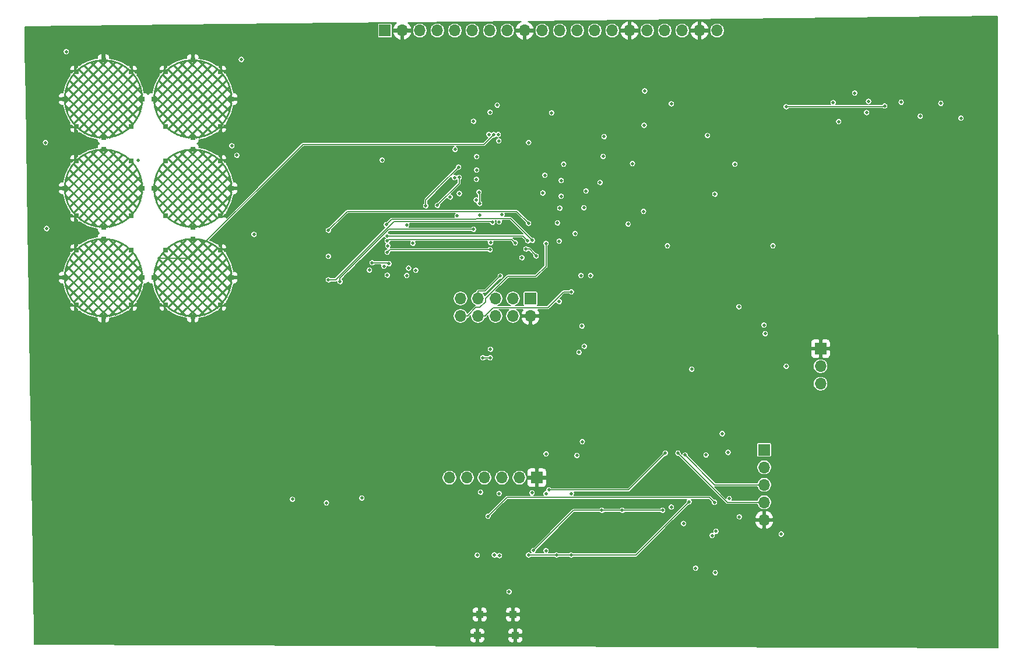
<source format=gbr>
G04 #@! TF.GenerationSoftware,KiCad,Pcbnew,5.1.5+dfsg1-2*
G04 #@! TF.CreationDate,2020-03-08T17:04:06+02:00*
G04 #@! TF.ProjectId,HX1KADCboard,4858314b-4144-4436-926f-6172642e6b69,rev?*
G04 #@! TF.SameCoordinates,Original*
G04 #@! TF.FileFunction,Copper,L4,Bot*
G04 #@! TF.FilePolarity,Positive*
%FSLAX46Y46*%
G04 Gerber Fmt 4.6, Leading zero omitted, Abs format (unit mm)*
G04 Created by KiCad (PCBNEW 5.1.5+dfsg1-2) date 2020-03-08 17:04:06*
%MOMM*%
%LPD*%
G04 APERTURE LIST*
%ADD10C,0.254000*%
%ADD11R,0.700000X0.700000*%
%ADD12R,1.016000X1.016000*%
%ADD13O,1.700000X1.700000*%
%ADD14R,1.700000X1.700000*%
%ADD15C,0.500000*%
%ADD16C,0.150000*%
G04 APERTURE END LIST*
D10*
X89086000Y-52539000D02*
G75*
G03X89086000Y-52539000I-5635000J0D01*
G01*
X82467204Y-46990543D02*
X77902543Y-51555204D01*
X82467204Y-58087457D02*
X77902543Y-53522796D01*
X83966921Y-46927668D02*
X77839668Y-53054921D01*
X83966921Y-58150332D02*
X77839668Y-52023079D01*
X85161535Y-47169894D02*
X78081894Y-54249535D01*
X85161535Y-57908106D02*
X78081894Y-50828465D01*
X86166699Y-47601571D02*
X78513571Y-55254699D01*
X86166699Y-57476429D02*
X78513571Y-49823301D01*
X87023729Y-48181382D02*
X79093382Y-56111729D01*
X87023729Y-56896618D02*
X79093382Y-48966271D01*
X87748166Y-48893786D02*
X79805786Y-56836166D01*
X87748166Y-56184214D02*
X79805786Y-48241834D01*
X88340634Y-49738160D02*
X80650160Y-57428634D01*
X88340634Y-55339840D02*
X80650160Y-47649366D01*
X88787203Y-50728431D02*
X81640431Y-57875203D01*
X88787203Y-54349569D02*
X81640431Y-47202797D01*
X89049941Y-51902535D02*
X82814535Y-58137941D01*
X89049941Y-53175465D02*
X82814535Y-46940059D01*
X89025274Y-53364042D02*
X84276042Y-58113274D01*
X89025274Y-51713958D02*
X84276042Y-46964726D01*
X89086000Y-78479000D02*
G75*
G03X89086000Y-78479000I-5635000J0D01*
G01*
X82467204Y-72930543D02*
X77902543Y-77495204D01*
X82467204Y-84027457D02*
X77902543Y-79462796D01*
X83966921Y-72867668D02*
X77839668Y-78994921D01*
X83966921Y-84090332D02*
X77839668Y-77963079D01*
X85161535Y-73109894D02*
X78081894Y-80189535D01*
X85161535Y-83848106D02*
X78081894Y-76768465D01*
X86166699Y-73541571D02*
X78513571Y-81194699D01*
X86166699Y-83416429D02*
X78513571Y-75763301D01*
X87023729Y-74121382D02*
X79093382Y-82051729D01*
X87023729Y-82836618D02*
X79093382Y-74906271D01*
X87748166Y-74833786D02*
X79805786Y-82776166D01*
X87748166Y-82124214D02*
X79805786Y-74181834D01*
X88340634Y-75678160D02*
X80650160Y-83368634D01*
X88340634Y-81279840D02*
X80650160Y-73589366D01*
X88787203Y-76668431D02*
X81640431Y-83815203D01*
X88787203Y-80289569D02*
X81640431Y-73142797D01*
X89049941Y-77842535D02*
X82814535Y-84077941D01*
X89049941Y-79115465D02*
X82814535Y-72880059D01*
X89025274Y-79304042D02*
X84276042Y-84053274D01*
X89025274Y-77653958D02*
X84276042Y-72904726D01*
X76116000Y-78479000D02*
G75*
G03X76116000Y-78479000I-5635000J0D01*
G01*
X69497204Y-72930543D02*
X64932543Y-77495204D01*
X69497204Y-84027457D02*
X64932543Y-79462796D01*
X70996921Y-72867668D02*
X64869668Y-78994921D01*
X70996921Y-84090332D02*
X64869668Y-77963079D01*
X72191535Y-73109894D02*
X65111894Y-80189535D01*
X72191535Y-83848106D02*
X65111894Y-76768465D01*
X73196699Y-73541571D02*
X65543571Y-81194699D01*
X73196699Y-83416429D02*
X65543571Y-75763301D01*
X74053729Y-74121382D02*
X66123382Y-82051729D01*
X74053729Y-82836618D02*
X66123382Y-74906271D01*
X74778166Y-74833786D02*
X66835786Y-82776166D01*
X74778166Y-82124214D02*
X66835786Y-74181834D01*
X75370634Y-75678160D02*
X67680160Y-83368634D01*
X75370634Y-81279840D02*
X67680160Y-73589366D01*
X75817203Y-76668431D02*
X68670431Y-83815203D01*
X75817203Y-80289569D02*
X68670431Y-73142797D01*
X76079941Y-77842535D02*
X69844535Y-84077941D01*
X76079941Y-79115465D02*
X69844535Y-72880059D01*
X76055274Y-79304042D02*
X71306042Y-84053274D01*
X76055274Y-77653958D02*
X71306042Y-72904726D01*
X89086000Y-65509000D02*
G75*
G03X89086000Y-65509000I-5635000J0D01*
G01*
X82467204Y-59960543D02*
X77902543Y-64525204D01*
X82467204Y-71057457D02*
X77902543Y-66492796D01*
X83966921Y-59897668D02*
X77839668Y-66024921D01*
X83966921Y-71120332D02*
X77839668Y-64993079D01*
X85161535Y-60139894D02*
X78081894Y-67219535D01*
X85161535Y-70878106D02*
X78081894Y-63798465D01*
X86166699Y-60571571D02*
X78513571Y-68224699D01*
X86166699Y-70446429D02*
X78513571Y-62793301D01*
X87023729Y-61151382D02*
X79093382Y-69081729D01*
X87023729Y-69866618D02*
X79093382Y-61936271D01*
X87748166Y-61863786D02*
X79805786Y-69806166D01*
X87748166Y-69154214D02*
X79805786Y-61211834D01*
X88340634Y-62708160D02*
X80650160Y-70398634D01*
X88340634Y-68309840D02*
X80650160Y-60619366D01*
X88787203Y-63698431D02*
X81640431Y-70845203D01*
X88787203Y-67319569D02*
X81640431Y-60172797D01*
X89049941Y-64872535D02*
X82814535Y-71107941D01*
X89049941Y-66145465D02*
X82814535Y-59910059D01*
X89025274Y-66334042D02*
X84276042Y-71083274D01*
X89025274Y-64683958D02*
X84276042Y-59934726D01*
X76116000Y-52539000D02*
G75*
G03X76116000Y-52539000I-5635000J0D01*
G01*
X69497204Y-46990543D02*
X64932543Y-51555204D01*
X69497204Y-58087457D02*
X64932543Y-53522796D01*
X70996921Y-46927668D02*
X64869668Y-53054921D01*
X70996921Y-58150332D02*
X64869668Y-52023079D01*
X72191535Y-47169894D02*
X65111894Y-54249535D01*
X72191535Y-57908106D02*
X65111894Y-50828465D01*
X73196699Y-47601571D02*
X65543571Y-55254699D01*
X73196699Y-57476429D02*
X65543571Y-49823301D01*
X74053729Y-48181382D02*
X66123382Y-56111729D01*
X74053729Y-56896618D02*
X66123382Y-48966271D01*
X74778166Y-48893786D02*
X66835786Y-56836166D01*
X74778166Y-56184214D02*
X66835786Y-48241834D01*
X75370634Y-49738160D02*
X67680160Y-57428634D01*
X75370634Y-55339840D02*
X67680160Y-47649366D01*
X75817203Y-50728431D02*
X68670431Y-57875203D01*
X75817203Y-54349569D02*
X68670431Y-47202797D01*
X76079941Y-51902535D02*
X69844535Y-58137941D01*
X76079941Y-53175465D02*
X69844535Y-46940059D01*
X76055274Y-53364042D02*
X71306042Y-58113274D01*
X76055274Y-51713958D02*
X71306042Y-46964726D01*
X76116000Y-65509000D02*
G75*
G03X76116000Y-65509000I-5635000J0D01*
G01*
X69497204Y-59960543D02*
X64932543Y-64525204D01*
X69497204Y-71057457D02*
X64932543Y-66492796D01*
X70996921Y-59897668D02*
X64869668Y-66024921D01*
X70996921Y-71120332D02*
X64869668Y-64993079D01*
X72191535Y-60139894D02*
X65111894Y-67219535D01*
X72191535Y-70878106D02*
X65111894Y-63798465D01*
X73196699Y-60571571D02*
X65543571Y-68224699D01*
X73196699Y-70446429D02*
X65543571Y-62793301D01*
X74053729Y-61151382D02*
X66123382Y-69081729D01*
X74053729Y-69866618D02*
X66123382Y-61936271D01*
X74778166Y-61863786D02*
X66835786Y-69806166D01*
X74778166Y-69154214D02*
X66835786Y-61211834D01*
X75370634Y-62708160D02*
X67680160Y-70398634D01*
X75370634Y-68309840D02*
X67680160Y-60619366D01*
X75817203Y-63698431D02*
X68670431Y-70845203D01*
X75817203Y-67319569D02*
X68670431Y-60172797D01*
X76079941Y-64872535D02*
X69844535Y-71107941D01*
X76079941Y-66145465D02*
X69844535Y-59910059D01*
X76055274Y-66334042D02*
X71306042Y-71083274D01*
X76055274Y-64683958D02*
X71306042Y-59934726D01*
D11*
X83451000Y-46904000D03*
X83451000Y-58174000D03*
X89086000Y-52539000D03*
X77816000Y-52539000D03*
X87435547Y-48554453D03*
X79466453Y-48554453D03*
X87435547Y-56523547D03*
X79466453Y-56523547D03*
X83451000Y-72844000D03*
X83451000Y-84114000D03*
X89086000Y-78479000D03*
X77816000Y-78479000D03*
X87435547Y-74494453D03*
X79466453Y-74494453D03*
X87435547Y-82463547D03*
X79466453Y-82463547D03*
X70481000Y-72844000D03*
X70481000Y-84114000D03*
X76116000Y-78479000D03*
X64846000Y-78479000D03*
X74465547Y-74494453D03*
X66496453Y-74494453D03*
X74465547Y-82463547D03*
X66496453Y-82463547D03*
X83451000Y-59874000D03*
X83451000Y-71144000D03*
X89086000Y-65509000D03*
X77816000Y-65509000D03*
X87435547Y-61524453D03*
X79466453Y-61524453D03*
X87435547Y-69493547D03*
X79466453Y-69493547D03*
X70481000Y-46904000D03*
X70481000Y-58174000D03*
X76116000Y-52539000D03*
X64846000Y-52539000D03*
X74465547Y-48554453D03*
X66496453Y-48554453D03*
X74465547Y-56523547D03*
X66496453Y-56523547D03*
X70481000Y-59874000D03*
X70481000Y-71144000D03*
X76116000Y-65509000D03*
X64846000Y-65509000D03*
X74465547Y-61524453D03*
X66496453Y-61524453D03*
X74465547Y-69493547D03*
X66496453Y-69493547D03*
D12*
X129965700Y-127420013D03*
X125114300Y-127420013D03*
X130314950Y-130449979D03*
X124765050Y-130449979D03*
D13*
X166441000Y-113661000D03*
X166441000Y-111121000D03*
X166441000Y-108581000D03*
X166441000Y-106041000D03*
D14*
X166441000Y-103501000D03*
D13*
X120709000Y-107541000D03*
X123249000Y-107541000D03*
X125789000Y-107541000D03*
X128329000Y-107541000D03*
X130869000Y-107541000D03*
D14*
X133409000Y-107541000D03*
D13*
X159610000Y-42610000D03*
X157070000Y-42610000D03*
X154530000Y-42610000D03*
X151990000Y-42610000D03*
X149450000Y-42610000D03*
X146910000Y-42610000D03*
X144370000Y-42610000D03*
X141830000Y-42610000D03*
X139290000Y-42610000D03*
X136750000Y-42610000D03*
X134210000Y-42610000D03*
X131670000Y-42610000D03*
X129130000Y-42610000D03*
X126590000Y-42610000D03*
X124050000Y-42610000D03*
X121510000Y-42610000D03*
X118970000Y-42610000D03*
X116430000Y-42610000D03*
X113890000Y-42610000D03*
D14*
X111350000Y-42610000D03*
D13*
X122330000Y-84070000D03*
X122330000Y-81530000D03*
X124870000Y-84070000D03*
X124870000Y-81530000D03*
X127410000Y-84070000D03*
X127410000Y-81530000D03*
X129950000Y-84070000D03*
X129950000Y-81530000D03*
X132490000Y-84070000D03*
D14*
X132490000Y-81530000D03*
D13*
X174630000Y-93900000D03*
X174630000Y-91360000D03*
D14*
X174630000Y-88820000D03*
D15*
X198850000Y-113240000D03*
X198850000Y-103530000D03*
X199420000Y-75980000D03*
X199240000Y-46850000D03*
X199300000Y-63120000D03*
X199180000Y-55200000D03*
X191730000Y-44110000D03*
X181000000Y-43020000D03*
X170630000Y-42660000D03*
X104930000Y-42670000D03*
X96510000Y-43370000D03*
X76150000Y-42930000D03*
X65120000Y-43090000D03*
X60670000Y-59000000D03*
X60550000Y-53760000D03*
X60370000Y-49250000D03*
X193950000Y-128520000D03*
X186220000Y-127910000D03*
X176520000Y-127760000D03*
X83430000Y-128210000D03*
X75090000Y-128520000D03*
X66140000Y-128060000D03*
X103570000Y-82460000D03*
X104710000Y-82460000D03*
X106580000Y-82500000D03*
X108930000Y-84490000D03*
X106830000Y-84430000D03*
X104740000Y-84490000D03*
X103690000Y-84530000D03*
X110510000Y-84080000D03*
X111780000Y-83990000D03*
X111690000Y-81160000D03*
X106740000Y-79260000D03*
X108320000Y-79130000D03*
X110010000Y-79360000D03*
X111370000Y-79320000D03*
X103440000Y-81160000D03*
X106640000Y-81040000D03*
X108610000Y-82240000D03*
X110700000Y-82370000D03*
X104490000Y-76150000D03*
X109590000Y-75490000D03*
X105500000Y-75390000D03*
X105240000Y-71400000D03*
X107590000Y-71510000D03*
X109610000Y-71320000D03*
X111930000Y-65610000D03*
X118670000Y-59860000D03*
X115550000Y-60210000D03*
X112920000Y-62720000D03*
X110980000Y-64320000D03*
X108510000Y-66370000D03*
X106640000Y-68200000D03*
X103940000Y-68580000D03*
X103790000Y-66450000D03*
X105620000Y-64010000D03*
X109880000Y-59750000D03*
X110770000Y-59770000D03*
X109230000Y-63750000D03*
X107330000Y-65420000D03*
X105840000Y-66910000D03*
X113480000Y-66750000D03*
X114580000Y-65760000D03*
X116030000Y-64200000D03*
X117530000Y-62670000D03*
X116050000Y-69530000D03*
X118150000Y-67860000D03*
X119030000Y-64740000D03*
X117620000Y-76240000D03*
X114770000Y-75260000D03*
X116100000Y-75010000D03*
X117760000Y-71940000D03*
X125810000Y-65580000D03*
X121650000Y-71950000D03*
X118870000Y-76410000D03*
X114440000Y-83180000D03*
X117880000Y-79400000D03*
X122340000Y-75200000D03*
X124780000Y-65270000D03*
X125920000Y-67900000D03*
X159930000Y-104290000D03*
X160320000Y-107300000D03*
X155010000Y-109380000D03*
X141660000Y-102760000D03*
X144770000Y-102570000D03*
X148390000Y-102720000D03*
X141160000Y-105390000D03*
X143630000Y-105360000D03*
X146480000Y-105450000D03*
X148990000Y-105390000D03*
X141570000Y-100350000D03*
X145440000Y-99970000D03*
X148930000Y-100570000D03*
X150080000Y-113740000D03*
X151500000Y-113680000D03*
X140920000Y-120560000D03*
X143800000Y-125700000D03*
X146120000Y-125170000D03*
X147360000Y-123720000D03*
X147820000Y-122140000D03*
X137580000Y-131080000D03*
X141560000Y-130270000D03*
X145950000Y-130110000D03*
X122740000Y-130180000D03*
X123480000Y-127590000D03*
X134180000Y-130950000D03*
X134580000Y-127170000D03*
X137620000Y-127170000D03*
X125040000Y-124340000D03*
X128560000Y-125070000D03*
X128320000Y-123220000D03*
X133790000Y-124050000D03*
X136750000Y-123360000D03*
X136040000Y-120080000D03*
X137940000Y-121350000D03*
X133870000Y-116040000D03*
X130220000Y-116060000D03*
X126570000Y-115360000D03*
X124700000Y-116250000D03*
X122480000Y-116270000D03*
X140560000Y-116010000D03*
X117400000Y-123120000D03*
X121610000Y-126500000D03*
X120630000Y-123830000D03*
X105270000Y-116080000D03*
X107630000Y-115620000D03*
X110980000Y-115320000D03*
X114980000Y-116000000D03*
X116690000Y-115130000D03*
X103940000Y-119580000D03*
X110300000Y-119580000D03*
X113840000Y-119160000D03*
X116270000Y-120080000D03*
X110640000Y-124530000D03*
X97360000Y-120040000D03*
X96790000Y-116990000D03*
X99110000Y-116000000D03*
X101470000Y-117410000D03*
X148810000Y-119340000D03*
X151920000Y-118100000D03*
X153090000Y-118570000D03*
X156550000Y-117910000D03*
X158200000Y-118990000D03*
X150810000Y-123810000D03*
X153250000Y-124410000D03*
X158260000Y-124820000D03*
X163470000Y-124660000D03*
X166190000Y-123080000D03*
X166380000Y-120320000D03*
X164160000Y-118380000D03*
X163180000Y-117840000D03*
X161090000Y-117310000D03*
X140490000Y-110980000D03*
X147930000Y-116530000D03*
X144180000Y-114880000D03*
X139280000Y-113830000D03*
X137540000Y-112120000D03*
X144910000Y-107780000D03*
X147870000Y-109160000D03*
X142210000Y-108370000D03*
X143730000Y-108620000D03*
X151150000Y-106600000D03*
X153460000Y-105280000D03*
X181240000Y-58470000D03*
X182070000Y-58310000D03*
X177430000Y-60990000D03*
X178180000Y-63880000D03*
X177530000Y-65400000D03*
X180910000Y-61060000D03*
X182860000Y-61290000D03*
X182560000Y-64210000D03*
X189030000Y-62610000D03*
X189630000Y-57610000D03*
X190050000Y-60380000D03*
X193130000Y-58550000D03*
X184390000Y-51590000D03*
X185620000Y-51820000D03*
X181010000Y-51480000D03*
X175210000Y-51480000D03*
X172140000Y-51490000D03*
X168040000Y-51680000D03*
X165600000Y-51650000D03*
X161670000Y-52090000D03*
X158650000Y-52370000D03*
X157860000Y-51930000D03*
X152390000Y-55980000D03*
X149340000Y-57890000D03*
X147890000Y-58960000D03*
X173190000Y-55350000D03*
X173350000Y-57050000D03*
X172700000Y-57830000D03*
X172120000Y-58620000D03*
X169810000Y-56810000D03*
X167610000Y-56660000D03*
X167080000Y-53640000D03*
X165010000Y-53470000D03*
X166620000Y-55270000D03*
X171280000Y-55250000D03*
X171750000Y-56710000D03*
X161640000Y-56710000D03*
X158780000Y-56530000D03*
X157870000Y-59000000D03*
X156660000Y-61020000D03*
X159830000Y-62450000D03*
X164330000Y-61530000D03*
X164880000Y-60580000D03*
X166200000Y-59530000D03*
X166770000Y-58620000D03*
X167170000Y-62960000D03*
X167830000Y-64720000D03*
X169300000Y-67100000D03*
X160630000Y-71090000D03*
X163560000Y-71210000D03*
X165200000Y-71550000D03*
X158310000Y-73220000D03*
X157130000Y-76270000D03*
X152450000Y-71470000D03*
X149670000Y-71320000D03*
X146280000Y-68310000D03*
X147080000Y-66640000D03*
X149410000Y-65400000D03*
X151310000Y-66030000D03*
X153900000Y-66180000D03*
X144760000Y-66220000D03*
X142670000Y-68660000D03*
X143350000Y-73790000D03*
X145580000Y-76050000D03*
X148060000Y-79010000D03*
X152380000Y-79260000D03*
X155350000Y-82470000D03*
X138720000Y-73020000D03*
X137200000Y-77490000D03*
X136830000Y-76370000D03*
X138520000Y-79450000D03*
X142770000Y-82360000D03*
X142910000Y-81110000D03*
X142930000Y-78640000D03*
X142330000Y-76520000D03*
X141160000Y-75030000D03*
X132140000Y-92660000D03*
X137780000Y-93220000D03*
X147790000Y-92860000D03*
X152850000Y-92990000D03*
X158380000Y-90560000D03*
X160290000Y-79110000D03*
X160290000Y-84180000D03*
X161670000Y-89770000D03*
X163350000Y-85410000D03*
X165990000Y-84350000D03*
X165260000Y-88930000D03*
X167880000Y-88950000D03*
X170320000Y-89020000D03*
X169820000Y-92900000D03*
X172590000Y-93010000D03*
X171870000Y-95980000D03*
X169820000Y-95370000D03*
X165930000Y-95490000D03*
X163540000Y-93770000D03*
X177950000Y-78700000D03*
X188860000Y-78860000D03*
X188480000Y-84060000D03*
X183660000Y-84630000D03*
X183370000Y-77020000D03*
X182770000Y-73210000D03*
X177760000Y-72390000D03*
X189780000Y-71590000D03*
X189240000Y-68140000D03*
X195900000Y-69820000D03*
X195140000Y-76890000D03*
X195550000Y-82570000D03*
X171990000Y-72070000D03*
X172020000Y-77490000D03*
X172080000Y-80980000D03*
X157100000Y-63700000D03*
X158950000Y-63930000D03*
X154780000Y-63420000D03*
X151810000Y-63690000D03*
X140700000Y-63660000D03*
X151960000Y-58870000D03*
X154630000Y-58330000D03*
X152470000Y-60290000D03*
X148380000Y-61180000D03*
X172260000Y-114670000D03*
X171760000Y-112900000D03*
X168460000Y-113750000D03*
X173600000Y-111610000D03*
X127540000Y-75260000D03*
X127500000Y-76410000D03*
X129100000Y-75630000D03*
X163430000Y-115590000D03*
X167500000Y-115680000D03*
X168910600Y-115729700D03*
X136661200Y-81951700D03*
X131827200Y-74319200D03*
X121553500Y-59873800D03*
X139536300Y-89335600D03*
X126649800Y-90126300D03*
X124642600Y-64225000D03*
X121843900Y-69516900D03*
X139975600Y-85517000D03*
X141224300Y-78184000D03*
X137322500Y-62027400D03*
X127888200Y-58641500D03*
X129379500Y-124108400D03*
X124678200Y-60925300D03*
X176447800Y-53058400D03*
X177270400Y-55840000D03*
X167710400Y-73860500D03*
X159277000Y-66364400D03*
X152390000Y-73860500D03*
X152958300Y-53235900D03*
X143190500Y-58012400D03*
X136667700Y-73183400D03*
X126702700Y-73405700D03*
X125574900Y-90122500D03*
X114792600Y-77120300D03*
X181308000Y-54504900D03*
X162180200Y-62025300D03*
X179600200Y-51688400D03*
X132229400Y-58868300D03*
X192094600Y-53185800D03*
X161371100Y-110568800D03*
X103136100Y-75406400D03*
X140562500Y-65905000D03*
X156490000Y-120680700D03*
X102859300Y-111213800D03*
X166590000Y-86614200D03*
X166412000Y-85375100D03*
X159456000Y-115315300D03*
X127663100Y-53448100D03*
X121456500Y-63965000D03*
X97932000Y-110681200D03*
X107987300Y-110492300D03*
X169652300Y-91351400D03*
X186338700Y-53003700D03*
X159326100Y-121335800D03*
X181600000Y-52890000D03*
X189110000Y-55040000D03*
X195020000Y-55340000D03*
X158210000Y-57850000D03*
X109480000Y-76340000D03*
X111936300Y-76474300D03*
X133300000Y-75330000D03*
X62056800Y-58868300D03*
X89108900Y-59332900D03*
X92347700Y-72205100D03*
X62216300Y-71361800D03*
X90494900Y-46808800D03*
X65084000Y-45668500D03*
X134580000Y-63630000D03*
X162790000Y-82710000D03*
X146675000Y-70705000D03*
X127162000Y-57717600D03*
X78538300Y-75671600D03*
X127822800Y-57715000D03*
X110947000Y-61413000D03*
X75474000Y-61413000D03*
X126623600Y-54490300D03*
X124209000Y-55773600D03*
X126454200Y-57705800D03*
X89845000Y-60727800D03*
X131240200Y-75593300D03*
X155540400Y-111042800D03*
X155930400Y-91794700D03*
X132229400Y-118766600D03*
X136263400Y-118766600D03*
X138403400Y-118766600D03*
X139248700Y-104306800D03*
X139842200Y-78179000D03*
X134759300Y-73533800D03*
X135176600Y-109316000D03*
X152086100Y-103962900D03*
X140297900Y-88465700D03*
X152966600Y-111814200D03*
X134758700Y-118139700D03*
X138428400Y-80553900D03*
X138428400Y-109851600D03*
X126675500Y-88886400D03*
X151694000Y-112271800D03*
X132922800Y-118107100D03*
X128112900Y-78253700D03*
X142848200Y-112271800D03*
X145808200Y-112271800D03*
X134765100Y-109868700D03*
X134769400Y-104087900D03*
X136426200Y-70535500D03*
X135557600Y-54563600D03*
X124766500Y-118783200D03*
X127243000Y-118766600D03*
X127991300Y-118855900D03*
X153918800Y-103963600D03*
X154952900Y-104247600D03*
X162817700Y-113223000D03*
X158877300Y-115935800D03*
X157987000Y-104247600D03*
X154718300Y-114200800D03*
X183938200Y-53564800D03*
X169627400Y-53655600D03*
X148997600Y-56369600D03*
X143053900Y-60880100D03*
X148912600Y-68863100D03*
X147304300Y-61926200D03*
X127956900Y-109859500D03*
X136962500Y-64395500D03*
X149090100Y-51372200D03*
X142594700Y-64675500D03*
X125240700Y-109660000D03*
X134281900Y-66186000D03*
X161190500Y-103871200D03*
X136962500Y-66661000D03*
X160344400Y-101148900D03*
X140256000Y-68334500D03*
X132731800Y-109729300D03*
X136738800Y-68393600D03*
X140019400Y-102323100D03*
X138970700Y-72102900D03*
X103136100Y-71609200D03*
X132214600Y-70590800D03*
X111538200Y-70780000D03*
X132775800Y-73081700D03*
X111700400Y-72423700D03*
X132083000Y-73137000D03*
X111700400Y-73131500D03*
X130295000Y-73457500D03*
X111767800Y-73870800D03*
X128373000Y-69355000D03*
X111700400Y-74812500D03*
X126622900Y-74435200D03*
X109099200Y-77396300D03*
X127957400Y-70397400D03*
X103136100Y-78809200D03*
X126986400Y-70465000D03*
X104826000Y-79067400D03*
X124217000Y-71461200D03*
X114533300Y-78198000D03*
X124616400Y-67201700D03*
X111700400Y-78128000D03*
X120823700Y-66776700D03*
X111203300Y-76826700D03*
X125020000Y-66070000D03*
X115833600Y-77418600D03*
X125101400Y-69430500D03*
X125101400Y-67708600D03*
X115429600Y-73490300D03*
X122160200Y-66275200D03*
X118963300Y-68003200D03*
X122124000Y-63919800D03*
X117270200Y-68050700D03*
X122056200Y-62426200D03*
X114529700Y-70807800D03*
X124681100Y-62851200D03*
X159234500Y-111136400D03*
X126322300Y-113145600D03*
D16*
X124765050Y-130449979D02*
X126399979Y-130449979D01*
X126399979Y-130449979D02*
X126690000Y-130740000D01*
X109480000Y-76340000D02*
X111802000Y-76340000D01*
X111802000Y-76340000D02*
X111936300Y-76474300D01*
X132369200Y-74319200D02*
X133090000Y-75040000D01*
X131827200Y-74319200D02*
X132369200Y-74319200D01*
X133090000Y-75120000D02*
X133300000Y-75330000D01*
X133090000Y-75040000D02*
X133090000Y-75120000D01*
X126646000Y-90122500D02*
X126649800Y-90126300D01*
X125574900Y-90122500D02*
X126646000Y-90122500D01*
X99453200Y-59129500D02*
X113010500Y-59129500D01*
X125750100Y-59129500D02*
X127162000Y-57717600D01*
X113010500Y-59129500D02*
X125750100Y-59129500D01*
X78538300Y-75671600D02*
X82911100Y-75671600D01*
X82911100Y-75671600D02*
X99453200Y-59129500D01*
X132229400Y-118766600D02*
X136263400Y-118766600D01*
X147816600Y-118766600D02*
X155540400Y-111042800D01*
X136263400Y-118766600D02*
X138403400Y-118766600D01*
X138403400Y-118766600D02*
X147816600Y-118766600D01*
X123405300Y-84070000D02*
X123405300Y-83959900D01*
X123405300Y-83959900D02*
X124565200Y-82800000D01*
X124565200Y-82800000D02*
X125126600Y-82800000D01*
X125126600Y-82800000D02*
X125945400Y-81981200D01*
X125945400Y-81981200D02*
X125945400Y-81473300D01*
X122330000Y-84070000D02*
X123405300Y-84070000D01*
X134759300Y-73533800D02*
X134759300Y-76820700D01*
X134759300Y-76820700D02*
X133290000Y-78290000D01*
X129200000Y-78290000D02*
X129020000Y-78470000D01*
X133290000Y-78290000D02*
X129200000Y-78290000D01*
X125945400Y-81473300D02*
X129020000Y-78470000D01*
X152086100Y-103962900D02*
X146733000Y-109316000D01*
X146733000Y-109316000D02*
X135176600Y-109316000D01*
X138428400Y-80553900D02*
X137293200Y-80553900D01*
X137293200Y-80553900D02*
X135003800Y-82843300D01*
X135003800Y-82843300D02*
X127037500Y-82843300D01*
X127037500Y-82843300D02*
X125945300Y-83935500D01*
X125945300Y-83935500D02*
X125945300Y-84070000D01*
X124870000Y-84070000D02*
X125945300Y-84070000D01*
X151694000Y-112271800D02*
X145808200Y-112271800D01*
X138758100Y-112271800D02*
X132922800Y-118107100D01*
X124870000Y-81530000D02*
X124870000Y-80454700D01*
X124870000Y-80454700D02*
X125911900Y-80454700D01*
X125911900Y-80454700D02*
X128112900Y-78253700D01*
X142848200Y-112271800D02*
X138758100Y-112271800D01*
X145808200Y-112271800D02*
X142848200Y-112271800D01*
X166441000Y-111121000D02*
X161076200Y-111121000D01*
X161076200Y-111121000D02*
X153918800Y-103963600D01*
X154952900Y-104247600D02*
X159286300Y-108581000D01*
X159286300Y-108581000D02*
X165365700Y-108581000D01*
X166441000Y-108581000D02*
X165365700Y-108581000D01*
X169627400Y-53655600D02*
X183847400Y-53655600D01*
X183847400Y-53655600D02*
X183938200Y-53564800D01*
X105452650Y-69292650D02*
X103136100Y-71609200D01*
X130481900Y-68858100D02*
X126221900Y-68858100D01*
X105887200Y-68858100D02*
X105452650Y-69292650D01*
X132214600Y-70590800D02*
X130481900Y-68858100D01*
X111041900Y-68858100D02*
X105887200Y-68858100D01*
X126221900Y-68858100D02*
X111041900Y-68858100D01*
X132775800Y-73081700D02*
X129600000Y-69905900D01*
X129600000Y-69905900D02*
X124639600Y-69905900D01*
X124639600Y-69905900D02*
X124527500Y-70018000D01*
X124527500Y-70018000D02*
X112300200Y-70018000D01*
X112300200Y-70018000D02*
X111538200Y-70780000D01*
X132083000Y-73137000D02*
X131369700Y-72423700D01*
X131369700Y-72423700D02*
X111700400Y-72423700D01*
X130295000Y-73457500D02*
X129767900Y-72930400D01*
X129767900Y-72930400D02*
X111901500Y-72930400D01*
X111901500Y-72930400D02*
X111700400Y-73131500D01*
X126622900Y-74435200D02*
X112077700Y-74435200D01*
X112077700Y-74435200D02*
X111700400Y-74812500D01*
X126986400Y-70465000D02*
X126850900Y-70329500D01*
X126850900Y-70329500D02*
X112661000Y-70329500D01*
X112661000Y-70329500D02*
X104181300Y-78809200D01*
X104181300Y-78809200D02*
X103136100Y-78809200D01*
X104826000Y-79067400D02*
X104826000Y-78589300D01*
X104826000Y-78589300D02*
X111954100Y-71461200D01*
X111954100Y-71461200D02*
X124217000Y-71461200D01*
X125101400Y-66561400D02*
X125101400Y-67708600D01*
X125101400Y-66151400D02*
X125020000Y-66070000D01*
X125101400Y-66561400D02*
X125101400Y-66151400D01*
X122124000Y-63919800D02*
X122124000Y-64804200D01*
X122124000Y-64804200D02*
X118963300Y-67964900D01*
X118963300Y-67964900D02*
X118963300Y-68003200D01*
X122056200Y-62426200D02*
X119386200Y-65096200D01*
X117270200Y-67212200D02*
X117270200Y-68050700D01*
X119386200Y-65096200D02*
X117270200Y-67212200D01*
X159234500Y-111136400D02*
X158492100Y-110394000D01*
X158492100Y-110394000D02*
X129073900Y-110394000D01*
X129073900Y-110394000D02*
X126322300Y-113145600D01*
G36*
X200414673Y-132228919D02*
G01*
X60471111Y-131681060D01*
X60459717Y-130957979D01*
X123671229Y-130957979D01*
X123682485Y-131072267D01*
X123715822Y-131182163D01*
X123769958Y-131283444D01*
X123842812Y-131372217D01*
X123931585Y-131445071D01*
X124032866Y-131499207D01*
X124142762Y-131532544D01*
X124257050Y-131543800D01*
X124440300Y-131540979D01*
X124586050Y-131395229D01*
X124586050Y-130628979D01*
X124944050Y-130628979D01*
X124944050Y-131395229D01*
X125089800Y-131540979D01*
X125273050Y-131543800D01*
X125387338Y-131532544D01*
X125497234Y-131499207D01*
X125598515Y-131445071D01*
X125687288Y-131372217D01*
X125760142Y-131283444D01*
X125814278Y-131182163D01*
X125847615Y-131072267D01*
X125858871Y-130957979D01*
X129221129Y-130957979D01*
X129232385Y-131072267D01*
X129265722Y-131182163D01*
X129319858Y-131283444D01*
X129392712Y-131372217D01*
X129481485Y-131445071D01*
X129582766Y-131499207D01*
X129692662Y-131532544D01*
X129806950Y-131543800D01*
X129990200Y-131540979D01*
X130135950Y-131395229D01*
X130135950Y-130628979D01*
X130493950Y-130628979D01*
X130493950Y-131395229D01*
X130639700Y-131540979D01*
X130822950Y-131543800D01*
X130937238Y-131532544D01*
X131047134Y-131499207D01*
X131148415Y-131445071D01*
X131237188Y-131372217D01*
X131310042Y-131283444D01*
X131364178Y-131182163D01*
X131397515Y-131072267D01*
X131408771Y-130957979D01*
X131405950Y-130774729D01*
X131260200Y-130628979D01*
X130493950Y-130628979D01*
X130135950Y-130628979D01*
X129369700Y-130628979D01*
X129223950Y-130774729D01*
X129221129Y-130957979D01*
X125858871Y-130957979D01*
X125856050Y-130774729D01*
X125710300Y-130628979D01*
X124944050Y-130628979D01*
X124586050Y-130628979D01*
X123819800Y-130628979D01*
X123674050Y-130774729D01*
X123671229Y-130957979D01*
X60459717Y-130957979D01*
X60443707Y-129941979D01*
X123671229Y-129941979D01*
X123674050Y-130125229D01*
X123819800Y-130270979D01*
X124586050Y-130270979D01*
X124586050Y-129504729D01*
X124944050Y-129504729D01*
X124944050Y-130270979D01*
X125710300Y-130270979D01*
X125856050Y-130125229D01*
X125858871Y-129941979D01*
X129221129Y-129941979D01*
X129223950Y-130125229D01*
X129369700Y-130270979D01*
X130135950Y-130270979D01*
X130135950Y-129504729D01*
X130493950Y-129504729D01*
X130493950Y-130270979D01*
X131260200Y-130270979D01*
X131405950Y-130125229D01*
X131408771Y-129941979D01*
X131397515Y-129827691D01*
X131364178Y-129717795D01*
X131310042Y-129616514D01*
X131237188Y-129527741D01*
X131148415Y-129454887D01*
X131047134Y-129400751D01*
X130937238Y-129367414D01*
X130822950Y-129356158D01*
X130639700Y-129358979D01*
X130493950Y-129504729D01*
X130135950Y-129504729D01*
X129990200Y-129358979D01*
X129806950Y-129356158D01*
X129692662Y-129367414D01*
X129582766Y-129400751D01*
X129481485Y-129454887D01*
X129392712Y-129527741D01*
X129319858Y-129616514D01*
X129265722Y-129717795D01*
X129232385Y-129827691D01*
X129221129Y-129941979D01*
X125858871Y-129941979D01*
X125847615Y-129827691D01*
X125814278Y-129717795D01*
X125760142Y-129616514D01*
X125687288Y-129527741D01*
X125598515Y-129454887D01*
X125497234Y-129400751D01*
X125387338Y-129367414D01*
X125273050Y-129356158D01*
X125089800Y-129358979D01*
X124944050Y-129504729D01*
X124586050Y-129504729D01*
X124440300Y-129358979D01*
X124257050Y-129356158D01*
X124142762Y-129367414D01*
X124032866Y-129400751D01*
X123931585Y-129454887D01*
X123842812Y-129527741D01*
X123769958Y-129616514D01*
X123715822Y-129717795D01*
X123682485Y-129827691D01*
X123671229Y-129941979D01*
X60443707Y-129941979D01*
X60411970Y-127928013D01*
X124020479Y-127928013D01*
X124031735Y-128042301D01*
X124065072Y-128152197D01*
X124119208Y-128253478D01*
X124192062Y-128342251D01*
X124280835Y-128415105D01*
X124382116Y-128469241D01*
X124492012Y-128502578D01*
X124606300Y-128513834D01*
X124789550Y-128511013D01*
X124935300Y-128365263D01*
X124935300Y-127599013D01*
X125293300Y-127599013D01*
X125293300Y-128365263D01*
X125439050Y-128511013D01*
X125622300Y-128513834D01*
X125736588Y-128502578D01*
X125846484Y-128469241D01*
X125947765Y-128415105D01*
X126036538Y-128342251D01*
X126109392Y-128253478D01*
X126163528Y-128152197D01*
X126196865Y-128042301D01*
X126208121Y-127928013D01*
X128871879Y-127928013D01*
X128883135Y-128042301D01*
X128916472Y-128152197D01*
X128970608Y-128253478D01*
X129043462Y-128342251D01*
X129132235Y-128415105D01*
X129233516Y-128469241D01*
X129343412Y-128502578D01*
X129457700Y-128513834D01*
X129640950Y-128511013D01*
X129786700Y-128365263D01*
X129786700Y-127599013D01*
X130144700Y-127599013D01*
X130144700Y-128365263D01*
X130290450Y-128511013D01*
X130473700Y-128513834D01*
X130587988Y-128502578D01*
X130697884Y-128469241D01*
X130799165Y-128415105D01*
X130887938Y-128342251D01*
X130960792Y-128253478D01*
X131014928Y-128152197D01*
X131048265Y-128042301D01*
X131059521Y-127928013D01*
X131056700Y-127744763D01*
X130910950Y-127599013D01*
X130144700Y-127599013D01*
X129786700Y-127599013D01*
X129020450Y-127599013D01*
X128874700Y-127744763D01*
X128871879Y-127928013D01*
X126208121Y-127928013D01*
X126205300Y-127744763D01*
X126059550Y-127599013D01*
X125293300Y-127599013D01*
X124935300Y-127599013D01*
X124169050Y-127599013D01*
X124023300Y-127744763D01*
X124020479Y-127928013D01*
X60411970Y-127928013D01*
X60395960Y-126912013D01*
X124020479Y-126912013D01*
X124023300Y-127095263D01*
X124169050Y-127241013D01*
X124935300Y-127241013D01*
X124935300Y-126474763D01*
X125293300Y-126474763D01*
X125293300Y-127241013D01*
X126059550Y-127241013D01*
X126205300Y-127095263D01*
X126208121Y-126912013D01*
X128871879Y-126912013D01*
X128874700Y-127095263D01*
X129020450Y-127241013D01*
X129786700Y-127241013D01*
X129786700Y-126474763D01*
X130144700Y-126474763D01*
X130144700Y-127241013D01*
X130910950Y-127241013D01*
X131056700Y-127095263D01*
X131059521Y-126912013D01*
X131048265Y-126797725D01*
X131014928Y-126687829D01*
X130960792Y-126586548D01*
X130887938Y-126497775D01*
X130799165Y-126424921D01*
X130697884Y-126370785D01*
X130587988Y-126337448D01*
X130473700Y-126326192D01*
X130290450Y-126329013D01*
X130144700Y-126474763D01*
X129786700Y-126474763D01*
X129640950Y-126329013D01*
X129457700Y-126326192D01*
X129343412Y-126337448D01*
X129233516Y-126370785D01*
X129132235Y-126424921D01*
X129043462Y-126497775D01*
X128970608Y-126586548D01*
X128916472Y-126687829D01*
X128883135Y-126797725D01*
X128871879Y-126912013D01*
X126208121Y-126912013D01*
X126196865Y-126797725D01*
X126163528Y-126687829D01*
X126109392Y-126586548D01*
X126036538Y-126497775D01*
X125947765Y-126424921D01*
X125846484Y-126370785D01*
X125736588Y-126337448D01*
X125622300Y-126326192D01*
X125439050Y-126329013D01*
X125293300Y-126474763D01*
X124935300Y-126474763D01*
X124789550Y-126329013D01*
X124606300Y-126326192D01*
X124492012Y-126337448D01*
X124382116Y-126370785D01*
X124280835Y-126424921D01*
X124192062Y-126497775D01*
X124119208Y-126586548D01*
X124065072Y-126687829D01*
X124031735Y-126797725D01*
X124020479Y-126912013D01*
X60395960Y-126912013D01*
X60351043Y-124061617D01*
X128904500Y-124061617D01*
X128904500Y-124155183D01*
X128922754Y-124246952D01*
X128958561Y-124333397D01*
X129010544Y-124411195D01*
X129076705Y-124477356D01*
X129154503Y-124529339D01*
X129240948Y-124565146D01*
X129332717Y-124583400D01*
X129426283Y-124583400D01*
X129518052Y-124565146D01*
X129604497Y-124529339D01*
X129682295Y-124477356D01*
X129748456Y-124411195D01*
X129800439Y-124333397D01*
X129836246Y-124246952D01*
X129854500Y-124155183D01*
X129854500Y-124061617D01*
X129836246Y-123969848D01*
X129800439Y-123883403D01*
X129748456Y-123805605D01*
X129682295Y-123739444D01*
X129604497Y-123687461D01*
X129518052Y-123651654D01*
X129426283Y-123633400D01*
X129332717Y-123633400D01*
X129240948Y-123651654D01*
X129154503Y-123687461D01*
X129076705Y-123739444D01*
X129010544Y-123805605D01*
X128958561Y-123883403D01*
X128922754Y-123969848D01*
X128904500Y-124061617D01*
X60351043Y-124061617D01*
X60307352Y-121289017D01*
X158851100Y-121289017D01*
X158851100Y-121382583D01*
X158869354Y-121474352D01*
X158905161Y-121560797D01*
X158957144Y-121638595D01*
X159023305Y-121704756D01*
X159101103Y-121756739D01*
X159187548Y-121792546D01*
X159279317Y-121810800D01*
X159372883Y-121810800D01*
X159464652Y-121792546D01*
X159551097Y-121756739D01*
X159628895Y-121704756D01*
X159695056Y-121638595D01*
X159747039Y-121560797D01*
X159782846Y-121474352D01*
X159801100Y-121382583D01*
X159801100Y-121289017D01*
X159782846Y-121197248D01*
X159747039Y-121110803D01*
X159695056Y-121033005D01*
X159628895Y-120966844D01*
X159551097Y-120914861D01*
X159464652Y-120879054D01*
X159372883Y-120860800D01*
X159279317Y-120860800D01*
X159187548Y-120879054D01*
X159101103Y-120914861D01*
X159023305Y-120966844D01*
X158957144Y-121033005D01*
X158905161Y-121110803D01*
X158869354Y-121197248D01*
X158851100Y-121289017D01*
X60307352Y-121289017D01*
X60297028Y-120633917D01*
X156015000Y-120633917D01*
X156015000Y-120727483D01*
X156033254Y-120819252D01*
X156069061Y-120905697D01*
X156121044Y-120983495D01*
X156187205Y-121049656D01*
X156265003Y-121101639D01*
X156351448Y-121137446D01*
X156443217Y-121155700D01*
X156536783Y-121155700D01*
X156628552Y-121137446D01*
X156714997Y-121101639D01*
X156792795Y-121049656D01*
X156858956Y-120983495D01*
X156910939Y-120905697D01*
X156946746Y-120819252D01*
X156965000Y-120727483D01*
X156965000Y-120633917D01*
X156946746Y-120542148D01*
X156910939Y-120455703D01*
X156858956Y-120377905D01*
X156792795Y-120311744D01*
X156714997Y-120259761D01*
X156628552Y-120223954D01*
X156536783Y-120205700D01*
X156443217Y-120205700D01*
X156351448Y-120223954D01*
X156265003Y-120259761D01*
X156187205Y-120311744D01*
X156121044Y-120377905D01*
X156069061Y-120455703D01*
X156033254Y-120542148D01*
X156015000Y-120633917D01*
X60297028Y-120633917D01*
X60267125Y-118736417D01*
X124291500Y-118736417D01*
X124291500Y-118829983D01*
X124309754Y-118921752D01*
X124345561Y-119008197D01*
X124397544Y-119085995D01*
X124463705Y-119152156D01*
X124541503Y-119204139D01*
X124627948Y-119239946D01*
X124719717Y-119258200D01*
X124813283Y-119258200D01*
X124905052Y-119239946D01*
X124991497Y-119204139D01*
X125069295Y-119152156D01*
X125135456Y-119085995D01*
X125187439Y-119008197D01*
X125223246Y-118921752D01*
X125241500Y-118829983D01*
X125241500Y-118736417D01*
X125238199Y-118719817D01*
X126768000Y-118719817D01*
X126768000Y-118813383D01*
X126786254Y-118905152D01*
X126822061Y-118991597D01*
X126874044Y-119069395D01*
X126940205Y-119135556D01*
X127018003Y-119187539D01*
X127104448Y-119223346D01*
X127196217Y-119241600D01*
X127289783Y-119241600D01*
X127381552Y-119223346D01*
X127467997Y-119187539D01*
X127545795Y-119135556D01*
X127582415Y-119098936D01*
X127622344Y-119158695D01*
X127688505Y-119224856D01*
X127766303Y-119276839D01*
X127852748Y-119312646D01*
X127944517Y-119330900D01*
X128038083Y-119330900D01*
X128129852Y-119312646D01*
X128216297Y-119276839D01*
X128294095Y-119224856D01*
X128360256Y-119158695D01*
X128412239Y-119080897D01*
X128448046Y-118994452D01*
X128466300Y-118902683D01*
X128466300Y-118809117D01*
X128448046Y-118717348D01*
X128412239Y-118630903D01*
X128360256Y-118553105D01*
X128294095Y-118486944D01*
X128216297Y-118434961D01*
X128129852Y-118399154D01*
X128038083Y-118380900D01*
X127944517Y-118380900D01*
X127852748Y-118399154D01*
X127766303Y-118434961D01*
X127688505Y-118486944D01*
X127651885Y-118523564D01*
X127611956Y-118463805D01*
X127545795Y-118397644D01*
X127467997Y-118345661D01*
X127381552Y-118309854D01*
X127289783Y-118291600D01*
X127196217Y-118291600D01*
X127104448Y-118309854D01*
X127018003Y-118345661D01*
X126940205Y-118397644D01*
X126874044Y-118463805D01*
X126822061Y-118541603D01*
X126786254Y-118628048D01*
X126768000Y-118719817D01*
X125238199Y-118719817D01*
X125223246Y-118644648D01*
X125187439Y-118558203D01*
X125135456Y-118480405D01*
X125069295Y-118414244D01*
X124991497Y-118362261D01*
X124905052Y-118326454D01*
X124813283Y-118308200D01*
X124719717Y-118308200D01*
X124627948Y-118326454D01*
X124541503Y-118362261D01*
X124463705Y-118414244D01*
X124397544Y-118480405D01*
X124345561Y-118558203D01*
X124309754Y-118644648D01*
X124291500Y-118736417D01*
X60267125Y-118736417D01*
X60178284Y-113098817D01*
X125847300Y-113098817D01*
X125847300Y-113192383D01*
X125865554Y-113284152D01*
X125901361Y-113370597D01*
X125953344Y-113448395D01*
X126019505Y-113514556D01*
X126097303Y-113566539D01*
X126183748Y-113602346D01*
X126275517Y-113620600D01*
X126369083Y-113620600D01*
X126460852Y-113602346D01*
X126547297Y-113566539D01*
X126625095Y-113514556D01*
X126691256Y-113448395D01*
X126743239Y-113370597D01*
X126779046Y-113284152D01*
X126797300Y-113192383D01*
X126797300Y-113098817D01*
X126796644Y-113095519D01*
X128124746Y-111767417D01*
X152491600Y-111767417D01*
X152491600Y-111860983D01*
X152509854Y-111952752D01*
X152545661Y-112039197D01*
X152597644Y-112116995D01*
X152663805Y-112183156D01*
X152741603Y-112235139D01*
X152828048Y-112270946D01*
X152919817Y-112289200D01*
X153013383Y-112289200D01*
X153105152Y-112270946D01*
X153191597Y-112235139D01*
X153269395Y-112183156D01*
X153335556Y-112116995D01*
X153387539Y-112039197D01*
X153423346Y-111952752D01*
X153441600Y-111860983D01*
X153441600Y-111767417D01*
X153423346Y-111675648D01*
X153387539Y-111589203D01*
X153335556Y-111511405D01*
X153269395Y-111445244D01*
X153191597Y-111393261D01*
X153105152Y-111357454D01*
X153013383Y-111339200D01*
X152919817Y-111339200D01*
X152828048Y-111357454D01*
X152741603Y-111393261D01*
X152663805Y-111445244D01*
X152597644Y-111511405D01*
X152545661Y-111589203D01*
X152509854Y-111675648D01*
X152491600Y-111767417D01*
X128124746Y-111767417D01*
X129198164Y-110694000D01*
X155217449Y-110694000D01*
X155171444Y-110740005D01*
X155119461Y-110817803D01*
X155083654Y-110904248D01*
X155065400Y-110996017D01*
X155065400Y-111089583D01*
X155066056Y-111092879D01*
X147692337Y-118466600D01*
X138774224Y-118466600D01*
X138772356Y-118463805D01*
X138706195Y-118397644D01*
X138628397Y-118345661D01*
X138541952Y-118309854D01*
X138450183Y-118291600D01*
X138356617Y-118291600D01*
X138264848Y-118309854D01*
X138178403Y-118345661D01*
X138100605Y-118397644D01*
X138034444Y-118463805D01*
X138032576Y-118466600D01*
X136634224Y-118466600D01*
X136632356Y-118463805D01*
X136566195Y-118397644D01*
X136488397Y-118345661D01*
X136401952Y-118309854D01*
X136310183Y-118291600D01*
X136216617Y-118291600D01*
X136124848Y-118309854D01*
X136038403Y-118345661D01*
X135960605Y-118397644D01*
X135894444Y-118463805D01*
X135892576Y-118466600D01*
X135103551Y-118466600D01*
X135127656Y-118442495D01*
X135179639Y-118364697D01*
X135215446Y-118278252D01*
X135233700Y-118186483D01*
X135233700Y-118092917D01*
X135215446Y-118001148D01*
X135179639Y-117914703D01*
X135127656Y-117836905D01*
X135061495Y-117770744D01*
X134983697Y-117718761D01*
X134897252Y-117682954D01*
X134805483Y-117664700D01*
X134711917Y-117664700D01*
X134620148Y-117682954D01*
X134533703Y-117718761D01*
X134455905Y-117770744D01*
X134389744Y-117836905D01*
X134337761Y-117914703D01*
X134301954Y-118001148D01*
X134283700Y-118092917D01*
X134283700Y-118186483D01*
X134301954Y-118278252D01*
X134337761Y-118364697D01*
X134389744Y-118442495D01*
X134413849Y-118466600D01*
X133235051Y-118466600D01*
X133291756Y-118409895D01*
X133343739Y-118332097D01*
X133379546Y-118245652D01*
X133397800Y-118153883D01*
X133397800Y-118060317D01*
X133397144Y-118057019D01*
X138882364Y-112571800D01*
X142477376Y-112571800D01*
X142479244Y-112574595D01*
X142545405Y-112640756D01*
X142623203Y-112692739D01*
X142709648Y-112728546D01*
X142801417Y-112746800D01*
X142894983Y-112746800D01*
X142986752Y-112728546D01*
X143073197Y-112692739D01*
X143150995Y-112640756D01*
X143217156Y-112574595D01*
X143219024Y-112571800D01*
X145437376Y-112571800D01*
X145439244Y-112574595D01*
X145505405Y-112640756D01*
X145583203Y-112692739D01*
X145669648Y-112728546D01*
X145761417Y-112746800D01*
X145854983Y-112746800D01*
X145946752Y-112728546D01*
X146033197Y-112692739D01*
X146110995Y-112640756D01*
X146177156Y-112574595D01*
X146179024Y-112571800D01*
X151323176Y-112571800D01*
X151325044Y-112574595D01*
X151391205Y-112640756D01*
X151469003Y-112692739D01*
X151555448Y-112728546D01*
X151647217Y-112746800D01*
X151740783Y-112746800D01*
X151832552Y-112728546D01*
X151918997Y-112692739D01*
X151996795Y-112640756D01*
X152062956Y-112574595D01*
X152114939Y-112496797D01*
X152150746Y-112410352D01*
X152169000Y-112318583D01*
X152169000Y-112225017D01*
X152150746Y-112133248D01*
X152114939Y-112046803D01*
X152062956Y-111969005D01*
X151996795Y-111902844D01*
X151918997Y-111850861D01*
X151832552Y-111815054D01*
X151740783Y-111796800D01*
X151647217Y-111796800D01*
X151555448Y-111815054D01*
X151469003Y-111850861D01*
X151391205Y-111902844D01*
X151325044Y-111969005D01*
X151323176Y-111971800D01*
X146179024Y-111971800D01*
X146177156Y-111969005D01*
X146110995Y-111902844D01*
X146033197Y-111850861D01*
X145946752Y-111815054D01*
X145854983Y-111796800D01*
X145761417Y-111796800D01*
X145669648Y-111815054D01*
X145583203Y-111850861D01*
X145505405Y-111902844D01*
X145439244Y-111969005D01*
X145437376Y-111971800D01*
X143219024Y-111971800D01*
X143217156Y-111969005D01*
X143150995Y-111902844D01*
X143073197Y-111850861D01*
X142986752Y-111815054D01*
X142894983Y-111796800D01*
X142801417Y-111796800D01*
X142709648Y-111815054D01*
X142623203Y-111850861D01*
X142545405Y-111902844D01*
X142479244Y-111969005D01*
X142477376Y-111971800D01*
X138772822Y-111971800D01*
X138758099Y-111970350D01*
X138743376Y-111971800D01*
X138743367Y-111971800D01*
X138699290Y-111976141D01*
X138642740Y-111993296D01*
X138618479Y-112006264D01*
X138590622Y-112021153D01*
X138568636Y-112039197D01*
X138544942Y-112058642D01*
X138535551Y-112070085D01*
X132972881Y-117632756D01*
X132969583Y-117632100D01*
X132876017Y-117632100D01*
X132784248Y-117650354D01*
X132697803Y-117686161D01*
X132620005Y-117738144D01*
X132553844Y-117804305D01*
X132501861Y-117882103D01*
X132466054Y-117968548D01*
X132447800Y-118060317D01*
X132447800Y-118153883D01*
X132466054Y-118245652D01*
X132501861Y-118332097D01*
X132553844Y-118409895D01*
X132610549Y-118466600D01*
X132600224Y-118466600D01*
X132598356Y-118463805D01*
X132532195Y-118397644D01*
X132454397Y-118345661D01*
X132367952Y-118309854D01*
X132276183Y-118291600D01*
X132182617Y-118291600D01*
X132090848Y-118309854D01*
X132004403Y-118345661D01*
X131926605Y-118397644D01*
X131860444Y-118463805D01*
X131808461Y-118541603D01*
X131772654Y-118628048D01*
X131754400Y-118719817D01*
X131754400Y-118813383D01*
X131772654Y-118905152D01*
X131808461Y-118991597D01*
X131860444Y-119069395D01*
X131926605Y-119135556D01*
X132004403Y-119187539D01*
X132090848Y-119223346D01*
X132182617Y-119241600D01*
X132276183Y-119241600D01*
X132367952Y-119223346D01*
X132454397Y-119187539D01*
X132532195Y-119135556D01*
X132598356Y-119069395D01*
X132600224Y-119066600D01*
X135892576Y-119066600D01*
X135894444Y-119069395D01*
X135960605Y-119135556D01*
X136038403Y-119187539D01*
X136124848Y-119223346D01*
X136216617Y-119241600D01*
X136310183Y-119241600D01*
X136401952Y-119223346D01*
X136488397Y-119187539D01*
X136566195Y-119135556D01*
X136632356Y-119069395D01*
X136634224Y-119066600D01*
X138032576Y-119066600D01*
X138034444Y-119069395D01*
X138100605Y-119135556D01*
X138178403Y-119187539D01*
X138264848Y-119223346D01*
X138356617Y-119241600D01*
X138450183Y-119241600D01*
X138541952Y-119223346D01*
X138628397Y-119187539D01*
X138706195Y-119135556D01*
X138772356Y-119069395D01*
X138774224Y-119066600D01*
X147801877Y-119066600D01*
X147816600Y-119068050D01*
X147831323Y-119066600D01*
X147831333Y-119066600D01*
X147875410Y-119062259D01*
X147931960Y-119045104D01*
X147984077Y-119017247D01*
X148029758Y-118979758D01*
X148039153Y-118968310D01*
X151118446Y-115889017D01*
X158402300Y-115889017D01*
X158402300Y-115982583D01*
X158420554Y-116074352D01*
X158456361Y-116160797D01*
X158508344Y-116238595D01*
X158574505Y-116304756D01*
X158652303Y-116356739D01*
X158738748Y-116392546D01*
X158830517Y-116410800D01*
X158924083Y-116410800D01*
X159015852Y-116392546D01*
X159102297Y-116356739D01*
X159180095Y-116304756D01*
X159246256Y-116238595D01*
X159298239Y-116160797D01*
X159334046Y-116074352D01*
X159352300Y-115982583D01*
X159352300Y-115889017D01*
X159334046Y-115797248D01*
X159324160Y-115773381D01*
X159409217Y-115790300D01*
X159502783Y-115790300D01*
X159594552Y-115772046D01*
X159680997Y-115736239D01*
X159758795Y-115684256D01*
X159760134Y-115682917D01*
X168435600Y-115682917D01*
X168435600Y-115776483D01*
X168453854Y-115868252D01*
X168489661Y-115954697D01*
X168541644Y-116032495D01*
X168607805Y-116098656D01*
X168685603Y-116150639D01*
X168772048Y-116186446D01*
X168863817Y-116204700D01*
X168957383Y-116204700D01*
X169049152Y-116186446D01*
X169135597Y-116150639D01*
X169213395Y-116098656D01*
X169279556Y-116032495D01*
X169331539Y-115954697D01*
X169367346Y-115868252D01*
X169385600Y-115776483D01*
X169385600Y-115682917D01*
X169367346Y-115591148D01*
X169331539Y-115504703D01*
X169279556Y-115426905D01*
X169213395Y-115360744D01*
X169135597Y-115308761D01*
X169049152Y-115272954D01*
X168957383Y-115254700D01*
X168863817Y-115254700D01*
X168772048Y-115272954D01*
X168685603Y-115308761D01*
X168607805Y-115360744D01*
X168541644Y-115426905D01*
X168489661Y-115504703D01*
X168453854Y-115591148D01*
X168435600Y-115682917D01*
X159760134Y-115682917D01*
X159824956Y-115618095D01*
X159876939Y-115540297D01*
X159912746Y-115453852D01*
X159931000Y-115362083D01*
X159931000Y-115268517D01*
X159912746Y-115176748D01*
X159876939Y-115090303D01*
X159824956Y-115012505D01*
X159758795Y-114946344D01*
X159680997Y-114894361D01*
X159594552Y-114858554D01*
X159502783Y-114840300D01*
X159409217Y-114840300D01*
X159317448Y-114858554D01*
X159231003Y-114894361D01*
X159153205Y-114946344D01*
X159087044Y-115012505D01*
X159035061Y-115090303D01*
X158999254Y-115176748D01*
X158981000Y-115268517D01*
X158981000Y-115362083D01*
X158999254Y-115453852D01*
X159009140Y-115477719D01*
X158924083Y-115460800D01*
X158830517Y-115460800D01*
X158738748Y-115479054D01*
X158652303Y-115514861D01*
X158574505Y-115566844D01*
X158508344Y-115633005D01*
X158456361Y-115710803D01*
X158420554Y-115797248D01*
X158402300Y-115889017D01*
X151118446Y-115889017D01*
X152853447Y-114154017D01*
X154243300Y-114154017D01*
X154243300Y-114247583D01*
X154261554Y-114339352D01*
X154297361Y-114425797D01*
X154349344Y-114503595D01*
X154415505Y-114569756D01*
X154493303Y-114621739D01*
X154579748Y-114657546D01*
X154671517Y-114675800D01*
X154765083Y-114675800D01*
X154856852Y-114657546D01*
X154943297Y-114621739D01*
X155021095Y-114569756D01*
X155087256Y-114503595D01*
X155139239Y-114425797D01*
X155175046Y-114339352D01*
X155193300Y-114247583D01*
X155193300Y-114154017D01*
X155175046Y-114062248D01*
X155174203Y-114060211D01*
X165064730Y-114060211D01*
X165074877Y-114093685D01*
X165185539Y-114351889D01*
X165344448Y-114583542D01*
X165545497Y-114779742D01*
X165780960Y-114932950D01*
X166041788Y-115037277D01*
X166262000Y-114937033D01*
X166262000Y-113840000D01*
X166620000Y-113840000D01*
X166620000Y-114937033D01*
X166840212Y-115037277D01*
X167101040Y-114932950D01*
X167336503Y-114779742D01*
X167537552Y-114583542D01*
X167696461Y-114351889D01*
X167807123Y-114093685D01*
X167817270Y-114060211D01*
X167715744Y-113840000D01*
X166620000Y-113840000D01*
X166262000Y-113840000D01*
X165166256Y-113840000D01*
X165064730Y-114060211D01*
X155174203Y-114060211D01*
X155139239Y-113975803D01*
X155087256Y-113898005D01*
X155021095Y-113831844D01*
X154943297Y-113779861D01*
X154856852Y-113744054D01*
X154765083Y-113725800D01*
X154671517Y-113725800D01*
X154579748Y-113744054D01*
X154493303Y-113779861D01*
X154415505Y-113831844D01*
X154349344Y-113898005D01*
X154297361Y-113975803D01*
X154261554Y-114062248D01*
X154243300Y-114154017D01*
X152853447Y-114154017D01*
X153831247Y-113176217D01*
X162342700Y-113176217D01*
X162342700Y-113269783D01*
X162360954Y-113361552D01*
X162396761Y-113447997D01*
X162448744Y-113525795D01*
X162514905Y-113591956D01*
X162592703Y-113643939D01*
X162679148Y-113679746D01*
X162770917Y-113698000D01*
X162864483Y-113698000D01*
X162956252Y-113679746D01*
X163042697Y-113643939D01*
X163120495Y-113591956D01*
X163186656Y-113525795D01*
X163238639Y-113447997D01*
X163274446Y-113361552D01*
X163292700Y-113269783D01*
X163292700Y-113261789D01*
X165064730Y-113261789D01*
X165166256Y-113482000D01*
X166262000Y-113482000D01*
X166262000Y-112384967D01*
X166620000Y-112384967D01*
X166620000Y-113482000D01*
X167715744Y-113482000D01*
X167817270Y-113261789D01*
X167807123Y-113228315D01*
X167696461Y-112970111D01*
X167537552Y-112738458D01*
X167336503Y-112542258D01*
X167101040Y-112389050D01*
X166840212Y-112284723D01*
X166620000Y-112384967D01*
X166262000Y-112384967D01*
X166041788Y-112284723D01*
X165780960Y-112389050D01*
X165545497Y-112542258D01*
X165344448Y-112738458D01*
X165185539Y-112970111D01*
X165074877Y-113228315D01*
X165064730Y-113261789D01*
X163292700Y-113261789D01*
X163292700Y-113176217D01*
X163274446Y-113084448D01*
X163238639Y-112998003D01*
X163186656Y-112920205D01*
X163120495Y-112854044D01*
X163042697Y-112802061D01*
X162956252Y-112766254D01*
X162864483Y-112748000D01*
X162770917Y-112748000D01*
X162679148Y-112766254D01*
X162592703Y-112802061D01*
X162514905Y-112854044D01*
X162448744Y-112920205D01*
X162396761Y-112998003D01*
X162360954Y-113084448D01*
X162342700Y-113176217D01*
X153831247Y-113176217D01*
X155490321Y-111517144D01*
X155493617Y-111517800D01*
X155587183Y-111517800D01*
X155678952Y-111499546D01*
X155765397Y-111463739D01*
X155843195Y-111411756D01*
X155909356Y-111345595D01*
X155961339Y-111267797D01*
X155997146Y-111181352D01*
X156015400Y-111089583D01*
X156015400Y-110996017D01*
X155997146Y-110904248D01*
X155961339Y-110817803D01*
X155909356Y-110740005D01*
X155863351Y-110694000D01*
X158367837Y-110694000D01*
X158760156Y-111086320D01*
X158759500Y-111089617D01*
X158759500Y-111183183D01*
X158777754Y-111274952D01*
X158813561Y-111361397D01*
X158865544Y-111439195D01*
X158931705Y-111505356D01*
X159009503Y-111557339D01*
X159095948Y-111593146D01*
X159187717Y-111611400D01*
X159281283Y-111611400D01*
X159373052Y-111593146D01*
X159459497Y-111557339D01*
X159537295Y-111505356D01*
X159603456Y-111439195D01*
X159655439Y-111361397D01*
X159691246Y-111274952D01*
X159709500Y-111183183D01*
X159709500Y-111089617D01*
X159691246Y-110997848D01*
X159655439Y-110911403D01*
X159603456Y-110833605D01*
X159537295Y-110767444D01*
X159459497Y-110715461D01*
X159373052Y-110679654D01*
X159281283Y-110661400D01*
X159187717Y-110661400D01*
X159184420Y-110662056D01*
X158714653Y-110192290D01*
X158705258Y-110180842D01*
X158659577Y-110143353D01*
X158607460Y-110115496D01*
X158550910Y-110098341D01*
X158506833Y-110094000D01*
X158506823Y-110094000D01*
X158492100Y-110092550D01*
X158477377Y-110094000D01*
X138837711Y-110094000D01*
X138849339Y-110076597D01*
X138885146Y-109990152D01*
X138903400Y-109898383D01*
X138903400Y-109804817D01*
X138885146Y-109713048D01*
X138849339Y-109626603D01*
X138842254Y-109616000D01*
X146718277Y-109616000D01*
X146733000Y-109617450D01*
X146747723Y-109616000D01*
X146747733Y-109616000D01*
X146791810Y-109611659D01*
X146848360Y-109594504D01*
X146900477Y-109566647D01*
X146946158Y-109529158D01*
X146955553Y-109517710D01*
X152036020Y-104437244D01*
X152039317Y-104437900D01*
X152132883Y-104437900D01*
X152224652Y-104419646D01*
X152311097Y-104383839D01*
X152388895Y-104331856D01*
X152455056Y-104265695D01*
X152507039Y-104187897D01*
X152542846Y-104101452D01*
X152561100Y-104009683D01*
X152561100Y-103916817D01*
X153443800Y-103916817D01*
X153443800Y-104010383D01*
X153462054Y-104102152D01*
X153497861Y-104188597D01*
X153549844Y-104266395D01*
X153616005Y-104332556D01*
X153693803Y-104384539D01*
X153780248Y-104420346D01*
X153872017Y-104438600D01*
X153965583Y-104438600D01*
X153968881Y-104437944D01*
X160853651Y-111322715D01*
X160863042Y-111334158D01*
X160874485Y-111343549D01*
X160908722Y-111371647D01*
X160936579Y-111386536D01*
X160960840Y-111399504D01*
X161017390Y-111416659D01*
X161061467Y-111421000D01*
X161061476Y-111421000D01*
X161076199Y-111422450D01*
X161090922Y-111421000D01*
X165404614Y-111421000D01*
X165407312Y-111434566D01*
X165488348Y-111630203D01*
X165605993Y-111806272D01*
X165755728Y-111956007D01*
X165931797Y-112073652D01*
X166127434Y-112154688D01*
X166335122Y-112196000D01*
X166546878Y-112196000D01*
X166754566Y-112154688D01*
X166950203Y-112073652D01*
X167126272Y-111956007D01*
X167276007Y-111806272D01*
X167393652Y-111630203D01*
X167474688Y-111434566D01*
X167516000Y-111226878D01*
X167516000Y-111015122D01*
X167474688Y-110807434D01*
X167393652Y-110611797D01*
X167276007Y-110435728D01*
X167126272Y-110285993D01*
X166950203Y-110168348D01*
X166754566Y-110087312D01*
X166546878Y-110046000D01*
X166335122Y-110046000D01*
X166127434Y-110087312D01*
X165931797Y-110168348D01*
X165755728Y-110285993D01*
X165605993Y-110435728D01*
X165488348Y-110611797D01*
X165407312Y-110807434D01*
X165404614Y-110821000D01*
X161773863Y-110821000D01*
X161792039Y-110793797D01*
X161827846Y-110707352D01*
X161846100Y-110615583D01*
X161846100Y-110522017D01*
X161827846Y-110430248D01*
X161792039Y-110343803D01*
X161740056Y-110266005D01*
X161673895Y-110199844D01*
X161596097Y-110147861D01*
X161509652Y-110112054D01*
X161417883Y-110093800D01*
X161324317Y-110093800D01*
X161232548Y-110112054D01*
X161146103Y-110147861D01*
X161068305Y-110199844D01*
X161002144Y-110266005D01*
X160950161Y-110343803D01*
X160914354Y-110430248D01*
X160896993Y-110517529D01*
X159259251Y-108879787D01*
X159271567Y-108881000D01*
X159271576Y-108881000D01*
X159286299Y-108882450D01*
X159301022Y-108881000D01*
X165404614Y-108881000D01*
X165407312Y-108894566D01*
X165488348Y-109090203D01*
X165605993Y-109266272D01*
X165755728Y-109416007D01*
X165931797Y-109533652D01*
X166127434Y-109614688D01*
X166335122Y-109656000D01*
X166546878Y-109656000D01*
X166754566Y-109614688D01*
X166950203Y-109533652D01*
X167126272Y-109416007D01*
X167276007Y-109266272D01*
X167393652Y-109090203D01*
X167474688Y-108894566D01*
X167516000Y-108686878D01*
X167516000Y-108475122D01*
X167474688Y-108267434D01*
X167393652Y-108071797D01*
X167276007Y-107895728D01*
X167126272Y-107745993D01*
X166950203Y-107628348D01*
X166754566Y-107547312D01*
X166546878Y-107506000D01*
X166335122Y-107506000D01*
X166127434Y-107547312D01*
X165931797Y-107628348D01*
X165755728Y-107745993D01*
X165605993Y-107895728D01*
X165488348Y-108071797D01*
X165407312Y-108267434D01*
X165404614Y-108281000D01*
X159410564Y-108281000D01*
X157064686Y-105935122D01*
X165366000Y-105935122D01*
X165366000Y-106146878D01*
X165407312Y-106354566D01*
X165488348Y-106550203D01*
X165605993Y-106726272D01*
X165755728Y-106876007D01*
X165931797Y-106993652D01*
X166127434Y-107074688D01*
X166335122Y-107116000D01*
X166546878Y-107116000D01*
X166754566Y-107074688D01*
X166950203Y-106993652D01*
X167126272Y-106876007D01*
X167276007Y-106726272D01*
X167393652Y-106550203D01*
X167474688Y-106354566D01*
X167516000Y-106146878D01*
X167516000Y-105935122D01*
X167474688Y-105727434D01*
X167393652Y-105531797D01*
X167276007Y-105355728D01*
X167126272Y-105205993D01*
X166950203Y-105088348D01*
X166754566Y-105007312D01*
X166546878Y-104966000D01*
X166335122Y-104966000D01*
X166127434Y-105007312D01*
X165931797Y-105088348D01*
X165755728Y-105205993D01*
X165605993Y-105355728D01*
X165488348Y-105531797D01*
X165407312Y-105727434D01*
X165366000Y-105935122D01*
X157064686Y-105935122D01*
X155427244Y-104297681D01*
X155427900Y-104294383D01*
X155427900Y-104200817D01*
X157512000Y-104200817D01*
X157512000Y-104294383D01*
X157530254Y-104386152D01*
X157566061Y-104472597D01*
X157618044Y-104550395D01*
X157684205Y-104616556D01*
X157762003Y-104668539D01*
X157848448Y-104704346D01*
X157940217Y-104722600D01*
X158033783Y-104722600D01*
X158125552Y-104704346D01*
X158211997Y-104668539D01*
X158289795Y-104616556D01*
X158355956Y-104550395D01*
X158407939Y-104472597D01*
X158443746Y-104386152D01*
X158462000Y-104294383D01*
X158462000Y-104200817D01*
X158443746Y-104109048D01*
X158407939Y-104022603D01*
X158355956Y-103944805D01*
X158289795Y-103878644D01*
X158211997Y-103826661D01*
X158206580Y-103824417D01*
X160715500Y-103824417D01*
X160715500Y-103917983D01*
X160733754Y-104009752D01*
X160769561Y-104096197D01*
X160821544Y-104173995D01*
X160887705Y-104240156D01*
X160965503Y-104292139D01*
X161051948Y-104327946D01*
X161143717Y-104346200D01*
X161237283Y-104346200D01*
X161329052Y-104327946D01*
X161415497Y-104292139D01*
X161493295Y-104240156D01*
X161559456Y-104173995D01*
X161611439Y-104096197D01*
X161647246Y-104009752D01*
X161665500Y-103917983D01*
X161665500Y-103824417D01*
X161647246Y-103732648D01*
X161611439Y-103646203D01*
X161559456Y-103568405D01*
X161493295Y-103502244D01*
X161415497Y-103450261D01*
X161329052Y-103414454D01*
X161237283Y-103396200D01*
X161143717Y-103396200D01*
X161051948Y-103414454D01*
X160965503Y-103450261D01*
X160887705Y-103502244D01*
X160821544Y-103568405D01*
X160769561Y-103646203D01*
X160733754Y-103732648D01*
X160715500Y-103824417D01*
X158206580Y-103824417D01*
X158125552Y-103790854D01*
X158033783Y-103772600D01*
X157940217Y-103772600D01*
X157848448Y-103790854D01*
X157762003Y-103826661D01*
X157684205Y-103878644D01*
X157618044Y-103944805D01*
X157566061Y-104022603D01*
X157530254Y-104109048D01*
X157512000Y-104200817D01*
X155427900Y-104200817D01*
X155409646Y-104109048D01*
X155373839Y-104022603D01*
X155321856Y-103944805D01*
X155255695Y-103878644D01*
X155177897Y-103826661D01*
X155091452Y-103790854D01*
X154999683Y-103772600D01*
X154906117Y-103772600D01*
X154814348Y-103790854D01*
X154727903Y-103826661D01*
X154650105Y-103878644D01*
X154583944Y-103944805D01*
X154531961Y-104022603D01*
X154496154Y-104109048D01*
X154494886Y-104115423D01*
X154393144Y-104013681D01*
X154393800Y-104010383D01*
X154393800Y-103916817D01*
X154375546Y-103825048D01*
X154339739Y-103738603D01*
X154287756Y-103660805D01*
X154221595Y-103594644D01*
X154143797Y-103542661D01*
X154057352Y-103506854D01*
X153965583Y-103488600D01*
X153872017Y-103488600D01*
X153780248Y-103506854D01*
X153693803Y-103542661D01*
X153616005Y-103594644D01*
X153549844Y-103660805D01*
X153497861Y-103738603D01*
X153462054Y-103825048D01*
X153443800Y-103916817D01*
X152561100Y-103916817D01*
X152561100Y-103916117D01*
X152542846Y-103824348D01*
X152507039Y-103737903D01*
X152455056Y-103660105D01*
X152388895Y-103593944D01*
X152311097Y-103541961D01*
X152224652Y-103506154D01*
X152132883Y-103487900D01*
X152039317Y-103487900D01*
X151947548Y-103506154D01*
X151861103Y-103541961D01*
X151783305Y-103593944D01*
X151717144Y-103660105D01*
X151665161Y-103737903D01*
X151629354Y-103824348D01*
X151611100Y-103916117D01*
X151611100Y-104009683D01*
X151611756Y-104012980D01*
X146608737Y-109016000D01*
X135547424Y-109016000D01*
X135545556Y-109013205D01*
X135479395Y-108947044D01*
X135401597Y-108895061D01*
X135315152Y-108859254D01*
X135223383Y-108841000D01*
X135129817Y-108841000D01*
X135038048Y-108859254D01*
X134951603Y-108895061D01*
X134873805Y-108947044D01*
X134807644Y-109013205D01*
X134755661Y-109091003D01*
X134719854Y-109177448D01*
X134701600Y-109269217D01*
X134701600Y-109362783D01*
X134708152Y-109395722D01*
X134626548Y-109411954D01*
X134540103Y-109447761D01*
X134462305Y-109499744D01*
X134396144Y-109565905D01*
X134344161Y-109643703D01*
X134308354Y-109730148D01*
X134290100Y-109821917D01*
X134290100Y-109915483D01*
X134308354Y-110007252D01*
X134344161Y-110093697D01*
X134344363Y-110094000D01*
X133038851Y-110094000D01*
X133100756Y-110032095D01*
X133152739Y-109954297D01*
X133188546Y-109867852D01*
X133206800Y-109776083D01*
X133206800Y-109682517D01*
X133188546Y-109590748D01*
X133152739Y-109504303D01*
X133100756Y-109426505D01*
X133034595Y-109360344D01*
X132956797Y-109308361D01*
X132870352Y-109272554D01*
X132778583Y-109254300D01*
X132685017Y-109254300D01*
X132593248Y-109272554D01*
X132506803Y-109308361D01*
X132429005Y-109360344D01*
X132362844Y-109426505D01*
X132310861Y-109504303D01*
X132275054Y-109590748D01*
X132256800Y-109682517D01*
X132256800Y-109776083D01*
X132275054Y-109867852D01*
X132310861Y-109954297D01*
X132362844Y-110032095D01*
X132424749Y-110094000D01*
X129088622Y-110094000D01*
X129073899Y-110092550D01*
X129059176Y-110094000D01*
X129059167Y-110094000D01*
X129015090Y-110098341D01*
X128958540Y-110115496D01*
X128934279Y-110128464D01*
X128906422Y-110143353D01*
X128875966Y-110168348D01*
X128860742Y-110180842D01*
X128851351Y-110192285D01*
X126372381Y-112671256D01*
X126369083Y-112670600D01*
X126275517Y-112670600D01*
X126183748Y-112688854D01*
X126097303Y-112724661D01*
X126019505Y-112776644D01*
X125953344Y-112842805D01*
X125901361Y-112920603D01*
X125865554Y-113007048D01*
X125847300Y-113098817D01*
X60178284Y-113098817D01*
X60147841Y-111167017D01*
X102384300Y-111167017D01*
X102384300Y-111260583D01*
X102402554Y-111352352D01*
X102438361Y-111438797D01*
X102490344Y-111516595D01*
X102556505Y-111582756D01*
X102634303Y-111634739D01*
X102720748Y-111670546D01*
X102812517Y-111688800D01*
X102906083Y-111688800D01*
X102997852Y-111670546D01*
X103084297Y-111634739D01*
X103162095Y-111582756D01*
X103228256Y-111516595D01*
X103280239Y-111438797D01*
X103316046Y-111352352D01*
X103334300Y-111260583D01*
X103334300Y-111167017D01*
X103316046Y-111075248D01*
X103280239Y-110988803D01*
X103228256Y-110911005D01*
X103162095Y-110844844D01*
X103084297Y-110792861D01*
X102997852Y-110757054D01*
X102906083Y-110738800D01*
X102812517Y-110738800D01*
X102720748Y-110757054D01*
X102634303Y-110792861D01*
X102556505Y-110844844D01*
X102490344Y-110911005D01*
X102438361Y-110988803D01*
X102402554Y-111075248D01*
X102384300Y-111167017D01*
X60147841Y-111167017D01*
X60139448Y-110634417D01*
X97457000Y-110634417D01*
X97457000Y-110727983D01*
X97475254Y-110819752D01*
X97511061Y-110906197D01*
X97563044Y-110983995D01*
X97629205Y-111050156D01*
X97707003Y-111102139D01*
X97793448Y-111137946D01*
X97885217Y-111156200D01*
X97978783Y-111156200D01*
X98070552Y-111137946D01*
X98156997Y-111102139D01*
X98234795Y-111050156D01*
X98300956Y-110983995D01*
X98352939Y-110906197D01*
X98388746Y-110819752D01*
X98407000Y-110727983D01*
X98407000Y-110634417D01*
X98388746Y-110542648D01*
X98352939Y-110456203D01*
X98345799Y-110445517D01*
X107512300Y-110445517D01*
X107512300Y-110539083D01*
X107530554Y-110630852D01*
X107566361Y-110717297D01*
X107618344Y-110795095D01*
X107684505Y-110861256D01*
X107762303Y-110913239D01*
X107848748Y-110949046D01*
X107940517Y-110967300D01*
X108034083Y-110967300D01*
X108125852Y-110949046D01*
X108212297Y-110913239D01*
X108290095Y-110861256D01*
X108356256Y-110795095D01*
X108408239Y-110717297D01*
X108444046Y-110630852D01*
X108462300Y-110539083D01*
X108462300Y-110445517D01*
X108444046Y-110353748D01*
X108408239Y-110267303D01*
X108356256Y-110189505D01*
X108290095Y-110123344D01*
X108212297Y-110071361D01*
X108125852Y-110035554D01*
X108034083Y-110017300D01*
X107940517Y-110017300D01*
X107848748Y-110035554D01*
X107762303Y-110071361D01*
X107684505Y-110123344D01*
X107618344Y-110189505D01*
X107566361Y-110267303D01*
X107530554Y-110353748D01*
X107512300Y-110445517D01*
X98345799Y-110445517D01*
X98300956Y-110378405D01*
X98234795Y-110312244D01*
X98156997Y-110260261D01*
X98070552Y-110224454D01*
X97978783Y-110206200D01*
X97885217Y-110206200D01*
X97793448Y-110224454D01*
X97707003Y-110260261D01*
X97629205Y-110312244D01*
X97563044Y-110378405D01*
X97511061Y-110456203D01*
X97475254Y-110542648D01*
X97457000Y-110634417D01*
X60139448Y-110634417D01*
X60123356Y-109613217D01*
X124765700Y-109613217D01*
X124765700Y-109706783D01*
X124783954Y-109798552D01*
X124819761Y-109884997D01*
X124871744Y-109962795D01*
X124937905Y-110028956D01*
X125015703Y-110080939D01*
X125102148Y-110116746D01*
X125193917Y-110135000D01*
X125287483Y-110135000D01*
X125379252Y-110116746D01*
X125465697Y-110080939D01*
X125543495Y-110028956D01*
X125609656Y-109962795D01*
X125661639Y-109884997D01*
X125691578Y-109812717D01*
X127481900Y-109812717D01*
X127481900Y-109906283D01*
X127500154Y-109998052D01*
X127535961Y-110084497D01*
X127587944Y-110162295D01*
X127654105Y-110228456D01*
X127731903Y-110280439D01*
X127818348Y-110316246D01*
X127910117Y-110334500D01*
X128003683Y-110334500D01*
X128095452Y-110316246D01*
X128181897Y-110280439D01*
X128259695Y-110228456D01*
X128325856Y-110162295D01*
X128377839Y-110084497D01*
X128413646Y-109998052D01*
X128431900Y-109906283D01*
X128431900Y-109812717D01*
X128413646Y-109720948D01*
X128377839Y-109634503D01*
X128325856Y-109556705D01*
X128259695Y-109490544D01*
X128181897Y-109438561D01*
X128095452Y-109402754D01*
X128003683Y-109384500D01*
X127910117Y-109384500D01*
X127818348Y-109402754D01*
X127731903Y-109438561D01*
X127654105Y-109490544D01*
X127587944Y-109556705D01*
X127535961Y-109634503D01*
X127500154Y-109720948D01*
X127481900Y-109812717D01*
X125691578Y-109812717D01*
X125697446Y-109798552D01*
X125715700Y-109706783D01*
X125715700Y-109613217D01*
X125697446Y-109521448D01*
X125661639Y-109435003D01*
X125609656Y-109357205D01*
X125543495Y-109291044D01*
X125465697Y-109239061D01*
X125379252Y-109203254D01*
X125287483Y-109185000D01*
X125193917Y-109185000D01*
X125102148Y-109203254D01*
X125015703Y-109239061D01*
X124937905Y-109291044D01*
X124871744Y-109357205D01*
X124819761Y-109435003D01*
X124783954Y-109521448D01*
X124765700Y-109613217D01*
X60123356Y-109613217D01*
X60089032Y-107435122D01*
X119634000Y-107435122D01*
X119634000Y-107646878D01*
X119675312Y-107854566D01*
X119756348Y-108050203D01*
X119873993Y-108226272D01*
X120023728Y-108376007D01*
X120199797Y-108493652D01*
X120395434Y-108574688D01*
X120603122Y-108616000D01*
X120814878Y-108616000D01*
X121022566Y-108574688D01*
X121218203Y-108493652D01*
X121394272Y-108376007D01*
X121544007Y-108226272D01*
X121661652Y-108050203D01*
X121742688Y-107854566D01*
X121784000Y-107646878D01*
X121784000Y-107435122D01*
X122174000Y-107435122D01*
X122174000Y-107646878D01*
X122215312Y-107854566D01*
X122296348Y-108050203D01*
X122413993Y-108226272D01*
X122563728Y-108376007D01*
X122739797Y-108493652D01*
X122935434Y-108574688D01*
X123143122Y-108616000D01*
X123354878Y-108616000D01*
X123562566Y-108574688D01*
X123758203Y-108493652D01*
X123934272Y-108376007D01*
X124084007Y-108226272D01*
X124201652Y-108050203D01*
X124282688Y-107854566D01*
X124324000Y-107646878D01*
X124324000Y-107435122D01*
X124714000Y-107435122D01*
X124714000Y-107646878D01*
X124755312Y-107854566D01*
X124836348Y-108050203D01*
X124953993Y-108226272D01*
X125103728Y-108376007D01*
X125279797Y-108493652D01*
X125475434Y-108574688D01*
X125683122Y-108616000D01*
X125894878Y-108616000D01*
X126102566Y-108574688D01*
X126298203Y-108493652D01*
X126474272Y-108376007D01*
X126624007Y-108226272D01*
X126741652Y-108050203D01*
X126822688Y-107854566D01*
X126864000Y-107646878D01*
X126864000Y-107435122D01*
X127254000Y-107435122D01*
X127254000Y-107646878D01*
X127295312Y-107854566D01*
X127376348Y-108050203D01*
X127493993Y-108226272D01*
X127643728Y-108376007D01*
X127819797Y-108493652D01*
X128015434Y-108574688D01*
X128223122Y-108616000D01*
X128434878Y-108616000D01*
X128642566Y-108574688D01*
X128838203Y-108493652D01*
X129014272Y-108376007D01*
X129164007Y-108226272D01*
X129281652Y-108050203D01*
X129362688Y-107854566D01*
X129404000Y-107646878D01*
X129404000Y-107435122D01*
X129794000Y-107435122D01*
X129794000Y-107646878D01*
X129835312Y-107854566D01*
X129916348Y-108050203D01*
X130033993Y-108226272D01*
X130183728Y-108376007D01*
X130359797Y-108493652D01*
X130555434Y-108574688D01*
X130763122Y-108616000D01*
X130974878Y-108616000D01*
X131182566Y-108574688D01*
X131378203Y-108493652D01*
X131531833Y-108391000D01*
X131973179Y-108391000D01*
X131984435Y-108505288D01*
X132017772Y-108615184D01*
X132071908Y-108716465D01*
X132144762Y-108805238D01*
X132233535Y-108878092D01*
X132334816Y-108932228D01*
X132444712Y-108965565D01*
X132559000Y-108976821D01*
X133084250Y-108974000D01*
X133230000Y-108828250D01*
X133230000Y-107720000D01*
X133588000Y-107720000D01*
X133588000Y-108828250D01*
X133733750Y-108974000D01*
X134259000Y-108976821D01*
X134373288Y-108965565D01*
X134483184Y-108932228D01*
X134584465Y-108878092D01*
X134673238Y-108805238D01*
X134746092Y-108716465D01*
X134800228Y-108615184D01*
X134833565Y-108505288D01*
X134844821Y-108391000D01*
X134842000Y-107865750D01*
X134696250Y-107720000D01*
X133588000Y-107720000D01*
X133230000Y-107720000D01*
X132121750Y-107720000D01*
X131976000Y-107865750D01*
X131973179Y-108391000D01*
X131531833Y-108391000D01*
X131554272Y-108376007D01*
X131704007Y-108226272D01*
X131821652Y-108050203D01*
X131902688Y-107854566D01*
X131944000Y-107646878D01*
X131944000Y-107435122D01*
X131902688Y-107227434D01*
X131821652Y-107031797D01*
X131704007Y-106855728D01*
X131554272Y-106705993D01*
X131531834Y-106691000D01*
X131973179Y-106691000D01*
X131976000Y-107216250D01*
X132121750Y-107362000D01*
X133230000Y-107362000D01*
X133230000Y-106253750D01*
X133588000Y-106253750D01*
X133588000Y-107362000D01*
X134696250Y-107362000D01*
X134842000Y-107216250D01*
X134844821Y-106691000D01*
X134833565Y-106576712D01*
X134800228Y-106466816D01*
X134746092Y-106365535D01*
X134673238Y-106276762D01*
X134584465Y-106203908D01*
X134483184Y-106149772D01*
X134373288Y-106116435D01*
X134259000Y-106105179D01*
X133733750Y-106108000D01*
X133588000Y-106253750D01*
X133230000Y-106253750D01*
X133084250Y-106108000D01*
X132559000Y-106105179D01*
X132444712Y-106116435D01*
X132334816Y-106149772D01*
X132233535Y-106203908D01*
X132144762Y-106276762D01*
X132071908Y-106365535D01*
X132017772Y-106466816D01*
X131984435Y-106576712D01*
X131973179Y-106691000D01*
X131531834Y-106691000D01*
X131378203Y-106588348D01*
X131182566Y-106507312D01*
X130974878Y-106466000D01*
X130763122Y-106466000D01*
X130555434Y-106507312D01*
X130359797Y-106588348D01*
X130183728Y-106705993D01*
X130033993Y-106855728D01*
X129916348Y-107031797D01*
X129835312Y-107227434D01*
X129794000Y-107435122D01*
X129404000Y-107435122D01*
X129362688Y-107227434D01*
X129281652Y-107031797D01*
X129164007Y-106855728D01*
X129014272Y-106705993D01*
X128838203Y-106588348D01*
X128642566Y-106507312D01*
X128434878Y-106466000D01*
X128223122Y-106466000D01*
X128015434Y-106507312D01*
X127819797Y-106588348D01*
X127643728Y-106705993D01*
X127493993Y-106855728D01*
X127376348Y-107031797D01*
X127295312Y-107227434D01*
X127254000Y-107435122D01*
X126864000Y-107435122D01*
X126822688Y-107227434D01*
X126741652Y-107031797D01*
X126624007Y-106855728D01*
X126474272Y-106705993D01*
X126298203Y-106588348D01*
X126102566Y-106507312D01*
X125894878Y-106466000D01*
X125683122Y-106466000D01*
X125475434Y-106507312D01*
X125279797Y-106588348D01*
X125103728Y-106705993D01*
X124953993Y-106855728D01*
X124836348Y-107031797D01*
X124755312Y-107227434D01*
X124714000Y-107435122D01*
X124324000Y-107435122D01*
X124282688Y-107227434D01*
X124201652Y-107031797D01*
X124084007Y-106855728D01*
X123934272Y-106705993D01*
X123758203Y-106588348D01*
X123562566Y-106507312D01*
X123354878Y-106466000D01*
X123143122Y-106466000D01*
X122935434Y-106507312D01*
X122739797Y-106588348D01*
X122563728Y-106705993D01*
X122413993Y-106855728D01*
X122296348Y-107031797D01*
X122215312Y-107227434D01*
X122174000Y-107435122D01*
X121784000Y-107435122D01*
X121742688Y-107227434D01*
X121661652Y-107031797D01*
X121544007Y-106855728D01*
X121394272Y-106705993D01*
X121218203Y-106588348D01*
X121022566Y-106507312D01*
X120814878Y-106466000D01*
X120603122Y-106466000D01*
X120395434Y-106507312D01*
X120199797Y-106588348D01*
X120023728Y-106705993D01*
X119873993Y-106855728D01*
X119756348Y-107031797D01*
X119675312Y-107227434D01*
X119634000Y-107435122D01*
X60089032Y-107435122D01*
X60035548Y-104041117D01*
X134294400Y-104041117D01*
X134294400Y-104134683D01*
X134312654Y-104226452D01*
X134348461Y-104312897D01*
X134400444Y-104390695D01*
X134466605Y-104456856D01*
X134544403Y-104508839D01*
X134630848Y-104544646D01*
X134722617Y-104562900D01*
X134816183Y-104562900D01*
X134907952Y-104544646D01*
X134994397Y-104508839D01*
X135072195Y-104456856D01*
X135138356Y-104390695D01*
X135190339Y-104312897D01*
X135212242Y-104260017D01*
X138773700Y-104260017D01*
X138773700Y-104353583D01*
X138791954Y-104445352D01*
X138827761Y-104531797D01*
X138879744Y-104609595D01*
X138945905Y-104675756D01*
X139023703Y-104727739D01*
X139110148Y-104763546D01*
X139201917Y-104781800D01*
X139295483Y-104781800D01*
X139387252Y-104763546D01*
X139473697Y-104727739D01*
X139551495Y-104675756D01*
X139617656Y-104609595D01*
X139669639Y-104531797D01*
X139705446Y-104445352D01*
X139723700Y-104353583D01*
X139723700Y-104260017D01*
X139705446Y-104168248D01*
X139669639Y-104081803D01*
X139617656Y-104004005D01*
X139551495Y-103937844D01*
X139473697Y-103885861D01*
X139387252Y-103850054D01*
X139295483Y-103831800D01*
X139201917Y-103831800D01*
X139110148Y-103850054D01*
X139023703Y-103885861D01*
X138945905Y-103937844D01*
X138879744Y-104004005D01*
X138827761Y-104081803D01*
X138791954Y-104168248D01*
X138773700Y-104260017D01*
X135212242Y-104260017D01*
X135226146Y-104226452D01*
X135244400Y-104134683D01*
X135244400Y-104041117D01*
X135226146Y-103949348D01*
X135190339Y-103862903D01*
X135138356Y-103785105D01*
X135072195Y-103718944D01*
X134994397Y-103666961D01*
X134907952Y-103631154D01*
X134816183Y-103612900D01*
X134722617Y-103612900D01*
X134630848Y-103631154D01*
X134544403Y-103666961D01*
X134466605Y-103718944D01*
X134400444Y-103785105D01*
X134348461Y-103862903D01*
X134312654Y-103949348D01*
X134294400Y-104041117D01*
X60035548Y-104041117D01*
X60007738Y-102276317D01*
X139544400Y-102276317D01*
X139544400Y-102369883D01*
X139562654Y-102461652D01*
X139598461Y-102548097D01*
X139650444Y-102625895D01*
X139716605Y-102692056D01*
X139794403Y-102744039D01*
X139880848Y-102779846D01*
X139972617Y-102798100D01*
X140066183Y-102798100D01*
X140157952Y-102779846D01*
X140244397Y-102744039D01*
X140322195Y-102692056D01*
X140363251Y-102651000D01*
X165364912Y-102651000D01*
X165364912Y-104351000D01*
X165369256Y-104395108D01*
X165382122Y-104437520D01*
X165403015Y-104476608D01*
X165431132Y-104510868D01*
X165465392Y-104538985D01*
X165504480Y-104559878D01*
X165546892Y-104572744D01*
X165591000Y-104577088D01*
X167291000Y-104577088D01*
X167335108Y-104572744D01*
X167377520Y-104559878D01*
X167416608Y-104538985D01*
X167450868Y-104510868D01*
X167478985Y-104476608D01*
X167499878Y-104437520D01*
X167512744Y-104395108D01*
X167517088Y-104351000D01*
X167517088Y-102651000D01*
X167512744Y-102606892D01*
X167499878Y-102564480D01*
X167478985Y-102525392D01*
X167450868Y-102491132D01*
X167416608Y-102463015D01*
X167377520Y-102442122D01*
X167335108Y-102429256D01*
X167291000Y-102424912D01*
X165591000Y-102424912D01*
X165546892Y-102429256D01*
X165504480Y-102442122D01*
X165465392Y-102463015D01*
X165431132Y-102491132D01*
X165403015Y-102525392D01*
X165382122Y-102564480D01*
X165369256Y-102606892D01*
X165364912Y-102651000D01*
X140363251Y-102651000D01*
X140388356Y-102625895D01*
X140440339Y-102548097D01*
X140476146Y-102461652D01*
X140494400Y-102369883D01*
X140494400Y-102276317D01*
X140476146Y-102184548D01*
X140440339Y-102098103D01*
X140388356Y-102020305D01*
X140322195Y-101954144D01*
X140244397Y-101902161D01*
X140157952Y-101866354D01*
X140066183Y-101848100D01*
X139972617Y-101848100D01*
X139880848Y-101866354D01*
X139794403Y-101902161D01*
X139716605Y-101954144D01*
X139650444Y-102020305D01*
X139598461Y-102098103D01*
X139562654Y-102184548D01*
X139544400Y-102276317D01*
X60007738Y-102276317D01*
X59989235Y-101102117D01*
X159869400Y-101102117D01*
X159869400Y-101195683D01*
X159887654Y-101287452D01*
X159923461Y-101373897D01*
X159975444Y-101451695D01*
X160041605Y-101517856D01*
X160119403Y-101569839D01*
X160205848Y-101605646D01*
X160297617Y-101623900D01*
X160391183Y-101623900D01*
X160482952Y-101605646D01*
X160569397Y-101569839D01*
X160647195Y-101517856D01*
X160713356Y-101451695D01*
X160765339Y-101373897D01*
X160801146Y-101287452D01*
X160819400Y-101195683D01*
X160819400Y-101102117D01*
X160801146Y-101010348D01*
X160765339Y-100923903D01*
X160713356Y-100846105D01*
X160647195Y-100779944D01*
X160569397Y-100727961D01*
X160482952Y-100692154D01*
X160391183Y-100673900D01*
X160297617Y-100673900D01*
X160205848Y-100692154D01*
X160119403Y-100727961D01*
X160041605Y-100779944D01*
X159975444Y-100846105D01*
X159923461Y-100923903D01*
X159887654Y-101010348D01*
X159869400Y-101102117D01*
X59989235Y-101102117D01*
X59874072Y-93794122D01*
X173555000Y-93794122D01*
X173555000Y-94005878D01*
X173596312Y-94213566D01*
X173677348Y-94409203D01*
X173794993Y-94585272D01*
X173944728Y-94735007D01*
X174120797Y-94852652D01*
X174316434Y-94933688D01*
X174524122Y-94975000D01*
X174735878Y-94975000D01*
X174943566Y-94933688D01*
X175139203Y-94852652D01*
X175315272Y-94735007D01*
X175465007Y-94585272D01*
X175582652Y-94409203D01*
X175663688Y-94213566D01*
X175705000Y-94005878D01*
X175705000Y-93794122D01*
X175663688Y-93586434D01*
X175582652Y-93390797D01*
X175465007Y-93214728D01*
X175315272Y-93064993D01*
X175139203Y-92947348D01*
X174943566Y-92866312D01*
X174735878Y-92825000D01*
X174524122Y-92825000D01*
X174316434Y-92866312D01*
X174120797Y-92947348D01*
X173944728Y-93064993D01*
X173794993Y-93214728D01*
X173677348Y-93390797D01*
X173596312Y-93586434D01*
X173555000Y-93794122D01*
X59874072Y-93794122D01*
X59841826Y-91747917D01*
X155455400Y-91747917D01*
X155455400Y-91841483D01*
X155473654Y-91933252D01*
X155509461Y-92019697D01*
X155561444Y-92097495D01*
X155627605Y-92163656D01*
X155705403Y-92215639D01*
X155791848Y-92251446D01*
X155883617Y-92269700D01*
X155977183Y-92269700D01*
X156068952Y-92251446D01*
X156155397Y-92215639D01*
X156233195Y-92163656D01*
X156299356Y-92097495D01*
X156351339Y-92019697D01*
X156387146Y-91933252D01*
X156405400Y-91841483D01*
X156405400Y-91747917D01*
X156387146Y-91656148D01*
X156351339Y-91569703D01*
X156299356Y-91491905D01*
X156233195Y-91425744D01*
X156155397Y-91373761D01*
X156068952Y-91337954D01*
X155977183Y-91319700D01*
X155883617Y-91319700D01*
X155791848Y-91337954D01*
X155705403Y-91373761D01*
X155627605Y-91425744D01*
X155561444Y-91491905D01*
X155509461Y-91569703D01*
X155473654Y-91656148D01*
X155455400Y-91747917D01*
X59841826Y-91747917D01*
X59834841Y-91304617D01*
X169177300Y-91304617D01*
X169177300Y-91398183D01*
X169195554Y-91489952D01*
X169231361Y-91576397D01*
X169283344Y-91654195D01*
X169349505Y-91720356D01*
X169427303Y-91772339D01*
X169513748Y-91808146D01*
X169605517Y-91826400D01*
X169699083Y-91826400D01*
X169790852Y-91808146D01*
X169877297Y-91772339D01*
X169955095Y-91720356D01*
X170021256Y-91654195D01*
X170073239Y-91576397D01*
X170109046Y-91489952D01*
X170127300Y-91398183D01*
X170127300Y-91304617D01*
X170117256Y-91254122D01*
X173555000Y-91254122D01*
X173555000Y-91465878D01*
X173596312Y-91673566D01*
X173677348Y-91869203D01*
X173794993Y-92045272D01*
X173944728Y-92195007D01*
X174120797Y-92312652D01*
X174316434Y-92393688D01*
X174524122Y-92435000D01*
X174735878Y-92435000D01*
X174943566Y-92393688D01*
X175139203Y-92312652D01*
X175315272Y-92195007D01*
X175465007Y-92045272D01*
X175582652Y-91869203D01*
X175663688Y-91673566D01*
X175705000Y-91465878D01*
X175705000Y-91254122D01*
X175663688Y-91046434D01*
X175582652Y-90850797D01*
X175465007Y-90674728D01*
X175315272Y-90524993D01*
X175139203Y-90407348D01*
X174943566Y-90326312D01*
X174735878Y-90285000D01*
X174524122Y-90285000D01*
X174316434Y-90326312D01*
X174120797Y-90407348D01*
X173944728Y-90524993D01*
X173794993Y-90674728D01*
X173677348Y-90850797D01*
X173596312Y-91046434D01*
X173555000Y-91254122D01*
X170117256Y-91254122D01*
X170109046Y-91212848D01*
X170073239Y-91126403D01*
X170021256Y-91048605D01*
X169955095Y-90982444D01*
X169877297Y-90930461D01*
X169790852Y-90894654D01*
X169699083Y-90876400D01*
X169605517Y-90876400D01*
X169513748Y-90894654D01*
X169427303Y-90930461D01*
X169349505Y-90982444D01*
X169283344Y-91048605D01*
X169231361Y-91126403D01*
X169195554Y-91212848D01*
X169177300Y-91304617D01*
X59834841Y-91304617D01*
X59815474Y-90075717D01*
X125099900Y-90075717D01*
X125099900Y-90169283D01*
X125118154Y-90261052D01*
X125153961Y-90347497D01*
X125205944Y-90425295D01*
X125272105Y-90491456D01*
X125349903Y-90543439D01*
X125436348Y-90579246D01*
X125528117Y-90597500D01*
X125621683Y-90597500D01*
X125713452Y-90579246D01*
X125799897Y-90543439D01*
X125877695Y-90491456D01*
X125943856Y-90425295D01*
X125945724Y-90422500D01*
X126276437Y-90422500D01*
X126280844Y-90429095D01*
X126347005Y-90495256D01*
X126424803Y-90547239D01*
X126511248Y-90583046D01*
X126603017Y-90601300D01*
X126696583Y-90601300D01*
X126788352Y-90583046D01*
X126874797Y-90547239D01*
X126952595Y-90495256D01*
X127018756Y-90429095D01*
X127070739Y-90351297D01*
X127106546Y-90264852D01*
X127124800Y-90173083D01*
X127124800Y-90079517D01*
X127106546Y-89987748D01*
X127070739Y-89901303D01*
X127018756Y-89823505D01*
X126952595Y-89757344D01*
X126874797Y-89705361D01*
X126788352Y-89669554D01*
X126696583Y-89651300D01*
X126603017Y-89651300D01*
X126511248Y-89669554D01*
X126424803Y-89705361D01*
X126347005Y-89757344D01*
X126281849Y-89822500D01*
X125945724Y-89822500D01*
X125943856Y-89819705D01*
X125877695Y-89753544D01*
X125799897Y-89701561D01*
X125713452Y-89665754D01*
X125621683Y-89647500D01*
X125528117Y-89647500D01*
X125436348Y-89665754D01*
X125349903Y-89701561D01*
X125272105Y-89753544D01*
X125205944Y-89819705D01*
X125153961Y-89897503D01*
X125118154Y-89983948D01*
X125099900Y-90075717D01*
X59815474Y-90075717D01*
X59795995Y-88839617D01*
X126200500Y-88839617D01*
X126200500Y-88933183D01*
X126218754Y-89024952D01*
X126254561Y-89111397D01*
X126306544Y-89189195D01*
X126372705Y-89255356D01*
X126450503Y-89307339D01*
X126536948Y-89343146D01*
X126628717Y-89361400D01*
X126722283Y-89361400D01*
X126814052Y-89343146D01*
X126900497Y-89307339D01*
X126928217Y-89288817D01*
X139061300Y-89288817D01*
X139061300Y-89382383D01*
X139079554Y-89474152D01*
X139115361Y-89560597D01*
X139167344Y-89638395D01*
X139233505Y-89704556D01*
X139311303Y-89756539D01*
X139397748Y-89792346D01*
X139489517Y-89810600D01*
X139583083Y-89810600D01*
X139674852Y-89792346D01*
X139761297Y-89756539D01*
X139839095Y-89704556D01*
X139873651Y-89670000D01*
X173194179Y-89670000D01*
X173205435Y-89784288D01*
X173238772Y-89894184D01*
X173292908Y-89995465D01*
X173365762Y-90084238D01*
X173454535Y-90157092D01*
X173555816Y-90211228D01*
X173665712Y-90244565D01*
X173780000Y-90255821D01*
X174305250Y-90253000D01*
X174451000Y-90107250D01*
X174451000Y-88999000D01*
X174809000Y-88999000D01*
X174809000Y-90107250D01*
X174954750Y-90253000D01*
X175480000Y-90255821D01*
X175594288Y-90244565D01*
X175704184Y-90211228D01*
X175805465Y-90157092D01*
X175894238Y-90084238D01*
X175967092Y-89995465D01*
X176021228Y-89894184D01*
X176054565Y-89784288D01*
X176065821Y-89670000D01*
X176063000Y-89144750D01*
X175917250Y-88999000D01*
X174809000Y-88999000D01*
X174451000Y-88999000D01*
X173342750Y-88999000D01*
X173197000Y-89144750D01*
X173194179Y-89670000D01*
X139873651Y-89670000D01*
X139905256Y-89638395D01*
X139957239Y-89560597D01*
X139993046Y-89474152D01*
X140011300Y-89382383D01*
X140011300Y-89288817D01*
X139993046Y-89197048D01*
X139957239Y-89110603D01*
X139905256Y-89032805D01*
X139839095Y-88966644D01*
X139761297Y-88914661D01*
X139674852Y-88878854D01*
X139583083Y-88860600D01*
X139489517Y-88860600D01*
X139397748Y-88878854D01*
X139311303Y-88914661D01*
X139233505Y-88966644D01*
X139167344Y-89032805D01*
X139115361Y-89110603D01*
X139079554Y-89197048D01*
X139061300Y-89288817D01*
X126928217Y-89288817D01*
X126978295Y-89255356D01*
X127044456Y-89189195D01*
X127096439Y-89111397D01*
X127132246Y-89024952D01*
X127150500Y-88933183D01*
X127150500Y-88839617D01*
X127132246Y-88747848D01*
X127096439Y-88661403D01*
X127044456Y-88583605D01*
X126978295Y-88517444D01*
X126900497Y-88465461D01*
X126814052Y-88429654D01*
X126760074Y-88418917D01*
X139822900Y-88418917D01*
X139822900Y-88512483D01*
X139841154Y-88604252D01*
X139876961Y-88690697D01*
X139928944Y-88768495D01*
X139995105Y-88834656D01*
X140072903Y-88886639D01*
X140159348Y-88922446D01*
X140251117Y-88940700D01*
X140344683Y-88940700D01*
X140436452Y-88922446D01*
X140522897Y-88886639D01*
X140600695Y-88834656D01*
X140666856Y-88768495D01*
X140718839Y-88690697D01*
X140754646Y-88604252D01*
X140772900Y-88512483D01*
X140772900Y-88418917D01*
X140754646Y-88327148D01*
X140718839Y-88240703D01*
X140666856Y-88162905D01*
X140600695Y-88096744D01*
X140522897Y-88044761D01*
X140436452Y-88008954D01*
X140344683Y-87990700D01*
X140251117Y-87990700D01*
X140159348Y-88008954D01*
X140072903Y-88044761D01*
X139995105Y-88096744D01*
X139928944Y-88162905D01*
X139876961Y-88240703D01*
X139841154Y-88327148D01*
X139822900Y-88418917D01*
X126760074Y-88418917D01*
X126722283Y-88411400D01*
X126628717Y-88411400D01*
X126536948Y-88429654D01*
X126450503Y-88465461D01*
X126372705Y-88517444D01*
X126306544Y-88583605D01*
X126254561Y-88661403D01*
X126218754Y-88747848D01*
X126200500Y-88839617D01*
X59795995Y-88839617D01*
X59782292Y-87970000D01*
X173194179Y-87970000D01*
X173197000Y-88495250D01*
X173342750Y-88641000D01*
X174451000Y-88641000D01*
X174451000Y-87532750D01*
X174809000Y-87532750D01*
X174809000Y-88641000D01*
X175917250Y-88641000D01*
X176063000Y-88495250D01*
X176065821Y-87970000D01*
X176054565Y-87855712D01*
X176021228Y-87745816D01*
X175967092Y-87644535D01*
X175894238Y-87555762D01*
X175805465Y-87482908D01*
X175704184Y-87428772D01*
X175594288Y-87395435D01*
X175480000Y-87384179D01*
X174954750Y-87387000D01*
X174809000Y-87532750D01*
X174451000Y-87532750D01*
X174305250Y-87387000D01*
X173780000Y-87384179D01*
X173665712Y-87395435D01*
X173555816Y-87428772D01*
X173454535Y-87482908D01*
X173365762Y-87555762D01*
X173292908Y-87644535D01*
X173238772Y-87745816D01*
X173205435Y-87855712D01*
X173194179Y-87970000D01*
X59782292Y-87970000D01*
X59760190Y-86567417D01*
X166115000Y-86567417D01*
X166115000Y-86660983D01*
X166133254Y-86752752D01*
X166169061Y-86839197D01*
X166221044Y-86916995D01*
X166287205Y-86983156D01*
X166365003Y-87035139D01*
X166451448Y-87070946D01*
X166543217Y-87089200D01*
X166636783Y-87089200D01*
X166728552Y-87070946D01*
X166814997Y-87035139D01*
X166892795Y-86983156D01*
X166958956Y-86916995D01*
X167010939Y-86839197D01*
X167046746Y-86752752D01*
X167065000Y-86660983D01*
X167065000Y-86567417D01*
X167046746Y-86475648D01*
X167010939Y-86389203D01*
X166958956Y-86311405D01*
X166892795Y-86245244D01*
X166814997Y-86193261D01*
X166728552Y-86157454D01*
X166636783Y-86139200D01*
X166543217Y-86139200D01*
X166451448Y-86157454D01*
X166365003Y-86193261D01*
X166287205Y-86245244D01*
X166221044Y-86311405D01*
X166169061Y-86389203D01*
X166133254Y-86475648D01*
X166115000Y-86567417D01*
X59760190Y-86567417D01*
X59742899Y-85470217D01*
X139500600Y-85470217D01*
X139500600Y-85563783D01*
X139518854Y-85655552D01*
X139554661Y-85741997D01*
X139606644Y-85819795D01*
X139672805Y-85885956D01*
X139750603Y-85937939D01*
X139837048Y-85973746D01*
X139928817Y-85992000D01*
X140022383Y-85992000D01*
X140114152Y-85973746D01*
X140200597Y-85937939D01*
X140278395Y-85885956D01*
X140344556Y-85819795D01*
X140396539Y-85741997D01*
X140432346Y-85655552D01*
X140450600Y-85563783D01*
X140450600Y-85470217D01*
X140432346Y-85378448D01*
X140411581Y-85328317D01*
X165937000Y-85328317D01*
X165937000Y-85421883D01*
X165955254Y-85513652D01*
X165991061Y-85600097D01*
X166043044Y-85677895D01*
X166109205Y-85744056D01*
X166187003Y-85796039D01*
X166273448Y-85831846D01*
X166365217Y-85850100D01*
X166458783Y-85850100D01*
X166550552Y-85831846D01*
X166636997Y-85796039D01*
X166714795Y-85744056D01*
X166780956Y-85677895D01*
X166832939Y-85600097D01*
X166868746Y-85513652D01*
X166887000Y-85421883D01*
X166887000Y-85328317D01*
X166868746Y-85236548D01*
X166832939Y-85150103D01*
X166780956Y-85072305D01*
X166714795Y-85006144D01*
X166636997Y-84954161D01*
X166550552Y-84918354D01*
X166458783Y-84900100D01*
X166365217Y-84900100D01*
X166273448Y-84918354D01*
X166187003Y-84954161D01*
X166109205Y-85006144D01*
X166043044Y-85072305D01*
X165991061Y-85150103D01*
X165955254Y-85236548D01*
X165937000Y-85328317D01*
X140411581Y-85328317D01*
X140396539Y-85292003D01*
X140344556Y-85214205D01*
X140278395Y-85148044D01*
X140200597Y-85096061D01*
X140114152Y-85060254D01*
X140022383Y-85042000D01*
X139928817Y-85042000D01*
X139837048Y-85060254D01*
X139750603Y-85096061D01*
X139672805Y-85148044D01*
X139606644Y-85214205D01*
X139554661Y-85292003D01*
X139518854Y-85378448D01*
X139500600Y-85470217D01*
X59742899Y-85470217D01*
X59519833Y-71315017D01*
X61741300Y-71315017D01*
X61741300Y-71408583D01*
X61759554Y-71500352D01*
X61795361Y-71586797D01*
X61847344Y-71664595D01*
X61913505Y-71730756D01*
X61991303Y-71782739D01*
X62077748Y-71818546D01*
X62169517Y-71836800D01*
X62263083Y-71836800D01*
X62354852Y-71818546D01*
X62441297Y-71782739D01*
X62519095Y-71730756D01*
X62585256Y-71664595D01*
X62637239Y-71586797D01*
X62673046Y-71500352D01*
X62691300Y-71408583D01*
X62691300Y-71315017D01*
X62673046Y-71223248D01*
X62637239Y-71136803D01*
X62585256Y-71059005D01*
X62519095Y-70992844D01*
X62441297Y-70940861D01*
X62354852Y-70905054D01*
X62263083Y-70886800D01*
X62169517Y-70886800D01*
X62077748Y-70905054D01*
X61991303Y-70940861D01*
X61913505Y-70992844D01*
X61847344Y-71059005D01*
X61795361Y-71136803D01*
X61759554Y-71223248D01*
X61741300Y-71315017D01*
X59519833Y-71315017D01*
X59322954Y-58821517D01*
X61581800Y-58821517D01*
X61581800Y-58915083D01*
X61600054Y-59006852D01*
X61635861Y-59093297D01*
X61687844Y-59171095D01*
X61754005Y-59237256D01*
X61831803Y-59289239D01*
X61918248Y-59325046D01*
X62010017Y-59343300D01*
X62103583Y-59343300D01*
X62195352Y-59325046D01*
X62281797Y-59289239D01*
X62359595Y-59237256D01*
X62425756Y-59171095D01*
X62477739Y-59093297D01*
X62513546Y-59006852D01*
X62531800Y-58915083D01*
X62531800Y-58821517D01*
X62513546Y-58729748D01*
X62477739Y-58643303D01*
X62425756Y-58565505D01*
X62359595Y-58499344D01*
X62281797Y-58447361D01*
X62195352Y-58411554D01*
X62103583Y-58393300D01*
X62010017Y-58393300D01*
X61918248Y-58411554D01*
X61831803Y-58447361D01*
X61754005Y-58499344D01*
X61687844Y-58565505D01*
X61635861Y-58643303D01*
X61600054Y-58729748D01*
X61581800Y-58821517D01*
X59322954Y-58821517D01*
X59218436Y-52189000D01*
X63910179Y-52189000D01*
X63913000Y-52214250D01*
X64058750Y-52360000D01*
X64489235Y-52360000D01*
X64474000Y-52539000D01*
X64489235Y-52718000D01*
X64058750Y-52718000D01*
X63913000Y-52863750D01*
X63910179Y-52889000D01*
X63921435Y-53003288D01*
X63954772Y-53113184D01*
X64008908Y-53214465D01*
X64081762Y-53303238D01*
X64170535Y-53376092D01*
X64271816Y-53430228D01*
X64381712Y-53463565D01*
X64496000Y-53474821D01*
X64521250Y-53472000D01*
X64550887Y-53442363D01*
X64560405Y-53554188D01*
X64817135Y-54540171D01*
X65236804Y-55468584D01*
X65591758Y-55993756D01*
X65571888Y-56059259D01*
X65560632Y-56173547D01*
X65563453Y-56198797D01*
X65709203Y-56344547D01*
X65837845Y-56344547D01*
X66180960Y-56702547D01*
X65709203Y-56702547D01*
X65563453Y-56848297D01*
X65560632Y-56873547D01*
X65571888Y-56987835D01*
X65605225Y-57097731D01*
X65659361Y-57199012D01*
X65732215Y-57287785D01*
X65820988Y-57360639D01*
X65922269Y-57414775D01*
X66032165Y-57448112D01*
X66146453Y-57459368D01*
X66171703Y-57456547D01*
X66317453Y-57310797D01*
X66317453Y-56844961D01*
X66512327Y-57048289D01*
X66675453Y-57168936D01*
X66675453Y-57310797D01*
X66821203Y-57456547D01*
X66846453Y-57459368D01*
X66960741Y-57448112D01*
X67026111Y-57428282D01*
X67331486Y-57654136D01*
X68241251Y-58112829D01*
X69215450Y-58411174D01*
X69587884Y-58458866D01*
X69548000Y-58498750D01*
X69545179Y-58524000D01*
X69556435Y-58638288D01*
X69589772Y-58748184D01*
X69643908Y-58849465D01*
X69716762Y-58938238D01*
X69805535Y-59011092D01*
X69829684Y-59024000D01*
X69805535Y-59036908D01*
X69716762Y-59109762D01*
X69643908Y-59198535D01*
X69589772Y-59299816D01*
X69556435Y-59409712D01*
X69545179Y-59524000D01*
X69548000Y-59549250D01*
X69587884Y-59589134D01*
X69215450Y-59636826D01*
X68241251Y-59935171D01*
X67331486Y-60393864D01*
X67026111Y-60619718D01*
X66960741Y-60599888D01*
X66846453Y-60588632D01*
X66821203Y-60591453D01*
X66675453Y-60737203D01*
X66675453Y-60879064D01*
X66512327Y-60999711D01*
X66317453Y-61203039D01*
X66317453Y-60737203D01*
X66171703Y-60591453D01*
X66146453Y-60588632D01*
X66032165Y-60599888D01*
X65922269Y-60633225D01*
X65820988Y-60687361D01*
X65732215Y-60760215D01*
X65659361Y-60848988D01*
X65605225Y-60950269D01*
X65571888Y-61060165D01*
X65560632Y-61174453D01*
X65563453Y-61199703D01*
X65709203Y-61345453D01*
X66180960Y-61345453D01*
X65837845Y-61703453D01*
X65709203Y-61703453D01*
X65563453Y-61849203D01*
X65560632Y-61874453D01*
X65571888Y-61988741D01*
X65591758Y-62054244D01*
X65236804Y-62579416D01*
X64817135Y-63507829D01*
X64560405Y-64493812D01*
X64550887Y-64605637D01*
X64521250Y-64576000D01*
X64496000Y-64573179D01*
X64381712Y-64584435D01*
X64271816Y-64617772D01*
X64170535Y-64671908D01*
X64081762Y-64744762D01*
X64008908Y-64833535D01*
X63954772Y-64934816D01*
X63921435Y-65044712D01*
X63910179Y-65159000D01*
X63913000Y-65184250D01*
X64058750Y-65330000D01*
X64489235Y-65330000D01*
X64474000Y-65509000D01*
X64489235Y-65688000D01*
X64058750Y-65688000D01*
X63913000Y-65833750D01*
X63910179Y-65859000D01*
X63921435Y-65973288D01*
X63954772Y-66083184D01*
X64008908Y-66184465D01*
X64081762Y-66273238D01*
X64170535Y-66346092D01*
X64271816Y-66400228D01*
X64381712Y-66433565D01*
X64496000Y-66444821D01*
X64521250Y-66442000D01*
X64550887Y-66412363D01*
X64560405Y-66524188D01*
X64817135Y-67510171D01*
X65236804Y-68438584D01*
X65591758Y-68963756D01*
X65571888Y-69029259D01*
X65560632Y-69143547D01*
X65563453Y-69168797D01*
X65709203Y-69314547D01*
X65837845Y-69314547D01*
X66180960Y-69672547D01*
X65709203Y-69672547D01*
X65563453Y-69818297D01*
X65560632Y-69843547D01*
X65571888Y-69957835D01*
X65605225Y-70067731D01*
X65659361Y-70169012D01*
X65732215Y-70257785D01*
X65820988Y-70330639D01*
X65922269Y-70384775D01*
X66032165Y-70418112D01*
X66146453Y-70429368D01*
X66171703Y-70426547D01*
X66317453Y-70280797D01*
X66317453Y-69814961D01*
X66512327Y-70018289D01*
X66675453Y-70138936D01*
X66675453Y-70280797D01*
X66821203Y-70426547D01*
X66846453Y-70429368D01*
X66960741Y-70418112D01*
X67026111Y-70398282D01*
X67331486Y-70624136D01*
X68241251Y-71082829D01*
X69215450Y-71381174D01*
X69587884Y-71428866D01*
X69548000Y-71468750D01*
X69545179Y-71494000D01*
X69556435Y-71608288D01*
X69589772Y-71718184D01*
X69643908Y-71819465D01*
X69716762Y-71908238D01*
X69805535Y-71981092D01*
X69829684Y-71994000D01*
X69805535Y-72006908D01*
X69716762Y-72079762D01*
X69643908Y-72168535D01*
X69589772Y-72269816D01*
X69556435Y-72379712D01*
X69545179Y-72494000D01*
X69548000Y-72519250D01*
X69587884Y-72559134D01*
X69215450Y-72606826D01*
X68241251Y-72905171D01*
X67331486Y-73363864D01*
X67026111Y-73589718D01*
X66960741Y-73569888D01*
X66846453Y-73558632D01*
X66821203Y-73561453D01*
X66675453Y-73707203D01*
X66675453Y-73849064D01*
X66512327Y-73969711D01*
X66317453Y-74173039D01*
X66317453Y-73707203D01*
X66171703Y-73561453D01*
X66146453Y-73558632D01*
X66032165Y-73569888D01*
X65922269Y-73603225D01*
X65820988Y-73657361D01*
X65732215Y-73730215D01*
X65659361Y-73818988D01*
X65605225Y-73920269D01*
X65571888Y-74030165D01*
X65560632Y-74144453D01*
X65563453Y-74169703D01*
X65709203Y-74315453D01*
X66180960Y-74315453D01*
X65837845Y-74673453D01*
X65709203Y-74673453D01*
X65563453Y-74819203D01*
X65560632Y-74844453D01*
X65571888Y-74958741D01*
X65591758Y-75024244D01*
X65236804Y-75549416D01*
X64817135Y-76477829D01*
X64560405Y-77463812D01*
X64550887Y-77575637D01*
X64521250Y-77546000D01*
X64496000Y-77543179D01*
X64381712Y-77554435D01*
X64271816Y-77587772D01*
X64170535Y-77641908D01*
X64081762Y-77714762D01*
X64008908Y-77803535D01*
X63954772Y-77904816D01*
X63921435Y-78014712D01*
X63910179Y-78129000D01*
X63913000Y-78154250D01*
X64058750Y-78300000D01*
X64489235Y-78300000D01*
X64474000Y-78479000D01*
X64489235Y-78658000D01*
X64058750Y-78658000D01*
X63913000Y-78803750D01*
X63910179Y-78829000D01*
X63921435Y-78943288D01*
X63954772Y-79053184D01*
X64008908Y-79154465D01*
X64081762Y-79243238D01*
X64170535Y-79316092D01*
X64271816Y-79370228D01*
X64381712Y-79403565D01*
X64496000Y-79414821D01*
X64521250Y-79412000D01*
X64550887Y-79382363D01*
X64560405Y-79494188D01*
X64817135Y-80480171D01*
X65236804Y-81408584D01*
X65591758Y-81933756D01*
X65571888Y-81999259D01*
X65560632Y-82113547D01*
X65563453Y-82138797D01*
X65709203Y-82284547D01*
X65837845Y-82284547D01*
X66180960Y-82642547D01*
X65709203Y-82642547D01*
X65563453Y-82788297D01*
X65560632Y-82813547D01*
X65571888Y-82927835D01*
X65605225Y-83037731D01*
X65659361Y-83139012D01*
X65732215Y-83227785D01*
X65820988Y-83300639D01*
X65922269Y-83354775D01*
X66032165Y-83388112D01*
X66146453Y-83399368D01*
X66171703Y-83396547D01*
X66317453Y-83250797D01*
X66317453Y-82784961D01*
X66512327Y-82988289D01*
X66675453Y-83108936D01*
X66675453Y-83250797D01*
X66821203Y-83396547D01*
X66846453Y-83399368D01*
X66960741Y-83388112D01*
X67026111Y-83368282D01*
X67331486Y-83594136D01*
X68241251Y-84052829D01*
X69215450Y-84351174D01*
X69587884Y-84398866D01*
X69548000Y-84438750D01*
X69545179Y-84464000D01*
X69556435Y-84578288D01*
X69589772Y-84688184D01*
X69643908Y-84789465D01*
X69716762Y-84878238D01*
X69805535Y-84951092D01*
X69906816Y-85005228D01*
X70016712Y-85038565D01*
X70131000Y-85049821D01*
X70156250Y-85047000D01*
X70302000Y-84901250D01*
X70302000Y-84477361D01*
X70660000Y-84462154D01*
X70660000Y-84901250D01*
X70805750Y-85047000D01*
X70831000Y-85049821D01*
X70945288Y-85038565D01*
X71055184Y-85005228D01*
X71156465Y-84951092D01*
X71245238Y-84878238D01*
X71318092Y-84789465D01*
X71372228Y-84688184D01*
X71405565Y-84578288D01*
X71416821Y-84464000D01*
X71414000Y-84438750D01*
X71382702Y-84407452D01*
X72239986Y-84222694D01*
X73185374Y-83842806D01*
X73949395Y-83372379D01*
X74001259Y-83388112D01*
X74115547Y-83399368D01*
X74140797Y-83396547D01*
X74286547Y-83250797D01*
X74286547Y-83103030D01*
X74644547Y-82787950D01*
X74644547Y-83250797D01*
X74790297Y-83396547D01*
X74815547Y-83399368D01*
X74929835Y-83388112D01*
X75039731Y-83354775D01*
X75141012Y-83300639D01*
X75229785Y-83227785D01*
X75302639Y-83139012D01*
X75356775Y-83037731D01*
X75390112Y-82927835D01*
X75401368Y-82813547D01*
X75398547Y-82788297D01*
X75252797Y-82642547D01*
X74809757Y-82642547D01*
X74817790Y-82635477D01*
X75052322Y-82345015D01*
X75072259Y-82320721D01*
X75072888Y-82319544D01*
X75101146Y-82284547D01*
X75252797Y-82284547D01*
X75398547Y-82138797D01*
X75401368Y-82113547D01*
X75390112Y-81999259D01*
X75374105Y-81946493D01*
X75457857Y-81842769D01*
X75657918Y-81484644D01*
X75664727Y-81476347D01*
X75697413Y-81415196D01*
X75698244Y-81412458D01*
X75954750Y-80953291D01*
X76136465Y-80438987D01*
X76143981Y-80424925D01*
X76159445Y-80373946D01*
X76294172Y-79992632D01*
X76398110Y-79386462D01*
X76402091Y-79373341D01*
X76440750Y-79412000D01*
X76466000Y-79414821D01*
X76580288Y-79403565D01*
X76690184Y-79370228D01*
X76791465Y-79316092D01*
X76880238Y-79243238D01*
X76953092Y-79154465D01*
X76966000Y-79130316D01*
X76978908Y-79154465D01*
X77051762Y-79243238D01*
X77140535Y-79316092D01*
X77241816Y-79370228D01*
X77351712Y-79403565D01*
X77466000Y-79414821D01*
X77491250Y-79412000D01*
X77520887Y-79382363D01*
X77530405Y-79494188D01*
X77787135Y-80480171D01*
X78206804Y-81408584D01*
X78561758Y-81933756D01*
X78541888Y-81999259D01*
X78530632Y-82113547D01*
X78533453Y-82138797D01*
X78679203Y-82284547D01*
X78807845Y-82284547D01*
X79150960Y-82642547D01*
X78679203Y-82642547D01*
X78533453Y-82788297D01*
X78530632Y-82813547D01*
X78541888Y-82927835D01*
X78575225Y-83037731D01*
X78629361Y-83139012D01*
X78702215Y-83227785D01*
X78790988Y-83300639D01*
X78892269Y-83354775D01*
X79002165Y-83388112D01*
X79116453Y-83399368D01*
X79141703Y-83396547D01*
X79287453Y-83250797D01*
X79287453Y-82784961D01*
X79482327Y-82988289D01*
X79645453Y-83108936D01*
X79645453Y-83250797D01*
X79791203Y-83396547D01*
X79816453Y-83399368D01*
X79930741Y-83388112D01*
X79996111Y-83368282D01*
X80301486Y-83594136D01*
X81211251Y-84052829D01*
X82185450Y-84351174D01*
X82557884Y-84398866D01*
X82518000Y-84438750D01*
X82515179Y-84464000D01*
X82526435Y-84578288D01*
X82559772Y-84688184D01*
X82613908Y-84789465D01*
X82686762Y-84878238D01*
X82775535Y-84951092D01*
X82876816Y-85005228D01*
X82986712Y-85038565D01*
X83101000Y-85049821D01*
X83126250Y-85047000D01*
X83272000Y-84901250D01*
X83272000Y-84477361D01*
X83630000Y-84462154D01*
X83630000Y-84901250D01*
X83775750Y-85047000D01*
X83801000Y-85049821D01*
X83915288Y-85038565D01*
X84025184Y-85005228D01*
X84126465Y-84951092D01*
X84215238Y-84878238D01*
X84288092Y-84789465D01*
X84342228Y-84688184D01*
X84375565Y-84578288D01*
X84386821Y-84464000D01*
X84384000Y-84438750D01*
X84352702Y-84407452D01*
X85209986Y-84222694D01*
X85853467Y-83964122D01*
X121255000Y-83964122D01*
X121255000Y-84175878D01*
X121296312Y-84383566D01*
X121377348Y-84579203D01*
X121494993Y-84755272D01*
X121644728Y-84905007D01*
X121820797Y-85022652D01*
X122016434Y-85103688D01*
X122224122Y-85145000D01*
X122435878Y-85145000D01*
X122643566Y-85103688D01*
X122839203Y-85022652D01*
X123015272Y-84905007D01*
X123165007Y-84755272D01*
X123282652Y-84579203D01*
X123363688Y-84383566D01*
X123366386Y-84370000D01*
X123390567Y-84370000D01*
X123405300Y-84371451D01*
X123420033Y-84370000D01*
X123464110Y-84365659D01*
X123520660Y-84348504D01*
X123572777Y-84320647D01*
X123618458Y-84283158D01*
X123655947Y-84237477D01*
X123683804Y-84185360D01*
X123700959Y-84128810D01*
X123705362Y-84084101D01*
X123795000Y-83994463D01*
X123795000Y-84175878D01*
X123836312Y-84383566D01*
X123917348Y-84579203D01*
X124034993Y-84755272D01*
X124184728Y-84905007D01*
X124360797Y-85022652D01*
X124556434Y-85103688D01*
X124764122Y-85145000D01*
X124975878Y-85145000D01*
X125183566Y-85103688D01*
X125379203Y-85022652D01*
X125555272Y-84905007D01*
X125705007Y-84755272D01*
X125822652Y-84579203D01*
X125903688Y-84383566D01*
X125906386Y-84370000D01*
X125930567Y-84370000D01*
X125945300Y-84371451D01*
X126004110Y-84365659D01*
X126060660Y-84348504D01*
X126112777Y-84320647D01*
X126158458Y-84283158D01*
X126195947Y-84237477D01*
X126196229Y-84236950D01*
X126223804Y-84185360D01*
X126240959Y-84128810D01*
X126246751Y-84070000D01*
X126245703Y-84059360D01*
X126335000Y-83970063D01*
X126335000Y-84175878D01*
X126376312Y-84383566D01*
X126457348Y-84579203D01*
X126574993Y-84755272D01*
X126724728Y-84905007D01*
X126900797Y-85022652D01*
X127096434Y-85103688D01*
X127304122Y-85145000D01*
X127515878Y-85145000D01*
X127723566Y-85103688D01*
X127919203Y-85022652D01*
X128095272Y-84905007D01*
X128245007Y-84755272D01*
X128362652Y-84579203D01*
X128443688Y-84383566D01*
X128485000Y-84175878D01*
X128485000Y-83964122D01*
X128443688Y-83756434D01*
X128362652Y-83560797D01*
X128245007Y-83384728D01*
X128095272Y-83234993D01*
X127958043Y-83143300D01*
X129401957Y-83143300D01*
X129264728Y-83234993D01*
X129114993Y-83384728D01*
X128997348Y-83560797D01*
X128916312Y-83756434D01*
X128875000Y-83964122D01*
X128875000Y-84175878D01*
X128916312Y-84383566D01*
X128997348Y-84579203D01*
X129114993Y-84755272D01*
X129264728Y-84905007D01*
X129440797Y-85022652D01*
X129636434Y-85103688D01*
X129844122Y-85145000D01*
X130055878Y-85145000D01*
X130263566Y-85103688D01*
X130459203Y-85022652D01*
X130635272Y-84905007D01*
X130785007Y-84755272D01*
X130902652Y-84579203D01*
X130948212Y-84469212D01*
X131113723Y-84469212D01*
X131218050Y-84730040D01*
X131371258Y-84965503D01*
X131567458Y-85166552D01*
X131799111Y-85325461D01*
X132057315Y-85436123D01*
X132090789Y-85446270D01*
X132311000Y-85344744D01*
X132311000Y-84249000D01*
X132669000Y-84249000D01*
X132669000Y-85344744D01*
X132889211Y-85446270D01*
X132922685Y-85436123D01*
X133180889Y-85325461D01*
X133412542Y-85166552D01*
X133608742Y-84965503D01*
X133761950Y-84730040D01*
X133866277Y-84469212D01*
X133766033Y-84249000D01*
X132669000Y-84249000D01*
X132311000Y-84249000D01*
X131213967Y-84249000D01*
X131113723Y-84469212D01*
X130948212Y-84469212D01*
X130983688Y-84383566D01*
X131025000Y-84175878D01*
X131025000Y-83964122D01*
X130983688Y-83756434D01*
X130902652Y-83560797D01*
X130785007Y-83384728D01*
X130635272Y-83234993D01*
X130498043Y-83143300D01*
X131401703Y-83143300D01*
X131371258Y-83174497D01*
X131218050Y-83409960D01*
X131113723Y-83670788D01*
X131213967Y-83891000D01*
X132311000Y-83891000D01*
X132311000Y-83871000D01*
X132669000Y-83871000D01*
X132669000Y-83891000D01*
X133766033Y-83891000D01*
X133866277Y-83670788D01*
X133761950Y-83409960D01*
X133608742Y-83174497D01*
X133578297Y-83143300D01*
X134989077Y-83143300D01*
X135003800Y-83144750D01*
X135018523Y-83143300D01*
X135018533Y-83143300D01*
X135062610Y-83138959D01*
X135119160Y-83121804D01*
X135171277Y-83093947D01*
X135216958Y-83056458D01*
X135226353Y-83045010D01*
X135608146Y-82663217D01*
X162315000Y-82663217D01*
X162315000Y-82756783D01*
X162333254Y-82848552D01*
X162369061Y-82934997D01*
X162421044Y-83012795D01*
X162487205Y-83078956D01*
X162565003Y-83130939D01*
X162651448Y-83166746D01*
X162743217Y-83185000D01*
X162836783Y-83185000D01*
X162928552Y-83166746D01*
X163014997Y-83130939D01*
X163092795Y-83078956D01*
X163158956Y-83012795D01*
X163210939Y-82934997D01*
X163246746Y-82848552D01*
X163265000Y-82756783D01*
X163265000Y-82663217D01*
X163246746Y-82571448D01*
X163210939Y-82485003D01*
X163158956Y-82407205D01*
X163092795Y-82341044D01*
X163014997Y-82289061D01*
X162928552Y-82253254D01*
X162836783Y-82235000D01*
X162743217Y-82235000D01*
X162651448Y-82253254D01*
X162565003Y-82289061D01*
X162487205Y-82341044D01*
X162421044Y-82407205D01*
X162369061Y-82485003D01*
X162333254Y-82571448D01*
X162315000Y-82663217D01*
X135608146Y-82663217D01*
X136200581Y-82070782D01*
X136204454Y-82090252D01*
X136240261Y-82176697D01*
X136292244Y-82254495D01*
X136358405Y-82320656D01*
X136436203Y-82372639D01*
X136522648Y-82408446D01*
X136614417Y-82426700D01*
X136707983Y-82426700D01*
X136799752Y-82408446D01*
X136886197Y-82372639D01*
X136963995Y-82320656D01*
X137030156Y-82254495D01*
X137082139Y-82176697D01*
X137117946Y-82090252D01*
X137136200Y-81998483D01*
X137136200Y-81904917D01*
X137117946Y-81813148D01*
X137082139Y-81726703D01*
X137030156Y-81648905D01*
X136963995Y-81582744D01*
X136886197Y-81530761D01*
X136799752Y-81494954D01*
X136780282Y-81491081D01*
X137417464Y-80853900D01*
X138057576Y-80853900D01*
X138059444Y-80856695D01*
X138125605Y-80922856D01*
X138203403Y-80974839D01*
X138289848Y-81010646D01*
X138381617Y-81028900D01*
X138475183Y-81028900D01*
X138566952Y-81010646D01*
X138653397Y-80974839D01*
X138731195Y-80922856D01*
X138797356Y-80856695D01*
X138849339Y-80778897D01*
X138885146Y-80692452D01*
X138903400Y-80600683D01*
X138903400Y-80507117D01*
X138885146Y-80415348D01*
X138849339Y-80328903D01*
X138797356Y-80251105D01*
X138731195Y-80184944D01*
X138653397Y-80132961D01*
X138566952Y-80097154D01*
X138475183Y-80078900D01*
X138381617Y-80078900D01*
X138289848Y-80097154D01*
X138203403Y-80132961D01*
X138125605Y-80184944D01*
X138059444Y-80251105D01*
X138057576Y-80253900D01*
X137307930Y-80253900D01*
X137293200Y-80252449D01*
X137278470Y-80253900D01*
X137278467Y-80253900D01*
X137234390Y-80258241D01*
X137177840Y-80275396D01*
X137125722Y-80303253D01*
X137094468Y-80328903D01*
X137080042Y-80340742D01*
X137070651Y-80352185D01*
X134879537Y-82543300D01*
X133495686Y-82543300D01*
X133499868Y-82539868D01*
X133527985Y-82505608D01*
X133548878Y-82466520D01*
X133561744Y-82424108D01*
X133566088Y-82380000D01*
X133566088Y-80680000D01*
X133561744Y-80635892D01*
X133548878Y-80593480D01*
X133527985Y-80554392D01*
X133499868Y-80520132D01*
X133465608Y-80492015D01*
X133426520Y-80471122D01*
X133384108Y-80458256D01*
X133340000Y-80453912D01*
X131640000Y-80453912D01*
X131595892Y-80458256D01*
X131553480Y-80471122D01*
X131514392Y-80492015D01*
X131480132Y-80520132D01*
X131452015Y-80554392D01*
X131431122Y-80593480D01*
X131418256Y-80635892D01*
X131413912Y-80680000D01*
X131413912Y-82380000D01*
X131418256Y-82424108D01*
X131431122Y-82466520D01*
X131452015Y-82505608D01*
X131480132Y-82539868D01*
X131484314Y-82543300D01*
X130312787Y-82543300D01*
X130459203Y-82482652D01*
X130635272Y-82365007D01*
X130785007Y-82215272D01*
X130902652Y-82039203D01*
X130983688Y-81843566D01*
X131025000Y-81635878D01*
X131025000Y-81424122D01*
X130983688Y-81216434D01*
X130902652Y-81020797D01*
X130785007Y-80844728D01*
X130635272Y-80694993D01*
X130459203Y-80577348D01*
X130263566Y-80496312D01*
X130055878Y-80455000D01*
X129844122Y-80455000D01*
X129636434Y-80496312D01*
X129440797Y-80577348D01*
X129264728Y-80694993D01*
X129114993Y-80844728D01*
X128997348Y-81020797D01*
X128916312Y-81216434D01*
X128875000Y-81424122D01*
X128875000Y-81635878D01*
X128916312Y-81843566D01*
X128997348Y-82039203D01*
X129114993Y-82215272D01*
X129264728Y-82365007D01*
X129440797Y-82482652D01*
X129587213Y-82543300D01*
X127772787Y-82543300D01*
X127919203Y-82482652D01*
X128095272Y-82365007D01*
X128245007Y-82215272D01*
X128362652Y-82039203D01*
X128443688Y-81843566D01*
X128485000Y-81635878D01*
X128485000Y-81424122D01*
X128443688Y-81216434D01*
X128362652Y-81020797D01*
X128245007Y-80844728D01*
X128095272Y-80694993D01*
X127919203Y-80577348D01*
X127723566Y-80496312D01*
X127515878Y-80455000D01*
X127417204Y-80455000D01*
X129220356Y-78693663D01*
X129221714Y-78692549D01*
X129230854Y-78683409D01*
X129240168Y-78674311D01*
X129241306Y-78672957D01*
X129324263Y-78590000D01*
X133275277Y-78590000D01*
X133290000Y-78591450D01*
X133304723Y-78590000D01*
X133304733Y-78590000D01*
X133348810Y-78585659D01*
X133405360Y-78568504D01*
X133457477Y-78540647D01*
X133503158Y-78503158D01*
X133512553Y-78491710D01*
X133872046Y-78132217D01*
X139367200Y-78132217D01*
X139367200Y-78225783D01*
X139385454Y-78317552D01*
X139421261Y-78403997D01*
X139473244Y-78481795D01*
X139539405Y-78547956D01*
X139617203Y-78599939D01*
X139703648Y-78635746D01*
X139795417Y-78654000D01*
X139888983Y-78654000D01*
X139980752Y-78635746D01*
X140067197Y-78599939D01*
X140144995Y-78547956D01*
X140211156Y-78481795D01*
X140263139Y-78403997D01*
X140298946Y-78317552D01*
X140317200Y-78225783D01*
X140317200Y-78137217D01*
X140749300Y-78137217D01*
X140749300Y-78230783D01*
X140767554Y-78322552D01*
X140803361Y-78408997D01*
X140855344Y-78486795D01*
X140921505Y-78552956D01*
X140999303Y-78604939D01*
X141085748Y-78640746D01*
X141177517Y-78659000D01*
X141271083Y-78659000D01*
X141362852Y-78640746D01*
X141449297Y-78604939D01*
X141527095Y-78552956D01*
X141593256Y-78486795D01*
X141645239Y-78408997D01*
X141681046Y-78322552D01*
X141699300Y-78230783D01*
X141699300Y-78137217D01*
X141681046Y-78045448D01*
X141645239Y-77959003D01*
X141593256Y-77881205D01*
X141527095Y-77815044D01*
X141449297Y-77763061D01*
X141362852Y-77727254D01*
X141271083Y-77709000D01*
X141177517Y-77709000D01*
X141085748Y-77727254D01*
X140999303Y-77763061D01*
X140921505Y-77815044D01*
X140855344Y-77881205D01*
X140803361Y-77959003D01*
X140767554Y-78045448D01*
X140749300Y-78137217D01*
X140317200Y-78137217D01*
X140317200Y-78132217D01*
X140298946Y-78040448D01*
X140263139Y-77954003D01*
X140211156Y-77876205D01*
X140144995Y-77810044D01*
X140067197Y-77758061D01*
X139980752Y-77722254D01*
X139888983Y-77704000D01*
X139795417Y-77704000D01*
X139703648Y-77722254D01*
X139617203Y-77758061D01*
X139539405Y-77810044D01*
X139473244Y-77876205D01*
X139421261Y-77954003D01*
X139385454Y-78040448D01*
X139367200Y-78132217D01*
X133872046Y-78132217D01*
X134961015Y-77043249D01*
X134972458Y-77033858D01*
X135002164Y-76997661D01*
X135009947Y-76988178D01*
X135030727Y-76949300D01*
X135037804Y-76936060D01*
X135054959Y-76879510D01*
X135059300Y-76835433D01*
X135059300Y-76835423D01*
X135060750Y-76820700D01*
X135059300Y-76805977D01*
X135059300Y-73904624D01*
X135062095Y-73902756D01*
X135128256Y-73836595D01*
X135143542Y-73813717D01*
X151915000Y-73813717D01*
X151915000Y-73907283D01*
X151933254Y-73999052D01*
X151969061Y-74085497D01*
X152021044Y-74163295D01*
X152087205Y-74229456D01*
X152165003Y-74281439D01*
X152251448Y-74317246D01*
X152343217Y-74335500D01*
X152436783Y-74335500D01*
X152528552Y-74317246D01*
X152614997Y-74281439D01*
X152692795Y-74229456D01*
X152758956Y-74163295D01*
X152810939Y-74085497D01*
X152846746Y-73999052D01*
X152865000Y-73907283D01*
X152865000Y-73813717D01*
X167235400Y-73813717D01*
X167235400Y-73907283D01*
X167253654Y-73999052D01*
X167289461Y-74085497D01*
X167341444Y-74163295D01*
X167407605Y-74229456D01*
X167485403Y-74281439D01*
X167571848Y-74317246D01*
X167663617Y-74335500D01*
X167757183Y-74335500D01*
X167848952Y-74317246D01*
X167935397Y-74281439D01*
X168013195Y-74229456D01*
X168079356Y-74163295D01*
X168131339Y-74085497D01*
X168167146Y-73999052D01*
X168185400Y-73907283D01*
X168185400Y-73813717D01*
X168167146Y-73721948D01*
X168131339Y-73635503D01*
X168079356Y-73557705D01*
X168013195Y-73491544D01*
X167935397Y-73439561D01*
X167848952Y-73403754D01*
X167757183Y-73385500D01*
X167663617Y-73385500D01*
X167571848Y-73403754D01*
X167485403Y-73439561D01*
X167407605Y-73491544D01*
X167341444Y-73557705D01*
X167289461Y-73635503D01*
X167253654Y-73721948D01*
X167235400Y-73813717D01*
X152865000Y-73813717D01*
X152846746Y-73721948D01*
X152810939Y-73635503D01*
X152758956Y-73557705D01*
X152692795Y-73491544D01*
X152614997Y-73439561D01*
X152528552Y-73403754D01*
X152436783Y-73385500D01*
X152343217Y-73385500D01*
X152251448Y-73403754D01*
X152165003Y-73439561D01*
X152087205Y-73491544D01*
X152021044Y-73557705D01*
X151969061Y-73635503D01*
X151933254Y-73721948D01*
X151915000Y-73813717D01*
X135143542Y-73813717D01*
X135180239Y-73758797D01*
X135216046Y-73672352D01*
X135234300Y-73580583D01*
X135234300Y-73487017D01*
X135216046Y-73395248D01*
X135180239Y-73308803D01*
X135128256Y-73231005D01*
X135062095Y-73164844D01*
X135019851Y-73136617D01*
X136192700Y-73136617D01*
X136192700Y-73230183D01*
X136210954Y-73321952D01*
X136246761Y-73408397D01*
X136298744Y-73486195D01*
X136364905Y-73552356D01*
X136442703Y-73604339D01*
X136529148Y-73640146D01*
X136620917Y-73658400D01*
X136714483Y-73658400D01*
X136806252Y-73640146D01*
X136892697Y-73604339D01*
X136970495Y-73552356D01*
X137036656Y-73486195D01*
X137088639Y-73408397D01*
X137124446Y-73321952D01*
X137142700Y-73230183D01*
X137142700Y-73136617D01*
X137124446Y-73044848D01*
X137088639Y-72958403D01*
X137036656Y-72880605D01*
X136970495Y-72814444D01*
X136892697Y-72762461D01*
X136806252Y-72726654D01*
X136714483Y-72708400D01*
X136620917Y-72708400D01*
X136529148Y-72726654D01*
X136442703Y-72762461D01*
X136364905Y-72814444D01*
X136298744Y-72880605D01*
X136246761Y-72958403D01*
X136210954Y-73044848D01*
X136192700Y-73136617D01*
X135019851Y-73136617D01*
X134984297Y-73112861D01*
X134897852Y-73077054D01*
X134806083Y-73058800D01*
X134712517Y-73058800D01*
X134620748Y-73077054D01*
X134534303Y-73112861D01*
X134456505Y-73164844D01*
X134390344Y-73231005D01*
X134338361Y-73308803D01*
X134302554Y-73395248D01*
X134284300Y-73487017D01*
X134284300Y-73580583D01*
X134302554Y-73672352D01*
X134338361Y-73758797D01*
X134390344Y-73836595D01*
X134456505Y-73902756D01*
X134459300Y-73904624D01*
X134459301Y-76696435D01*
X133165737Y-77990000D01*
X129214722Y-77990000D01*
X129199999Y-77988550D01*
X129185276Y-77990000D01*
X129185267Y-77990000D01*
X129141190Y-77994341D01*
X129084640Y-78011496D01*
X129060379Y-78024464D01*
X129032522Y-78039353D01*
X129025096Y-78045448D01*
X128986842Y-78076842D01*
X128977447Y-78088290D01*
X128809138Y-78256599D01*
X125867781Y-81129747D01*
X125822652Y-81020797D01*
X125705007Y-80844728D01*
X125614979Y-80754700D01*
X125897177Y-80754700D01*
X125911900Y-80756150D01*
X125926623Y-80754700D01*
X125926633Y-80754700D01*
X125970710Y-80750359D01*
X126027260Y-80733204D01*
X126079377Y-80705347D01*
X126125058Y-80667858D01*
X126134453Y-80656410D01*
X128062820Y-78728044D01*
X128066117Y-78728700D01*
X128159683Y-78728700D01*
X128251452Y-78710446D01*
X128337897Y-78674639D01*
X128415695Y-78622656D01*
X128481856Y-78556495D01*
X128533839Y-78478697D01*
X128569646Y-78392252D01*
X128587900Y-78300483D01*
X128587900Y-78206917D01*
X128569646Y-78115148D01*
X128533839Y-78028703D01*
X128481856Y-77950905D01*
X128415695Y-77884744D01*
X128337897Y-77832761D01*
X128251452Y-77796954D01*
X128159683Y-77778700D01*
X128066117Y-77778700D01*
X127974348Y-77796954D01*
X127887903Y-77832761D01*
X127810105Y-77884744D01*
X127743944Y-77950905D01*
X127691961Y-78028703D01*
X127656154Y-78115148D01*
X127637900Y-78206917D01*
X127637900Y-78300483D01*
X127638556Y-78303780D01*
X125787637Y-80154700D01*
X124884733Y-80154700D01*
X124870000Y-80153249D01*
X124855267Y-80154700D01*
X124811190Y-80159041D01*
X124754640Y-80176196D01*
X124702523Y-80204053D01*
X124656842Y-80241542D01*
X124619353Y-80287223D01*
X124591496Y-80339340D01*
X124574341Y-80395890D01*
X124568549Y-80454700D01*
X124570001Y-80469443D01*
X124570001Y-80493613D01*
X124556434Y-80496312D01*
X124360797Y-80577348D01*
X124184728Y-80694993D01*
X124034993Y-80844728D01*
X123917348Y-81020797D01*
X123836312Y-81216434D01*
X123795000Y-81424122D01*
X123795000Y-81635878D01*
X123836312Y-81843566D01*
X123917348Y-82039203D01*
X124034993Y-82215272D01*
X124184728Y-82365007D01*
X124360797Y-82482652D01*
X124452573Y-82520667D01*
X124449840Y-82521496D01*
X124425579Y-82534464D01*
X124397722Y-82549353D01*
X124370800Y-82571448D01*
X124352042Y-82586842D01*
X124342651Y-82598285D01*
X123311206Y-83629731D01*
X123282652Y-83560797D01*
X123165007Y-83384728D01*
X123015272Y-83234993D01*
X122839203Y-83117348D01*
X122643566Y-83036312D01*
X122435878Y-82995000D01*
X122224122Y-82995000D01*
X122016434Y-83036312D01*
X121820797Y-83117348D01*
X121644728Y-83234993D01*
X121494993Y-83384728D01*
X121377348Y-83560797D01*
X121296312Y-83756434D01*
X121255000Y-83964122D01*
X85853467Y-83964122D01*
X86155374Y-83842806D01*
X86919395Y-83372379D01*
X86971259Y-83388112D01*
X87085547Y-83399368D01*
X87110797Y-83396547D01*
X87256547Y-83250797D01*
X87256547Y-83103030D01*
X87614547Y-82787950D01*
X87614547Y-83250797D01*
X87760297Y-83396547D01*
X87785547Y-83399368D01*
X87899835Y-83388112D01*
X88009731Y-83354775D01*
X88111012Y-83300639D01*
X88199785Y-83227785D01*
X88272639Y-83139012D01*
X88326775Y-83037731D01*
X88360112Y-82927835D01*
X88371368Y-82813547D01*
X88368547Y-82788297D01*
X88222797Y-82642547D01*
X87779757Y-82642547D01*
X87787790Y-82635477D01*
X88022322Y-82345015D01*
X88042259Y-82320721D01*
X88042888Y-82319544D01*
X88071146Y-82284547D01*
X88222797Y-82284547D01*
X88368547Y-82138797D01*
X88371368Y-82113547D01*
X88360112Y-81999259D01*
X88344105Y-81946493D01*
X88427857Y-81842769D01*
X88627918Y-81484644D01*
X88634727Y-81476347D01*
X88662641Y-81424122D01*
X121255000Y-81424122D01*
X121255000Y-81635878D01*
X121296312Y-81843566D01*
X121377348Y-82039203D01*
X121494993Y-82215272D01*
X121644728Y-82365007D01*
X121820797Y-82482652D01*
X122016434Y-82563688D01*
X122224122Y-82605000D01*
X122435878Y-82605000D01*
X122643566Y-82563688D01*
X122839203Y-82482652D01*
X123015272Y-82365007D01*
X123165007Y-82215272D01*
X123282652Y-82039203D01*
X123363688Y-81843566D01*
X123405000Y-81635878D01*
X123405000Y-81424122D01*
X123363688Y-81216434D01*
X123282652Y-81020797D01*
X123165007Y-80844728D01*
X123015272Y-80694993D01*
X122839203Y-80577348D01*
X122643566Y-80496312D01*
X122435878Y-80455000D01*
X122224122Y-80455000D01*
X122016434Y-80496312D01*
X121820797Y-80577348D01*
X121644728Y-80694993D01*
X121494993Y-80844728D01*
X121377348Y-81020797D01*
X121296312Y-81216434D01*
X121255000Y-81424122D01*
X88662641Y-81424122D01*
X88667413Y-81415196D01*
X88668244Y-81412458D01*
X88924750Y-80953291D01*
X89106465Y-80438987D01*
X89113981Y-80424925D01*
X89129445Y-80373946D01*
X89264172Y-79992632D01*
X89368110Y-79386462D01*
X89372091Y-79373341D01*
X89410750Y-79412000D01*
X89436000Y-79414821D01*
X89550288Y-79403565D01*
X89660184Y-79370228D01*
X89761465Y-79316092D01*
X89850238Y-79243238D01*
X89923092Y-79154465D01*
X89977228Y-79053184D01*
X90010565Y-78943288D01*
X90021821Y-78829000D01*
X90019000Y-78803750D01*
X89873250Y-78658000D01*
X89436360Y-78658000D01*
X89436360Y-78300000D01*
X89873250Y-78300000D01*
X90019000Y-78154250D01*
X90021821Y-78129000D01*
X90010565Y-78014712D01*
X89977228Y-77904816D01*
X89923092Y-77803535D01*
X89850238Y-77714762D01*
X89761465Y-77641908D01*
X89660184Y-77587772D01*
X89550288Y-77554435D01*
X89436000Y-77543179D01*
X89410750Y-77546000D01*
X89372091Y-77584659D01*
X89368110Y-77571538D01*
X89264172Y-76965368D01*
X89129445Y-76584054D01*
X89113981Y-76533075D01*
X89106465Y-76519013D01*
X88924750Y-76004709D01*
X88668244Y-75545542D01*
X88667413Y-75542804D01*
X88634727Y-75481653D01*
X88627918Y-75473356D01*
X88564380Y-75359617D01*
X102661100Y-75359617D01*
X102661100Y-75453183D01*
X102679354Y-75544952D01*
X102715161Y-75631397D01*
X102767144Y-75709195D01*
X102833305Y-75775356D01*
X102911103Y-75827339D01*
X102997548Y-75863146D01*
X103089317Y-75881400D01*
X103182883Y-75881400D01*
X103274652Y-75863146D01*
X103361097Y-75827339D01*
X103438895Y-75775356D01*
X103505056Y-75709195D01*
X103557039Y-75631397D01*
X103592846Y-75544952D01*
X103611100Y-75453183D01*
X103611100Y-75359617D01*
X103592846Y-75267848D01*
X103557039Y-75181403D01*
X103505056Y-75103605D01*
X103438895Y-75037444D01*
X103361097Y-74985461D01*
X103274652Y-74949654D01*
X103182883Y-74931400D01*
X103089317Y-74931400D01*
X102997548Y-74949654D01*
X102911103Y-74985461D01*
X102833305Y-75037444D01*
X102767144Y-75103605D01*
X102715161Y-75181403D01*
X102679354Y-75267848D01*
X102661100Y-75359617D01*
X88564380Y-75359617D01*
X88427857Y-75115231D01*
X88344105Y-75011507D01*
X88360112Y-74958741D01*
X88371368Y-74844453D01*
X88368547Y-74819203D01*
X88222797Y-74673453D01*
X88071146Y-74673453D01*
X88042888Y-74638456D01*
X88042259Y-74637279D01*
X88022322Y-74612985D01*
X87787790Y-74322523D01*
X87779757Y-74315453D01*
X88222797Y-74315453D01*
X88368547Y-74169703D01*
X88371368Y-74144453D01*
X88360112Y-74030165D01*
X88326775Y-73920269D01*
X88272639Y-73818988D01*
X88199785Y-73730215D01*
X88111012Y-73657361D01*
X88009731Y-73603225D01*
X87899835Y-73569888D01*
X87785547Y-73558632D01*
X87760297Y-73561453D01*
X87614547Y-73707203D01*
X87614547Y-74170050D01*
X87256547Y-73854970D01*
X87256547Y-73707203D01*
X87110797Y-73561453D01*
X87085547Y-73558632D01*
X86971259Y-73569888D01*
X86919395Y-73585621D01*
X86155374Y-73115194D01*
X85967331Y-73039632D01*
X86848646Y-72158317D01*
X91872700Y-72158317D01*
X91872700Y-72251883D01*
X91890954Y-72343652D01*
X91926761Y-72430097D01*
X91978744Y-72507895D01*
X92044905Y-72574056D01*
X92122703Y-72626039D01*
X92209148Y-72661846D01*
X92300917Y-72680100D01*
X92394483Y-72680100D01*
X92486252Y-72661846D01*
X92572697Y-72626039D01*
X92650495Y-72574056D01*
X92716656Y-72507895D01*
X92768639Y-72430097D01*
X92804446Y-72343652D01*
X92822700Y-72251883D01*
X92822700Y-72158317D01*
X92804446Y-72066548D01*
X92768639Y-71980103D01*
X92716656Y-71902305D01*
X92650495Y-71836144D01*
X92572697Y-71784161D01*
X92486252Y-71748354D01*
X92394483Y-71730100D01*
X92300917Y-71730100D01*
X92209148Y-71748354D01*
X92122703Y-71784161D01*
X92044905Y-71836144D01*
X91978744Y-71902305D01*
X91926761Y-71980103D01*
X91890954Y-72066548D01*
X91872700Y-72158317D01*
X86848646Y-72158317D01*
X87444546Y-71562417D01*
X102661100Y-71562417D01*
X102661100Y-71655983D01*
X102679354Y-71747752D01*
X102715161Y-71834197D01*
X102767144Y-71911995D01*
X102833305Y-71978156D01*
X102911103Y-72030139D01*
X102997548Y-72065946D01*
X103089317Y-72084200D01*
X103182883Y-72084200D01*
X103274652Y-72065946D01*
X103361097Y-72030139D01*
X103438895Y-71978156D01*
X103505056Y-71911995D01*
X103557039Y-71834197D01*
X103592846Y-71747752D01*
X103611100Y-71655983D01*
X103611100Y-71562417D01*
X103610444Y-71559119D01*
X105675199Y-69494365D01*
X105675203Y-69494360D01*
X106011464Y-69158100D01*
X121530949Y-69158100D01*
X121474944Y-69214105D01*
X121422961Y-69291903D01*
X121387154Y-69378348D01*
X121368900Y-69470117D01*
X121368900Y-69563683D01*
X121387154Y-69655452D01*
X121413062Y-69718000D01*
X112314930Y-69718000D01*
X112300200Y-69716549D01*
X112285470Y-69718000D01*
X112285467Y-69718000D01*
X112241390Y-69722341D01*
X112198001Y-69735503D01*
X112184839Y-69739496D01*
X112132722Y-69767353D01*
X112098485Y-69795450D01*
X112098479Y-69795456D01*
X112087042Y-69804842D01*
X112077656Y-69816279D01*
X111588280Y-70305656D01*
X111584983Y-70305000D01*
X111491417Y-70305000D01*
X111399648Y-70323254D01*
X111313203Y-70359061D01*
X111235405Y-70411044D01*
X111169244Y-70477205D01*
X111117261Y-70555003D01*
X111081454Y-70641448D01*
X111063200Y-70733217D01*
X111063200Y-70826783D01*
X111081454Y-70918552D01*
X111117261Y-71004997D01*
X111169244Y-71082795D01*
X111235405Y-71148956D01*
X111313203Y-71200939D01*
X111350038Y-71216197D01*
X104057037Y-78509200D01*
X103506924Y-78509200D01*
X103505056Y-78506405D01*
X103438895Y-78440244D01*
X103361097Y-78388261D01*
X103274652Y-78352454D01*
X103182883Y-78334200D01*
X103089317Y-78334200D01*
X102997548Y-78352454D01*
X102911103Y-78388261D01*
X102833305Y-78440244D01*
X102767144Y-78506405D01*
X102715161Y-78584203D01*
X102679354Y-78670648D01*
X102661100Y-78762417D01*
X102661100Y-78855983D01*
X102679354Y-78947752D01*
X102715161Y-79034197D01*
X102767144Y-79111995D01*
X102833305Y-79178156D01*
X102911103Y-79230139D01*
X102997548Y-79265946D01*
X103089317Y-79284200D01*
X103182883Y-79284200D01*
X103274652Y-79265946D01*
X103361097Y-79230139D01*
X103438895Y-79178156D01*
X103505056Y-79111995D01*
X103506924Y-79109200D01*
X104166577Y-79109200D01*
X104181300Y-79110650D01*
X104196023Y-79109200D01*
X104196033Y-79109200D01*
X104240110Y-79104859D01*
X104296660Y-79087704D01*
X104348777Y-79059847D01*
X104351000Y-79058023D01*
X104351000Y-79114183D01*
X104369254Y-79205952D01*
X104405061Y-79292397D01*
X104457044Y-79370195D01*
X104523205Y-79436356D01*
X104601003Y-79488339D01*
X104687448Y-79524146D01*
X104779217Y-79542400D01*
X104872783Y-79542400D01*
X104964552Y-79524146D01*
X105050997Y-79488339D01*
X105128795Y-79436356D01*
X105194956Y-79370195D01*
X105246939Y-79292397D01*
X105282746Y-79205952D01*
X105301000Y-79114183D01*
X105301000Y-79020617D01*
X105282746Y-78928848D01*
X105246939Y-78842403D01*
X105194956Y-78764605D01*
X105134957Y-78704606D01*
X105758346Y-78081217D01*
X111225400Y-78081217D01*
X111225400Y-78174783D01*
X111243654Y-78266552D01*
X111279461Y-78352997D01*
X111331444Y-78430795D01*
X111397605Y-78496956D01*
X111475403Y-78548939D01*
X111561848Y-78584746D01*
X111653617Y-78603000D01*
X111747183Y-78603000D01*
X111838952Y-78584746D01*
X111925397Y-78548939D01*
X112003195Y-78496956D01*
X112069356Y-78430795D01*
X112121339Y-78352997D01*
X112157146Y-78266552D01*
X112175400Y-78174783D01*
X112175400Y-78151217D01*
X114058300Y-78151217D01*
X114058300Y-78244783D01*
X114076554Y-78336552D01*
X114112361Y-78422997D01*
X114164344Y-78500795D01*
X114230505Y-78566956D01*
X114308303Y-78618939D01*
X114394748Y-78654746D01*
X114486517Y-78673000D01*
X114580083Y-78673000D01*
X114671852Y-78654746D01*
X114758297Y-78618939D01*
X114836095Y-78566956D01*
X114902256Y-78500795D01*
X114954239Y-78422997D01*
X114990046Y-78336552D01*
X115008300Y-78244783D01*
X115008300Y-78151217D01*
X114990046Y-78059448D01*
X114954239Y-77973003D01*
X114902256Y-77895205D01*
X114836095Y-77829044D01*
X114758297Y-77777061D01*
X114671852Y-77741254D01*
X114580083Y-77723000D01*
X114486517Y-77723000D01*
X114394748Y-77741254D01*
X114308303Y-77777061D01*
X114230505Y-77829044D01*
X114164344Y-77895205D01*
X114112361Y-77973003D01*
X114076554Y-78059448D01*
X114058300Y-78151217D01*
X112175400Y-78151217D01*
X112175400Y-78081217D01*
X112157146Y-77989448D01*
X112121339Y-77903003D01*
X112069356Y-77825205D01*
X112003195Y-77759044D01*
X111925397Y-77707061D01*
X111838952Y-77671254D01*
X111747183Y-77653000D01*
X111653617Y-77653000D01*
X111561848Y-77671254D01*
X111475403Y-77707061D01*
X111397605Y-77759044D01*
X111331444Y-77825205D01*
X111279461Y-77903003D01*
X111243654Y-77989448D01*
X111225400Y-78081217D01*
X105758346Y-78081217D01*
X106490046Y-77349517D01*
X108624200Y-77349517D01*
X108624200Y-77443083D01*
X108642454Y-77534852D01*
X108678261Y-77621297D01*
X108730244Y-77699095D01*
X108796405Y-77765256D01*
X108874203Y-77817239D01*
X108960648Y-77853046D01*
X109052417Y-77871300D01*
X109145983Y-77871300D01*
X109237752Y-77853046D01*
X109324197Y-77817239D01*
X109401995Y-77765256D01*
X109468156Y-77699095D01*
X109520139Y-77621297D01*
X109555946Y-77534852D01*
X109574200Y-77443083D01*
X109574200Y-77349517D01*
X109555946Y-77257748D01*
X109520139Y-77171303D01*
X109468156Y-77093505D01*
X109401995Y-77027344D01*
X109324197Y-76975361D01*
X109237752Y-76939554D01*
X109145983Y-76921300D01*
X109052417Y-76921300D01*
X108960648Y-76939554D01*
X108874203Y-76975361D01*
X108796405Y-77027344D01*
X108730244Y-77093505D01*
X108678261Y-77171303D01*
X108642454Y-77257748D01*
X108624200Y-77349517D01*
X106490046Y-77349517D01*
X107546346Y-76293217D01*
X109005000Y-76293217D01*
X109005000Y-76386783D01*
X109023254Y-76478552D01*
X109059061Y-76564997D01*
X109111044Y-76642795D01*
X109177205Y-76708956D01*
X109255003Y-76760939D01*
X109341448Y-76796746D01*
X109433217Y-76815000D01*
X109526783Y-76815000D01*
X109618552Y-76796746D01*
X109704997Y-76760939D01*
X109782795Y-76708956D01*
X109848956Y-76642795D01*
X109850824Y-76640000D01*
X110766498Y-76640000D01*
X110746554Y-76688148D01*
X110728300Y-76779917D01*
X110728300Y-76873483D01*
X110746554Y-76965252D01*
X110782361Y-77051697D01*
X110834344Y-77129495D01*
X110900505Y-77195656D01*
X110978303Y-77247639D01*
X111064748Y-77283446D01*
X111156517Y-77301700D01*
X111250083Y-77301700D01*
X111341852Y-77283446D01*
X111428297Y-77247639D01*
X111506095Y-77195656D01*
X111572256Y-77129495D01*
X111609659Y-77073517D01*
X114317600Y-77073517D01*
X114317600Y-77167083D01*
X114335854Y-77258852D01*
X114371661Y-77345297D01*
X114423644Y-77423095D01*
X114489805Y-77489256D01*
X114567603Y-77541239D01*
X114654048Y-77577046D01*
X114745817Y-77595300D01*
X114839383Y-77595300D01*
X114931152Y-77577046D01*
X115017597Y-77541239D01*
X115095395Y-77489256D01*
X115161556Y-77423095D01*
X115195818Y-77371817D01*
X115358600Y-77371817D01*
X115358600Y-77465383D01*
X115376854Y-77557152D01*
X115412661Y-77643597D01*
X115464644Y-77721395D01*
X115530805Y-77787556D01*
X115608603Y-77839539D01*
X115695048Y-77875346D01*
X115786817Y-77893600D01*
X115880383Y-77893600D01*
X115972152Y-77875346D01*
X116058597Y-77839539D01*
X116136395Y-77787556D01*
X116202556Y-77721395D01*
X116254539Y-77643597D01*
X116290346Y-77557152D01*
X116308600Y-77465383D01*
X116308600Y-77371817D01*
X116290346Y-77280048D01*
X116254539Y-77193603D01*
X116202556Y-77115805D01*
X116136395Y-77049644D01*
X116058597Y-76997661D01*
X115972152Y-76961854D01*
X115880383Y-76943600D01*
X115786817Y-76943600D01*
X115695048Y-76961854D01*
X115608603Y-76997661D01*
X115530805Y-77049644D01*
X115464644Y-77115805D01*
X115412661Y-77193603D01*
X115376854Y-77280048D01*
X115358600Y-77371817D01*
X115195818Y-77371817D01*
X115213539Y-77345297D01*
X115249346Y-77258852D01*
X115267600Y-77167083D01*
X115267600Y-77073517D01*
X115249346Y-76981748D01*
X115213539Y-76895303D01*
X115161556Y-76817505D01*
X115095395Y-76751344D01*
X115017597Y-76699361D01*
X114931152Y-76663554D01*
X114839383Y-76645300D01*
X114745817Y-76645300D01*
X114654048Y-76663554D01*
X114567603Y-76699361D01*
X114489805Y-76751344D01*
X114423644Y-76817505D01*
X114371661Y-76895303D01*
X114335854Y-76981748D01*
X114317600Y-77073517D01*
X111609659Y-77073517D01*
X111624239Y-77051697D01*
X111660046Y-76965252D01*
X111678300Y-76873483D01*
X111678300Y-76873187D01*
X111711303Y-76895239D01*
X111797748Y-76931046D01*
X111889517Y-76949300D01*
X111983083Y-76949300D01*
X112074852Y-76931046D01*
X112161297Y-76895239D01*
X112239095Y-76843256D01*
X112305256Y-76777095D01*
X112357239Y-76699297D01*
X112393046Y-76612852D01*
X112411300Y-76521083D01*
X112411300Y-76427517D01*
X112393046Y-76335748D01*
X112357239Y-76249303D01*
X112305256Y-76171505D01*
X112239095Y-76105344D01*
X112161297Y-76053361D01*
X112074852Y-76017554D01*
X111983083Y-75999300D01*
X111889517Y-75999300D01*
X111797748Y-76017554D01*
X111743559Y-76040000D01*
X109850824Y-76040000D01*
X109848956Y-76037205D01*
X109782795Y-75971044D01*
X109704997Y-75919061D01*
X109618552Y-75883254D01*
X109526783Y-75865000D01*
X109433217Y-75865000D01*
X109341448Y-75883254D01*
X109255003Y-75919061D01*
X109177205Y-75971044D01*
X109111044Y-76037205D01*
X109059061Y-76115003D01*
X109023254Y-76201448D01*
X109005000Y-76293217D01*
X107546346Y-76293217D01*
X108293046Y-75546517D01*
X130765200Y-75546517D01*
X130765200Y-75640083D01*
X130783454Y-75731852D01*
X130819261Y-75818297D01*
X130871244Y-75896095D01*
X130937405Y-75962256D01*
X131015203Y-76014239D01*
X131101648Y-76050046D01*
X131193417Y-76068300D01*
X131286983Y-76068300D01*
X131378752Y-76050046D01*
X131465197Y-76014239D01*
X131542995Y-75962256D01*
X131609156Y-75896095D01*
X131661139Y-75818297D01*
X131696946Y-75731852D01*
X131715200Y-75640083D01*
X131715200Y-75546517D01*
X131696946Y-75454748D01*
X131661139Y-75368303D01*
X131609156Y-75290505D01*
X131542995Y-75224344D01*
X131465197Y-75172361D01*
X131378752Y-75136554D01*
X131286983Y-75118300D01*
X131193417Y-75118300D01*
X131101648Y-75136554D01*
X131015203Y-75172361D01*
X130937405Y-75224344D01*
X130871244Y-75290505D01*
X130819261Y-75368303D01*
X130783454Y-75454748D01*
X130765200Y-75546517D01*
X108293046Y-75546517D01*
X111253512Y-72586052D01*
X111279461Y-72648697D01*
X111331444Y-72726495D01*
X111382549Y-72777600D01*
X111331444Y-72828705D01*
X111279461Y-72906503D01*
X111243654Y-72992948D01*
X111225400Y-73084717D01*
X111225400Y-73178283D01*
X111243654Y-73270052D01*
X111279461Y-73356497D01*
X111331444Y-73434295D01*
X111397605Y-73500456D01*
X111438840Y-73528009D01*
X111398844Y-73568005D01*
X111346861Y-73645803D01*
X111311054Y-73732248D01*
X111292800Y-73824017D01*
X111292800Y-73917583D01*
X111311054Y-74009352D01*
X111346861Y-74095797D01*
X111398844Y-74173595D01*
X111465005Y-74239756D01*
X111542803Y-74291739D01*
X111629248Y-74327546D01*
X111679290Y-74337500D01*
X111653617Y-74337500D01*
X111561848Y-74355754D01*
X111475403Y-74391561D01*
X111397605Y-74443544D01*
X111331444Y-74509705D01*
X111279461Y-74587503D01*
X111243654Y-74673948D01*
X111225400Y-74765717D01*
X111225400Y-74859283D01*
X111243654Y-74951052D01*
X111279461Y-75037497D01*
X111331444Y-75115295D01*
X111397605Y-75181456D01*
X111475403Y-75233439D01*
X111561848Y-75269246D01*
X111653617Y-75287500D01*
X111747183Y-75287500D01*
X111838952Y-75269246D01*
X111925397Y-75233439D01*
X112003195Y-75181456D01*
X112069356Y-75115295D01*
X112121339Y-75037497D01*
X112157146Y-74951052D01*
X112175400Y-74859283D01*
X112175400Y-74765717D01*
X112174744Y-74762420D01*
X112201964Y-74735200D01*
X126252076Y-74735200D01*
X126253944Y-74737995D01*
X126320105Y-74804156D01*
X126397903Y-74856139D01*
X126484348Y-74891946D01*
X126576117Y-74910200D01*
X126669683Y-74910200D01*
X126761452Y-74891946D01*
X126847897Y-74856139D01*
X126925695Y-74804156D01*
X126991856Y-74737995D01*
X127043839Y-74660197D01*
X127079646Y-74573752D01*
X127097900Y-74481983D01*
X127097900Y-74388417D01*
X127079646Y-74296648D01*
X127069610Y-74272417D01*
X131352200Y-74272417D01*
X131352200Y-74365983D01*
X131370454Y-74457752D01*
X131406261Y-74544197D01*
X131458244Y-74621995D01*
X131524405Y-74688156D01*
X131602203Y-74740139D01*
X131688648Y-74775946D01*
X131780417Y-74794200D01*
X131873983Y-74794200D01*
X131965752Y-74775946D01*
X132052197Y-74740139D01*
X132129995Y-74688156D01*
X132196156Y-74621995D01*
X132198024Y-74619200D01*
X132244937Y-74619200D01*
X132793226Y-75167490D01*
X132794341Y-75178810D01*
X132811496Y-75235360D01*
X132819675Y-75250661D01*
X132828275Y-75266751D01*
X132825000Y-75283217D01*
X132825000Y-75376783D01*
X132843254Y-75468552D01*
X132879061Y-75554997D01*
X132931044Y-75632795D01*
X132997205Y-75698956D01*
X133075003Y-75750939D01*
X133161448Y-75786746D01*
X133253217Y-75805000D01*
X133346783Y-75805000D01*
X133438552Y-75786746D01*
X133524997Y-75750939D01*
X133602795Y-75698956D01*
X133668956Y-75632795D01*
X133720939Y-75554997D01*
X133756746Y-75468552D01*
X133775000Y-75376783D01*
X133775000Y-75283217D01*
X133756746Y-75191448D01*
X133720939Y-75105003D01*
X133668956Y-75027205D01*
X133602795Y-74961044D01*
X133524997Y-74909061D01*
X133438552Y-74873254D01*
X133346783Y-74855000D01*
X133326267Y-74855000D01*
X133312549Y-74838285D01*
X133303158Y-74826842D01*
X133291716Y-74817452D01*
X132591753Y-74117490D01*
X132582358Y-74106042D01*
X132536677Y-74068553D01*
X132484560Y-74040696D01*
X132428010Y-74023541D01*
X132383933Y-74019200D01*
X132383923Y-74019200D01*
X132369200Y-74017750D01*
X132354477Y-74019200D01*
X132198024Y-74019200D01*
X132196156Y-74016405D01*
X132129995Y-73950244D01*
X132052197Y-73898261D01*
X131965752Y-73862454D01*
X131873983Y-73844200D01*
X131780417Y-73844200D01*
X131688648Y-73862454D01*
X131602203Y-73898261D01*
X131524405Y-73950244D01*
X131458244Y-74016405D01*
X131406261Y-74094203D01*
X131370454Y-74180648D01*
X131352200Y-74272417D01*
X127069610Y-74272417D01*
X127043839Y-74210203D01*
X126991856Y-74132405D01*
X126925695Y-74066244D01*
X126847897Y-74014261D01*
X126761452Y-73978454D01*
X126669683Y-73960200D01*
X126576117Y-73960200D01*
X126484348Y-73978454D01*
X126397903Y-74014261D01*
X126320105Y-74066244D01*
X126253944Y-74132405D01*
X126252076Y-74135200D01*
X112162411Y-74135200D01*
X112188739Y-74095797D01*
X112224546Y-74009352D01*
X112242800Y-73917583D01*
X112242800Y-73824017D01*
X112224546Y-73732248D01*
X112188739Y-73645803D01*
X112136756Y-73568005D01*
X112070595Y-73501844D01*
X112029360Y-73474291D01*
X112069356Y-73434295D01*
X112121339Y-73356497D01*
X112157146Y-73270052D01*
X112165033Y-73230400D01*
X115031982Y-73230400D01*
X115008661Y-73265303D01*
X114972854Y-73351748D01*
X114954600Y-73443517D01*
X114954600Y-73537083D01*
X114972854Y-73628852D01*
X115008661Y-73715297D01*
X115060644Y-73793095D01*
X115126805Y-73859256D01*
X115204603Y-73911239D01*
X115291048Y-73947046D01*
X115382817Y-73965300D01*
X115476383Y-73965300D01*
X115568152Y-73947046D01*
X115654597Y-73911239D01*
X115732395Y-73859256D01*
X115798556Y-73793095D01*
X115850539Y-73715297D01*
X115886346Y-73628852D01*
X115904600Y-73537083D01*
X115904600Y-73443517D01*
X115886346Y-73351748D01*
X115850539Y-73265303D01*
X115827218Y-73230400D01*
X126261176Y-73230400D01*
X126245954Y-73267148D01*
X126227700Y-73358917D01*
X126227700Y-73452483D01*
X126245954Y-73544252D01*
X126281761Y-73630697D01*
X126333744Y-73708495D01*
X126399905Y-73774656D01*
X126477703Y-73826639D01*
X126564148Y-73862446D01*
X126655917Y-73880700D01*
X126749483Y-73880700D01*
X126841252Y-73862446D01*
X126927697Y-73826639D01*
X127005495Y-73774656D01*
X127071656Y-73708495D01*
X127123639Y-73630697D01*
X127159446Y-73544252D01*
X127177700Y-73452483D01*
X127177700Y-73358917D01*
X127159446Y-73267148D01*
X127144224Y-73230400D01*
X129643637Y-73230400D01*
X129820656Y-73407419D01*
X129820000Y-73410717D01*
X129820000Y-73504283D01*
X129838254Y-73596052D01*
X129874061Y-73682497D01*
X129926044Y-73760295D01*
X129992205Y-73826456D01*
X130070003Y-73878439D01*
X130156448Y-73914246D01*
X130248217Y-73932500D01*
X130341783Y-73932500D01*
X130433552Y-73914246D01*
X130519997Y-73878439D01*
X130597795Y-73826456D01*
X130663956Y-73760295D01*
X130715939Y-73682497D01*
X130751746Y-73596052D01*
X130770000Y-73504283D01*
X130770000Y-73410717D01*
X130751746Y-73318948D01*
X130715939Y-73232503D01*
X130663956Y-73154705D01*
X130597795Y-73088544D01*
X130519997Y-73036561D01*
X130433552Y-73000754D01*
X130341783Y-72982500D01*
X130248217Y-72982500D01*
X130244919Y-72983156D01*
X129990453Y-72728690D01*
X129986358Y-72723700D01*
X131245437Y-72723700D01*
X131608656Y-73086920D01*
X131608000Y-73090217D01*
X131608000Y-73183783D01*
X131626254Y-73275552D01*
X131662061Y-73361997D01*
X131714044Y-73439795D01*
X131780205Y-73505956D01*
X131858003Y-73557939D01*
X131944448Y-73593746D01*
X132036217Y-73612000D01*
X132129783Y-73612000D01*
X132221552Y-73593746D01*
X132307997Y-73557939D01*
X132385795Y-73505956D01*
X132451956Y-73439795D01*
X132456037Y-73433688D01*
X132473005Y-73450656D01*
X132550803Y-73502639D01*
X132637248Y-73538446D01*
X132729017Y-73556700D01*
X132822583Y-73556700D01*
X132914352Y-73538446D01*
X133000797Y-73502639D01*
X133078595Y-73450656D01*
X133144756Y-73384495D01*
X133196739Y-73306697D01*
X133232546Y-73220252D01*
X133250800Y-73128483D01*
X133250800Y-73034917D01*
X133232546Y-72943148D01*
X133196739Y-72856703D01*
X133144756Y-72778905D01*
X133078595Y-72712744D01*
X133000797Y-72660761D01*
X132914352Y-72624954D01*
X132822583Y-72606700D01*
X132729017Y-72606700D01*
X132725720Y-72607356D01*
X132174481Y-72056117D01*
X138495700Y-72056117D01*
X138495700Y-72149683D01*
X138513954Y-72241452D01*
X138549761Y-72327897D01*
X138601744Y-72405695D01*
X138667905Y-72471856D01*
X138745703Y-72523839D01*
X138832148Y-72559646D01*
X138923917Y-72577900D01*
X139017483Y-72577900D01*
X139109252Y-72559646D01*
X139195697Y-72523839D01*
X139273495Y-72471856D01*
X139339656Y-72405695D01*
X139391639Y-72327897D01*
X139427446Y-72241452D01*
X139445700Y-72149683D01*
X139445700Y-72056117D01*
X139427446Y-71964348D01*
X139391639Y-71877903D01*
X139339656Y-71800105D01*
X139273495Y-71733944D01*
X139195697Y-71681961D01*
X139109252Y-71646154D01*
X139017483Y-71627900D01*
X138923917Y-71627900D01*
X138832148Y-71646154D01*
X138745703Y-71681961D01*
X138667905Y-71733944D01*
X138601744Y-71800105D01*
X138549761Y-71877903D01*
X138513954Y-71964348D01*
X138495700Y-72056117D01*
X132174481Y-72056117D01*
X129822553Y-69704190D01*
X129813158Y-69692742D01*
X129767477Y-69655253D01*
X129715360Y-69627396D01*
X129658810Y-69610241D01*
X129614733Y-69605900D01*
X129614723Y-69605900D01*
X129600000Y-69604450D01*
X129585277Y-69605900D01*
X128776631Y-69605900D01*
X128793939Y-69579997D01*
X128829746Y-69493552D01*
X128848000Y-69401783D01*
X128848000Y-69308217D01*
X128829746Y-69216448D01*
X128805577Y-69158100D01*
X130357637Y-69158100D01*
X131740256Y-70540720D01*
X131739600Y-70544017D01*
X131739600Y-70637583D01*
X131757854Y-70729352D01*
X131793661Y-70815797D01*
X131845644Y-70893595D01*
X131911805Y-70959756D01*
X131989603Y-71011739D01*
X132076048Y-71047546D01*
X132167817Y-71065800D01*
X132261383Y-71065800D01*
X132353152Y-71047546D01*
X132439597Y-71011739D01*
X132517395Y-70959756D01*
X132583556Y-70893595D01*
X132635539Y-70815797D01*
X132671346Y-70729352D01*
X132689600Y-70637583D01*
X132689600Y-70544017D01*
X132678601Y-70488717D01*
X135951200Y-70488717D01*
X135951200Y-70582283D01*
X135969454Y-70674052D01*
X136005261Y-70760497D01*
X136057244Y-70838295D01*
X136123405Y-70904456D01*
X136201203Y-70956439D01*
X136287648Y-70992246D01*
X136379417Y-71010500D01*
X136472983Y-71010500D01*
X136564752Y-70992246D01*
X136651197Y-70956439D01*
X136728995Y-70904456D01*
X136795156Y-70838295D01*
X136847139Y-70760497D01*
X136882946Y-70674052D01*
X136886095Y-70658217D01*
X146200000Y-70658217D01*
X146200000Y-70751783D01*
X146218254Y-70843552D01*
X146254061Y-70929997D01*
X146306044Y-71007795D01*
X146372205Y-71073956D01*
X146450003Y-71125939D01*
X146536448Y-71161746D01*
X146628217Y-71180000D01*
X146721783Y-71180000D01*
X146813552Y-71161746D01*
X146899997Y-71125939D01*
X146977795Y-71073956D01*
X147043956Y-71007795D01*
X147095939Y-70929997D01*
X147131746Y-70843552D01*
X147150000Y-70751783D01*
X147150000Y-70658217D01*
X147131746Y-70566448D01*
X147095939Y-70480003D01*
X147043956Y-70402205D01*
X146977795Y-70336044D01*
X146899997Y-70284061D01*
X146813552Y-70248254D01*
X146721783Y-70230000D01*
X146628217Y-70230000D01*
X146536448Y-70248254D01*
X146450003Y-70284061D01*
X146372205Y-70336044D01*
X146306044Y-70402205D01*
X146254061Y-70480003D01*
X146218254Y-70566448D01*
X146200000Y-70658217D01*
X136886095Y-70658217D01*
X136901200Y-70582283D01*
X136901200Y-70488717D01*
X136882946Y-70396948D01*
X136847139Y-70310503D01*
X136795156Y-70232705D01*
X136728995Y-70166544D01*
X136651197Y-70114561D01*
X136564752Y-70078754D01*
X136472983Y-70060500D01*
X136379417Y-70060500D01*
X136287648Y-70078754D01*
X136201203Y-70114561D01*
X136123405Y-70166544D01*
X136057244Y-70232705D01*
X136005261Y-70310503D01*
X135969454Y-70396948D01*
X135951200Y-70488717D01*
X132678601Y-70488717D01*
X132671346Y-70452248D01*
X132635539Y-70365803D01*
X132583556Y-70288005D01*
X132517395Y-70221844D01*
X132439597Y-70169861D01*
X132353152Y-70134054D01*
X132261383Y-70115800D01*
X132167817Y-70115800D01*
X132164520Y-70116456D01*
X130704453Y-68656390D01*
X130695058Y-68644942D01*
X130649377Y-68607453D01*
X130597260Y-68579596D01*
X130540710Y-68562441D01*
X130496633Y-68558100D01*
X130496623Y-68558100D01*
X130481900Y-68556650D01*
X130467177Y-68558100D01*
X105901930Y-68558100D01*
X105887200Y-68556649D01*
X105872470Y-68558100D01*
X105872467Y-68558100D01*
X105828390Y-68562441D01*
X105775776Y-68578402D01*
X105771840Y-68579596D01*
X105719722Y-68607453D01*
X105685486Y-68635550D01*
X105674042Y-68644942D01*
X105664651Y-68656385D01*
X105250940Y-69070097D01*
X105250935Y-69070101D01*
X103186181Y-71134856D01*
X103182883Y-71134200D01*
X103089317Y-71134200D01*
X102997548Y-71152454D01*
X102911103Y-71188261D01*
X102833305Y-71240244D01*
X102767144Y-71306405D01*
X102715161Y-71384203D01*
X102679354Y-71470648D01*
X102661100Y-71562417D01*
X87444546Y-71562417D01*
X91003046Y-68003917D01*
X116795200Y-68003917D01*
X116795200Y-68097483D01*
X116813454Y-68189252D01*
X116849261Y-68275697D01*
X116901244Y-68353495D01*
X116967405Y-68419656D01*
X117045203Y-68471639D01*
X117131648Y-68507446D01*
X117223417Y-68525700D01*
X117316983Y-68525700D01*
X117408752Y-68507446D01*
X117495197Y-68471639D01*
X117572995Y-68419656D01*
X117639156Y-68353495D01*
X117691139Y-68275697D01*
X117726946Y-68189252D01*
X117745200Y-68097483D01*
X117745200Y-68003917D01*
X117726946Y-67912148D01*
X117691139Y-67825703D01*
X117639156Y-67747905D01*
X117572995Y-67681744D01*
X117570200Y-67679876D01*
X117570200Y-67336463D01*
X119608749Y-65297915D01*
X119608754Y-65297909D01*
X120981500Y-63925164D01*
X120981500Y-64011783D01*
X120999754Y-64103552D01*
X121035561Y-64189997D01*
X121087544Y-64267795D01*
X121153705Y-64333956D01*
X121231503Y-64385939D01*
X121317948Y-64421746D01*
X121409717Y-64440000D01*
X121503283Y-64440000D01*
X121595052Y-64421746D01*
X121681497Y-64385939D01*
X121759295Y-64333956D01*
X121812850Y-64280401D01*
X121821205Y-64288756D01*
X121824000Y-64290624D01*
X121824001Y-64679935D01*
X118975737Y-67528200D01*
X118916517Y-67528200D01*
X118824748Y-67546454D01*
X118738303Y-67582261D01*
X118660505Y-67634244D01*
X118594344Y-67700405D01*
X118542361Y-67778203D01*
X118506554Y-67864648D01*
X118488300Y-67956417D01*
X118488300Y-68049983D01*
X118506554Y-68141752D01*
X118542361Y-68228197D01*
X118594344Y-68305995D01*
X118660505Y-68372156D01*
X118738303Y-68424139D01*
X118824748Y-68459946D01*
X118916517Y-68478200D01*
X119010083Y-68478200D01*
X119101852Y-68459946D01*
X119188297Y-68424139D01*
X119266095Y-68372156D01*
X119291434Y-68346817D01*
X136263800Y-68346817D01*
X136263800Y-68440383D01*
X136282054Y-68532152D01*
X136317861Y-68618597D01*
X136369844Y-68696395D01*
X136436005Y-68762556D01*
X136513803Y-68814539D01*
X136600248Y-68850346D01*
X136692017Y-68868600D01*
X136785583Y-68868600D01*
X136877352Y-68850346D01*
X136959504Y-68816317D01*
X148437600Y-68816317D01*
X148437600Y-68909883D01*
X148455854Y-69001652D01*
X148491661Y-69088097D01*
X148543644Y-69165895D01*
X148609805Y-69232056D01*
X148687603Y-69284039D01*
X148774048Y-69319846D01*
X148865817Y-69338100D01*
X148959383Y-69338100D01*
X149051152Y-69319846D01*
X149137597Y-69284039D01*
X149215395Y-69232056D01*
X149281556Y-69165895D01*
X149333539Y-69088097D01*
X149369346Y-69001652D01*
X149387600Y-68909883D01*
X149387600Y-68816317D01*
X149369346Y-68724548D01*
X149333539Y-68638103D01*
X149281556Y-68560305D01*
X149215395Y-68494144D01*
X149137597Y-68442161D01*
X149051152Y-68406354D01*
X148959383Y-68388100D01*
X148865817Y-68388100D01*
X148774048Y-68406354D01*
X148687603Y-68442161D01*
X148609805Y-68494144D01*
X148543644Y-68560305D01*
X148491661Y-68638103D01*
X148455854Y-68724548D01*
X148437600Y-68816317D01*
X136959504Y-68816317D01*
X136963797Y-68814539D01*
X137041595Y-68762556D01*
X137107756Y-68696395D01*
X137159739Y-68618597D01*
X137195546Y-68532152D01*
X137213800Y-68440383D01*
X137213800Y-68346817D01*
X137202045Y-68287717D01*
X139781000Y-68287717D01*
X139781000Y-68381283D01*
X139799254Y-68473052D01*
X139835061Y-68559497D01*
X139887044Y-68637295D01*
X139953205Y-68703456D01*
X140031003Y-68755439D01*
X140117448Y-68791246D01*
X140209217Y-68809500D01*
X140302783Y-68809500D01*
X140394552Y-68791246D01*
X140480997Y-68755439D01*
X140558795Y-68703456D01*
X140624956Y-68637295D01*
X140676939Y-68559497D01*
X140712746Y-68473052D01*
X140731000Y-68381283D01*
X140731000Y-68287717D01*
X140712746Y-68195948D01*
X140676939Y-68109503D01*
X140624956Y-68031705D01*
X140558795Y-67965544D01*
X140480997Y-67913561D01*
X140394552Y-67877754D01*
X140302783Y-67859500D01*
X140209217Y-67859500D01*
X140117448Y-67877754D01*
X140031003Y-67913561D01*
X139953205Y-67965544D01*
X139887044Y-68031705D01*
X139835061Y-68109503D01*
X139799254Y-68195948D01*
X139781000Y-68287717D01*
X137202045Y-68287717D01*
X137195546Y-68255048D01*
X137159739Y-68168603D01*
X137107756Y-68090805D01*
X137041595Y-68024644D01*
X136963797Y-67972661D01*
X136877352Y-67936854D01*
X136785583Y-67918600D01*
X136692017Y-67918600D01*
X136600248Y-67936854D01*
X136513803Y-67972661D01*
X136436005Y-68024644D01*
X136369844Y-68090805D01*
X136317861Y-68168603D01*
X136282054Y-68255048D01*
X136263800Y-68346817D01*
X119291434Y-68346817D01*
X119332256Y-68305995D01*
X119384239Y-68228197D01*
X119420046Y-68141752D01*
X119438300Y-68049983D01*
X119438300Y-67956417D01*
X119431290Y-67921173D01*
X120387532Y-66964931D01*
X120402761Y-67001697D01*
X120454744Y-67079495D01*
X120520905Y-67145656D01*
X120598703Y-67197639D01*
X120685148Y-67233446D01*
X120776917Y-67251700D01*
X120870483Y-67251700D01*
X120962252Y-67233446D01*
X121048697Y-67197639D01*
X121112634Y-67154917D01*
X124141400Y-67154917D01*
X124141400Y-67248483D01*
X124159654Y-67340252D01*
X124195461Y-67426697D01*
X124247444Y-67504495D01*
X124313605Y-67570656D01*
X124391403Y-67622639D01*
X124477848Y-67658446D01*
X124569617Y-67676700D01*
X124626400Y-67676700D01*
X124626400Y-67755383D01*
X124644654Y-67847152D01*
X124680461Y-67933597D01*
X124732444Y-68011395D01*
X124798605Y-68077556D01*
X124876403Y-68129539D01*
X124962848Y-68165346D01*
X125054617Y-68183600D01*
X125148183Y-68183600D01*
X125239952Y-68165346D01*
X125326397Y-68129539D01*
X125404195Y-68077556D01*
X125470356Y-68011395D01*
X125522339Y-67933597D01*
X125558146Y-67847152D01*
X125576400Y-67755383D01*
X125576400Y-67661817D01*
X125558146Y-67570048D01*
X125522339Y-67483603D01*
X125470356Y-67405805D01*
X125404195Y-67339644D01*
X125401400Y-67337776D01*
X125401400Y-66354171D01*
X125440939Y-66294997D01*
X125476746Y-66208552D01*
X125490537Y-66139217D01*
X133806900Y-66139217D01*
X133806900Y-66232783D01*
X133825154Y-66324552D01*
X133860961Y-66410997D01*
X133912944Y-66488795D01*
X133979105Y-66554956D01*
X134056903Y-66606939D01*
X134143348Y-66642746D01*
X134235117Y-66661000D01*
X134328683Y-66661000D01*
X134420452Y-66642746D01*
X134489326Y-66614217D01*
X136487500Y-66614217D01*
X136487500Y-66707783D01*
X136505754Y-66799552D01*
X136541561Y-66885997D01*
X136593544Y-66963795D01*
X136659705Y-67029956D01*
X136737503Y-67081939D01*
X136823948Y-67117746D01*
X136915717Y-67136000D01*
X137009283Y-67136000D01*
X137101052Y-67117746D01*
X137187497Y-67081939D01*
X137265295Y-67029956D01*
X137331456Y-66963795D01*
X137383439Y-66885997D01*
X137419246Y-66799552D01*
X137437500Y-66707783D01*
X137437500Y-66614217D01*
X137419246Y-66522448D01*
X137383439Y-66436003D01*
X137331456Y-66358205D01*
X137265295Y-66292044D01*
X137187497Y-66240061D01*
X137101052Y-66204254D01*
X137009283Y-66186000D01*
X136915717Y-66186000D01*
X136823948Y-66204254D01*
X136737503Y-66240061D01*
X136659705Y-66292044D01*
X136593544Y-66358205D01*
X136541561Y-66436003D01*
X136505754Y-66522448D01*
X136487500Y-66614217D01*
X134489326Y-66614217D01*
X134506897Y-66606939D01*
X134584695Y-66554956D01*
X134650856Y-66488795D01*
X134702839Y-66410997D01*
X134738646Y-66324552D01*
X134756900Y-66232783D01*
X134756900Y-66139217D01*
X134738646Y-66047448D01*
X134702839Y-65961003D01*
X134650856Y-65883205D01*
X134625868Y-65858217D01*
X140087500Y-65858217D01*
X140087500Y-65951783D01*
X140105754Y-66043552D01*
X140141561Y-66129997D01*
X140193544Y-66207795D01*
X140259705Y-66273956D01*
X140337503Y-66325939D01*
X140423948Y-66361746D01*
X140515717Y-66380000D01*
X140609283Y-66380000D01*
X140701052Y-66361746D01*
X140787497Y-66325939D01*
X140799951Y-66317617D01*
X158802000Y-66317617D01*
X158802000Y-66411183D01*
X158820254Y-66502952D01*
X158856061Y-66589397D01*
X158908044Y-66667195D01*
X158974205Y-66733356D01*
X159052003Y-66785339D01*
X159138448Y-66821146D01*
X159230217Y-66839400D01*
X159323783Y-66839400D01*
X159415552Y-66821146D01*
X159501997Y-66785339D01*
X159579795Y-66733356D01*
X159645956Y-66667195D01*
X159697939Y-66589397D01*
X159733746Y-66502952D01*
X159752000Y-66411183D01*
X159752000Y-66317617D01*
X159733746Y-66225848D01*
X159697939Y-66139403D01*
X159645956Y-66061605D01*
X159579795Y-65995444D01*
X159501997Y-65943461D01*
X159415552Y-65907654D01*
X159323783Y-65889400D01*
X159230217Y-65889400D01*
X159138448Y-65907654D01*
X159052003Y-65943461D01*
X158974205Y-65995444D01*
X158908044Y-66061605D01*
X158856061Y-66139403D01*
X158820254Y-66225848D01*
X158802000Y-66317617D01*
X140799951Y-66317617D01*
X140865295Y-66273956D01*
X140931456Y-66207795D01*
X140983439Y-66129997D01*
X141019246Y-66043552D01*
X141037500Y-65951783D01*
X141037500Y-65858217D01*
X141019246Y-65766448D01*
X140983439Y-65680003D01*
X140931456Y-65602205D01*
X140865295Y-65536044D01*
X140787497Y-65484061D01*
X140701052Y-65448254D01*
X140609283Y-65430000D01*
X140515717Y-65430000D01*
X140423948Y-65448254D01*
X140337503Y-65484061D01*
X140259705Y-65536044D01*
X140193544Y-65602205D01*
X140141561Y-65680003D01*
X140105754Y-65766448D01*
X140087500Y-65858217D01*
X134625868Y-65858217D01*
X134584695Y-65817044D01*
X134506897Y-65765061D01*
X134420452Y-65729254D01*
X134328683Y-65711000D01*
X134235117Y-65711000D01*
X134143348Y-65729254D01*
X134056903Y-65765061D01*
X133979105Y-65817044D01*
X133912944Y-65883205D01*
X133860961Y-65961003D01*
X133825154Y-66047448D01*
X133806900Y-66139217D01*
X125490537Y-66139217D01*
X125495000Y-66116783D01*
X125495000Y-66023217D01*
X125476746Y-65931448D01*
X125440939Y-65845003D01*
X125388956Y-65767205D01*
X125322795Y-65701044D01*
X125244997Y-65649061D01*
X125158552Y-65613254D01*
X125066783Y-65595000D01*
X124973217Y-65595000D01*
X124881448Y-65613254D01*
X124795003Y-65649061D01*
X124717205Y-65701044D01*
X124651044Y-65767205D01*
X124599061Y-65845003D01*
X124563254Y-65931448D01*
X124545000Y-66023217D01*
X124545000Y-66116783D01*
X124563254Y-66208552D01*
X124599061Y-66294997D01*
X124651044Y-66372795D01*
X124717205Y-66438956D01*
X124795003Y-66490939D01*
X124801400Y-66493589D01*
X124801400Y-66764194D01*
X124754952Y-66744954D01*
X124663183Y-66726700D01*
X124569617Y-66726700D01*
X124477848Y-66744954D01*
X124391403Y-66780761D01*
X124313605Y-66832744D01*
X124247444Y-66898905D01*
X124195461Y-66976703D01*
X124159654Y-67063148D01*
X124141400Y-67154917D01*
X121112634Y-67154917D01*
X121126495Y-67145656D01*
X121192656Y-67079495D01*
X121244639Y-67001697D01*
X121280446Y-66915252D01*
X121298700Y-66823483D01*
X121298700Y-66729917D01*
X121280446Y-66638148D01*
X121244639Y-66551703D01*
X121192656Y-66473905D01*
X121126495Y-66407744D01*
X121048697Y-66355761D01*
X121011931Y-66340532D01*
X121124046Y-66228417D01*
X121685200Y-66228417D01*
X121685200Y-66321983D01*
X121703454Y-66413752D01*
X121739261Y-66500197D01*
X121791244Y-66577995D01*
X121857405Y-66644156D01*
X121935203Y-66696139D01*
X122021648Y-66731946D01*
X122113417Y-66750200D01*
X122206983Y-66750200D01*
X122298752Y-66731946D01*
X122385197Y-66696139D01*
X122462995Y-66644156D01*
X122529156Y-66577995D01*
X122581139Y-66500197D01*
X122616946Y-66413752D01*
X122635200Y-66321983D01*
X122635200Y-66228417D01*
X122616946Y-66136648D01*
X122581139Y-66050203D01*
X122529156Y-65972405D01*
X122462995Y-65906244D01*
X122385197Y-65854261D01*
X122298752Y-65818454D01*
X122206983Y-65800200D01*
X122113417Y-65800200D01*
X122021648Y-65818454D01*
X121935203Y-65854261D01*
X121857405Y-65906244D01*
X121791244Y-65972405D01*
X121739261Y-66050203D01*
X121703454Y-66136648D01*
X121685200Y-66228417D01*
X121124046Y-66228417D01*
X122325715Y-65026749D01*
X122337158Y-65017358D01*
X122357083Y-64993079D01*
X122374647Y-64971678D01*
X122402504Y-64919561D01*
X122414836Y-64878907D01*
X122419659Y-64863010D01*
X122424000Y-64818933D01*
X122424000Y-64818930D01*
X122425451Y-64804200D01*
X122424000Y-64789470D01*
X122424000Y-64290624D01*
X122426795Y-64288756D01*
X122492956Y-64222595D01*
X122522608Y-64178217D01*
X124167600Y-64178217D01*
X124167600Y-64271783D01*
X124185854Y-64363552D01*
X124221661Y-64449997D01*
X124273644Y-64527795D01*
X124339805Y-64593956D01*
X124417603Y-64645939D01*
X124504048Y-64681746D01*
X124595817Y-64700000D01*
X124689383Y-64700000D01*
X124781152Y-64681746D01*
X124867597Y-64645939D01*
X124945395Y-64593956D01*
X125011556Y-64527795D01*
X125063539Y-64449997D01*
X125099346Y-64363552D01*
X125102296Y-64348717D01*
X136487500Y-64348717D01*
X136487500Y-64442283D01*
X136505754Y-64534052D01*
X136541561Y-64620497D01*
X136593544Y-64698295D01*
X136659705Y-64764456D01*
X136737503Y-64816439D01*
X136823948Y-64852246D01*
X136915717Y-64870500D01*
X137009283Y-64870500D01*
X137101052Y-64852246D01*
X137187497Y-64816439D01*
X137265295Y-64764456D01*
X137331456Y-64698295D01*
X137377946Y-64628717D01*
X142119700Y-64628717D01*
X142119700Y-64722283D01*
X142137954Y-64814052D01*
X142173761Y-64900497D01*
X142225744Y-64978295D01*
X142291905Y-65044456D01*
X142369703Y-65096439D01*
X142456148Y-65132246D01*
X142547917Y-65150500D01*
X142641483Y-65150500D01*
X142733252Y-65132246D01*
X142819697Y-65096439D01*
X142897495Y-65044456D01*
X142963656Y-64978295D01*
X143015639Y-64900497D01*
X143051446Y-64814052D01*
X143069700Y-64722283D01*
X143069700Y-64628717D01*
X143051446Y-64536948D01*
X143015639Y-64450503D01*
X142963656Y-64372705D01*
X142897495Y-64306544D01*
X142819697Y-64254561D01*
X142733252Y-64218754D01*
X142641483Y-64200500D01*
X142547917Y-64200500D01*
X142456148Y-64218754D01*
X142369703Y-64254561D01*
X142291905Y-64306544D01*
X142225744Y-64372705D01*
X142173761Y-64450503D01*
X142137954Y-64536948D01*
X142119700Y-64628717D01*
X137377946Y-64628717D01*
X137383439Y-64620497D01*
X137419246Y-64534052D01*
X137437500Y-64442283D01*
X137437500Y-64348717D01*
X137419246Y-64256948D01*
X137383439Y-64170503D01*
X137331456Y-64092705D01*
X137265295Y-64026544D01*
X137187497Y-63974561D01*
X137101052Y-63938754D01*
X137009283Y-63920500D01*
X136915717Y-63920500D01*
X136823948Y-63938754D01*
X136737503Y-63974561D01*
X136659705Y-64026544D01*
X136593544Y-64092705D01*
X136541561Y-64170503D01*
X136505754Y-64256948D01*
X136487500Y-64348717D01*
X125102296Y-64348717D01*
X125117600Y-64271783D01*
X125117600Y-64178217D01*
X125099346Y-64086448D01*
X125063539Y-64000003D01*
X125011556Y-63922205D01*
X124945395Y-63856044D01*
X124867597Y-63804061D01*
X124781152Y-63768254D01*
X124689383Y-63750000D01*
X124595817Y-63750000D01*
X124504048Y-63768254D01*
X124417603Y-63804061D01*
X124339805Y-63856044D01*
X124273644Y-63922205D01*
X124221661Y-64000003D01*
X124185854Y-64086448D01*
X124167600Y-64178217D01*
X122522608Y-64178217D01*
X122544939Y-64144797D01*
X122580746Y-64058352D01*
X122599000Y-63966583D01*
X122599000Y-63873017D01*
X122580746Y-63781248D01*
X122544939Y-63694803D01*
X122492956Y-63617005D01*
X122459168Y-63583217D01*
X134105000Y-63583217D01*
X134105000Y-63676783D01*
X134123254Y-63768552D01*
X134159061Y-63854997D01*
X134211044Y-63932795D01*
X134277205Y-63998956D01*
X134355003Y-64050939D01*
X134441448Y-64086746D01*
X134533217Y-64105000D01*
X134626783Y-64105000D01*
X134718552Y-64086746D01*
X134804997Y-64050939D01*
X134882795Y-63998956D01*
X134948956Y-63932795D01*
X135000939Y-63854997D01*
X135036746Y-63768552D01*
X135055000Y-63676783D01*
X135055000Y-63583217D01*
X135036746Y-63491448D01*
X135000939Y-63405003D01*
X134948956Y-63327205D01*
X134882795Y-63261044D01*
X134804997Y-63209061D01*
X134718552Y-63173254D01*
X134626783Y-63155000D01*
X134533217Y-63155000D01*
X134441448Y-63173254D01*
X134355003Y-63209061D01*
X134277205Y-63261044D01*
X134211044Y-63327205D01*
X134159061Y-63405003D01*
X134123254Y-63491448D01*
X134105000Y-63583217D01*
X122459168Y-63583217D01*
X122426795Y-63550844D01*
X122348997Y-63498861D01*
X122262552Y-63463054D01*
X122170783Y-63444800D01*
X122077217Y-63444800D01*
X121985448Y-63463054D01*
X121899003Y-63498861D01*
X121821205Y-63550844D01*
X121767650Y-63604399D01*
X121759295Y-63596044D01*
X121681497Y-63544061D01*
X121595052Y-63508254D01*
X121503283Y-63490000D01*
X121416664Y-63490000D01*
X122006120Y-62900544D01*
X122009417Y-62901200D01*
X122102983Y-62901200D01*
X122194752Y-62882946D01*
X122281197Y-62847139D01*
X122345134Y-62804417D01*
X124206100Y-62804417D01*
X124206100Y-62897983D01*
X124224354Y-62989752D01*
X124260161Y-63076197D01*
X124312144Y-63153995D01*
X124378305Y-63220156D01*
X124456103Y-63272139D01*
X124542548Y-63307946D01*
X124634317Y-63326200D01*
X124727883Y-63326200D01*
X124819652Y-63307946D01*
X124906097Y-63272139D01*
X124983895Y-63220156D01*
X125050056Y-63153995D01*
X125102039Y-63076197D01*
X125137846Y-62989752D01*
X125156100Y-62897983D01*
X125156100Y-62804417D01*
X125137846Y-62712648D01*
X125102039Y-62626203D01*
X125050056Y-62548405D01*
X124983895Y-62482244D01*
X124906097Y-62430261D01*
X124819652Y-62394454D01*
X124727883Y-62376200D01*
X124634317Y-62376200D01*
X124542548Y-62394454D01*
X124456103Y-62430261D01*
X124378305Y-62482244D01*
X124312144Y-62548405D01*
X124260161Y-62626203D01*
X124224354Y-62712648D01*
X124206100Y-62804417D01*
X122345134Y-62804417D01*
X122358995Y-62795156D01*
X122425156Y-62728995D01*
X122477139Y-62651197D01*
X122512946Y-62564752D01*
X122531200Y-62472983D01*
X122531200Y-62379417D01*
X122512946Y-62287648D01*
X122477139Y-62201203D01*
X122425156Y-62123405D01*
X122358995Y-62057244D01*
X122281197Y-62005261D01*
X122221702Y-61980617D01*
X136847500Y-61980617D01*
X136847500Y-62074183D01*
X136865754Y-62165952D01*
X136901561Y-62252397D01*
X136953544Y-62330195D01*
X137019705Y-62396356D01*
X137097503Y-62448339D01*
X137183948Y-62484146D01*
X137275717Y-62502400D01*
X137369283Y-62502400D01*
X137461052Y-62484146D01*
X137547497Y-62448339D01*
X137625295Y-62396356D01*
X137691456Y-62330195D01*
X137743439Y-62252397D01*
X137779246Y-62165952D01*
X137797500Y-62074183D01*
X137797500Y-61980617D01*
X137779246Y-61888848D01*
X137775340Y-61879417D01*
X146829300Y-61879417D01*
X146829300Y-61972983D01*
X146847554Y-62064752D01*
X146883361Y-62151197D01*
X146935344Y-62228995D01*
X147001505Y-62295156D01*
X147079303Y-62347139D01*
X147165748Y-62382946D01*
X147257517Y-62401200D01*
X147351083Y-62401200D01*
X147442852Y-62382946D01*
X147529297Y-62347139D01*
X147607095Y-62295156D01*
X147673256Y-62228995D01*
X147725239Y-62151197D01*
X147761046Y-62064752D01*
X147778199Y-61978517D01*
X161705200Y-61978517D01*
X161705200Y-62072083D01*
X161723454Y-62163852D01*
X161759261Y-62250297D01*
X161811244Y-62328095D01*
X161877405Y-62394256D01*
X161955203Y-62446239D01*
X162041648Y-62482046D01*
X162133417Y-62500300D01*
X162226983Y-62500300D01*
X162318752Y-62482046D01*
X162405197Y-62446239D01*
X162482995Y-62394256D01*
X162549156Y-62328095D01*
X162601139Y-62250297D01*
X162636946Y-62163852D01*
X162655200Y-62072083D01*
X162655200Y-61978517D01*
X162636946Y-61886748D01*
X162601139Y-61800303D01*
X162549156Y-61722505D01*
X162482995Y-61656344D01*
X162405197Y-61604361D01*
X162318752Y-61568554D01*
X162226983Y-61550300D01*
X162133417Y-61550300D01*
X162041648Y-61568554D01*
X161955203Y-61604361D01*
X161877405Y-61656344D01*
X161811244Y-61722505D01*
X161759261Y-61800303D01*
X161723454Y-61886748D01*
X161705200Y-61978517D01*
X147778199Y-61978517D01*
X147779300Y-61972983D01*
X147779300Y-61879417D01*
X147761046Y-61787648D01*
X147725239Y-61701203D01*
X147673256Y-61623405D01*
X147607095Y-61557244D01*
X147529297Y-61505261D01*
X147442852Y-61469454D01*
X147351083Y-61451200D01*
X147257517Y-61451200D01*
X147165748Y-61469454D01*
X147079303Y-61505261D01*
X147001505Y-61557244D01*
X146935344Y-61623405D01*
X146883361Y-61701203D01*
X146847554Y-61787648D01*
X146829300Y-61879417D01*
X137775340Y-61879417D01*
X137743439Y-61802403D01*
X137691456Y-61724605D01*
X137625295Y-61658444D01*
X137547497Y-61606461D01*
X137461052Y-61570654D01*
X137369283Y-61552400D01*
X137275717Y-61552400D01*
X137183948Y-61570654D01*
X137097503Y-61606461D01*
X137019705Y-61658444D01*
X136953544Y-61724605D01*
X136901561Y-61802403D01*
X136865754Y-61888848D01*
X136847500Y-61980617D01*
X122221702Y-61980617D01*
X122194752Y-61969454D01*
X122102983Y-61951200D01*
X122009417Y-61951200D01*
X121917648Y-61969454D01*
X121831203Y-62005261D01*
X121753405Y-62057244D01*
X121687244Y-62123405D01*
X121635261Y-62201203D01*
X121599454Y-62287648D01*
X121581200Y-62379417D01*
X121581200Y-62472983D01*
X121581856Y-62476280D01*
X119184491Y-64873646D01*
X119184485Y-64873651D01*
X117068490Y-66989647D01*
X117057042Y-66999042D01*
X117037683Y-67022632D01*
X117019553Y-67044723D01*
X117009705Y-67063148D01*
X116991696Y-67096841D01*
X116974541Y-67153391D01*
X116970200Y-67197468D01*
X116970200Y-67197477D01*
X116968750Y-67212200D01*
X116970200Y-67226923D01*
X116970201Y-67679876D01*
X116967405Y-67681744D01*
X116901244Y-67747905D01*
X116849261Y-67825703D01*
X116813454Y-67912148D01*
X116795200Y-68003917D01*
X91003046Y-68003917D01*
X97640746Y-61366217D01*
X110472000Y-61366217D01*
X110472000Y-61459783D01*
X110490254Y-61551552D01*
X110526061Y-61637997D01*
X110578044Y-61715795D01*
X110644205Y-61781956D01*
X110722003Y-61833939D01*
X110808448Y-61869746D01*
X110900217Y-61888000D01*
X110993783Y-61888000D01*
X111085552Y-61869746D01*
X111171997Y-61833939D01*
X111249795Y-61781956D01*
X111315956Y-61715795D01*
X111367939Y-61637997D01*
X111403746Y-61551552D01*
X111422000Y-61459783D01*
X111422000Y-61366217D01*
X111403746Y-61274448D01*
X111367939Y-61188003D01*
X111315956Y-61110205D01*
X111249795Y-61044044D01*
X111171997Y-60992061D01*
X111085552Y-60956254D01*
X110993783Y-60938000D01*
X110900217Y-60938000D01*
X110808448Y-60956254D01*
X110722003Y-60992061D01*
X110644205Y-61044044D01*
X110578044Y-61110205D01*
X110526061Y-61188003D01*
X110490254Y-61274448D01*
X110472000Y-61366217D01*
X97640746Y-61366217D01*
X98128446Y-60878517D01*
X124203200Y-60878517D01*
X124203200Y-60972083D01*
X124221454Y-61063852D01*
X124257261Y-61150297D01*
X124309244Y-61228095D01*
X124375405Y-61294256D01*
X124453203Y-61346239D01*
X124539648Y-61382046D01*
X124631417Y-61400300D01*
X124724983Y-61400300D01*
X124816752Y-61382046D01*
X124903197Y-61346239D01*
X124980995Y-61294256D01*
X125047156Y-61228095D01*
X125099139Y-61150297D01*
X125134946Y-61063852D01*
X125153200Y-60972083D01*
X125153200Y-60878517D01*
X125144210Y-60833317D01*
X142578900Y-60833317D01*
X142578900Y-60926883D01*
X142597154Y-61018652D01*
X142632961Y-61105097D01*
X142684944Y-61182895D01*
X142751105Y-61249056D01*
X142828903Y-61301039D01*
X142915348Y-61336846D01*
X143007117Y-61355100D01*
X143100683Y-61355100D01*
X143192452Y-61336846D01*
X143278897Y-61301039D01*
X143356695Y-61249056D01*
X143422856Y-61182895D01*
X143474839Y-61105097D01*
X143510646Y-61018652D01*
X143528900Y-60926883D01*
X143528900Y-60833317D01*
X143510646Y-60741548D01*
X143474839Y-60655103D01*
X143422856Y-60577305D01*
X143356695Y-60511144D01*
X143278897Y-60459161D01*
X143192452Y-60423354D01*
X143100683Y-60405100D01*
X143007117Y-60405100D01*
X142915348Y-60423354D01*
X142828903Y-60459161D01*
X142751105Y-60511144D01*
X142684944Y-60577305D01*
X142632961Y-60655103D01*
X142597154Y-60741548D01*
X142578900Y-60833317D01*
X125144210Y-60833317D01*
X125134946Y-60786748D01*
X125099139Y-60700303D01*
X125047156Y-60622505D01*
X124980995Y-60556344D01*
X124903197Y-60504361D01*
X124816752Y-60468554D01*
X124724983Y-60450300D01*
X124631417Y-60450300D01*
X124539648Y-60468554D01*
X124453203Y-60504361D01*
X124375405Y-60556344D01*
X124309244Y-60622505D01*
X124257261Y-60700303D01*
X124221454Y-60786748D01*
X124203200Y-60878517D01*
X98128446Y-60878517D01*
X99577464Y-59429500D01*
X121384901Y-59429500D01*
X121328503Y-59452861D01*
X121250705Y-59504844D01*
X121184544Y-59571005D01*
X121132561Y-59648803D01*
X121096754Y-59735248D01*
X121078500Y-59827017D01*
X121078500Y-59920583D01*
X121096754Y-60012352D01*
X121132561Y-60098797D01*
X121184544Y-60176595D01*
X121250705Y-60242756D01*
X121328503Y-60294739D01*
X121414948Y-60330546D01*
X121506717Y-60348800D01*
X121600283Y-60348800D01*
X121692052Y-60330546D01*
X121778497Y-60294739D01*
X121856295Y-60242756D01*
X121922456Y-60176595D01*
X121974439Y-60098797D01*
X122010246Y-60012352D01*
X122028500Y-59920583D01*
X122028500Y-59827017D01*
X122010246Y-59735248D01*
X121974439Y-59648803D01*
X121922456Y-59571005D01*
X121856295Y-59504844D01*
X121778497Y-59452861D01*
X121722099Y-59429500D01*
X125735377Y-59429500D01*
X125750100Y-59430950D01*
X125764823Y-59429500D01*
X125764833Y-59429500D01*
X125808910Y-59425159D01*
X125865460Y-59408004D01*
X125917577Y-59380147D01*
X125963258Y-59342658D01*
X125972653Y-59331210D01*
X127111920Y-58191944D01*
X127115217Y-58192600D01*
X127208783Y-58192600D01*
X127300552Y-58174346D01*
X127386997Y-58138539D01*
X127464795Y-58086556D01*
X127493700Y-58057651D01*
X127520005Y-58083956D01*
X127597803Y-58135939D01*
X127684248Y-58171746D01*
X127749647Y-58184755D01*
X127663203Y-58220561D01*
X127585405Y-58272544D01*
X127519244Y-58338705D01*
X127467261Y-58416503D01*
X127431454Y-58502948D01*
X127413200Y-58594717D01*
X127413200Y-58688283D01*
X127431454Y-58780052D01*
X127467261Y-58866497D01*
X127519244Y-58944295D01*
X127585405Y-59010456D01*
X127663203Y-59062439D01*
X127749648Y-59098246D01*
X127841417Y-59116500D01*
X127934983Y-59116500D01*
X128026752Y-59098246D01*
X128113197Y-59062439D01*
X128190995Y-59010456D01*
X128257156Y-58944295D01*
X128309139Y-58866497D01*
X128327770Y-58821517D01*
X131754400Y-58821517D01*
X131754400Y-58915083D01*
X131772654Y-59006852D01*
X131808461Y-59093297D01*
X131860444Y-59171095D01*
X131926605Y-59237256D01*
X132004403Y-59289239D01*
X132090848Y-59325046D01*
X132182617Y-59343300D01*
X132276183Y-59343300D01*
X132367952Y-59325046D01*
X132454397Y-59289239D01*
X132532195Y-59237256D01*
X132598356Y-59171095D01*
X132650339Y-59093297D01*
X132686146Y-59006852D01*
X132704400Y-58915083D01*
X132704400Y-58821517D01*
X132686146Y-58729748D01*
X132650339Y-58643303D01*
X132598356Y-58565505D01*
X132532195Y-58499344D01*
X132454397Y-58447361D01*
X132367952Y-58411554D01*
X132276183Y-58393300D01*
X132182617Y-58393300D01*
X132090848Y-58411554D01*
X132004403Y-58447361D01*
X131926605Y-58499344D01*
X131860444Y-58565505D01*
X131808461Y-58643303D01*
X131772654Y-58729748D01*
X131754400Y-58821517D01*
X128327770Y-58821517D01*
X128344946Y-58780052D01*
X128363200Y-58688283D01*
X128363200Y-58594717D01*
X128344946Y-58502948D01*
X128309139Y-58416503D01*
X128257156Y-58338705D01*
X128190995Y-58272544D01*
X128113197Y-58220561D01*
X128026752Y-58184754D01*
X127961353Y-58171745D01*
X128047797Y-58135939D01*
X128125595Y-58083956D01*
X128191756Y-58017795D01*
X128226620Y-57965617D01*
X142715500Y-57965617D01*
X142715500Y-58059183D01*
X142733754Y-58150952D01*
X142769561Y-58237397D01*
X142821544Y-58315195D01*
X142887705Y-58381356D01*
X142965503Y-58433339D01*
X143051948Y-58469146D01*
X143143717Y-58487400D01*
X143237283Y-58487400D01*
X143329052Y-58469146D01*
X143415497Y-58433339D01*
X143493295Y-58381356D01*
X143559456Y-58315195D01*
X143611439Y-58237397D01*
X143647246Y-58150952D01*
X143665500Y-58059183D01*
X143665500Y-57965617D01*
X143647246Y-57873848D01*
X143617990Y-57803217D01*
X157735000Y-57803217D01*
X157735000Y-57896783D01*
X157753254Y-57988552D01*
X157789061Y-58074997D01*
X157841044Y-58152795D01*
X157907205Y-58218956D01*
X157985003Y-58270939D01*
X158071448Y-58306746D01*
X158163217Y-58325000D01*
X158256783Y-58325000D01*
X158348552Y-58306746D01*
X158434997Y-58270939D01*
X158512795Y-58218956D01*
X158578956Y-58152795D01*
X158630939Y-58074997D01*
X158666746Y-57988552D01*
X158685000Y-57896783D01*
X158685000Y-57803217D01*
X158666746Y-57711448D01*
X158630939Y-57625003D01*
X158578956Y-57547205D01*
X158512795Y-57481044D01*
X158434997Y-57429061D01*
X158348552Y-57393254D01*
X158256783Y-57375000D01*
X158163217Y-57375000D01*
X158071448Y-57393254D01*
X157985003Y-57429061D01*
X157907205Y-57481044D01*
X157841044Y-57547205D01*
X157789061Y-57625003D01*
X157753254Y-57711448D01*
X157735000Y-57803217D01*
X143617990Y-57803217D01*
X143611439Y-57787403D01*
X143559456Y-57709605D01*
X143493295Y-57643444D01*
X143415497Y-57591461D01*
X143329052Y-57555654D01*
X143237283Y-57537400D01*
X143143717Y-57537400D01*
X143051948Y-57555654D01*
X142965503Y-57591461D01*
X142887705Y-57643444D01*
X142821544Y-57709605D01*
X142769561Y-57787403D01*
X142733754Y-57873848D01*
X142715500Y-57965617D01*
X128226620Y-57965617D01*
X128243739Y-57939997D01*
X128279546Y-57853552D01*
X128297800Y-57761783D01*
X128297800Y-57668217D01*
X128279546Y-57576448D01*
X128243739Y-57490003D01*
X128191756Y-57412205D01*
X128125595Y-57346044D01*
X128047797Y-57294061D01*
X127961352Y-57258254D01*
X127869583Y-57240000D01*
X127776017Y-57240000D01*
X127684248Y-57258254D01*
X127597803Y-57294061D01*
X127520005Y-57346044D01*
X127491100Y-57374949D01*
X127464795Y-57348644D01*
X127386997Y-57296661D01*
X127300552Y-57260854D01*
X127208783Y-57242600D01*
X127115217Y-57242600D01*
X127023448Y-57260854D01*
X126937003Y-57296661D01*
X126859205Y-57348644D01*
X126814000Y-57393849D01*
X126756995Y-57336844D01*
X126679197Y-57284861D01*
X126592752Y-57249054D01*
X126500983Y-57230800D01*
X126407417Y-57230800D01*
X126315648Y-57249054D01*
X126229203Y-57284861D01*
X126151405Y-57336844D01*
X126085244Y-57403005D01*
X126033261Y-57480803D01*
X125997454Y-57567248D01*
X125979200Y-57659017D01*
X125979200Y-57752583D01*
X125997454Y-57844352D01*
X126033261Y-57930797D01*
X126085244Y-58008595D01*
X126151405Y-58074756D01*
X126229203Y-58126739D01*
X126299485Y-58155851D01*
X125625837Y-58829500D01*
X99467922Y-58829500D01*
X99453199Y-58828050D01*
X99438476Y-58829500D01*
X99438467Y-58829500D01*
X99394390Y-58833841D01*
X99337840Y-58850996D01*
X99313579Y-58863964D01*
X99285722Y-58878853D01*
X99251485Y-58906951D01*
X99240042Y-58916342D01*
X99230651Y-58927785D01*
X88354343Y-69804093D01*
X88222797Y-69672547D01*
X87779757Y-69672547D01*
X87787790Y-69665477D01*
X88022322Y-69375015D01*
X88042259Y-69350721D01*
X88042888Y-69349544D01*
X88071146Y-69314547D01*
X88222797Y-69314547D01*
X88368547Y-69168797D01*
X88371368Y-69143547D01*
X88360112Y-69029259D01*
X88344105Y-68976493D01*
X88427857Y-68872769D01*
X88627918Y-68514644D01*
X88634727Y-68506347D01*
X88667413Y-68445196D01*
X88668244Y-68442458D01*
X88924750Y-67983291D01*
X89106465Y-67468987D01*
X89113981Y-67454925D01*
X89129445Y-67403946D01*
X89264172Y-67022632D01*
X89368110Y-66416462D01*
X89372091Y-66403341D01*
X89410750Y-66442000D01*
X89436000Y-66444821D01*
X89550288Y-66433565D01*
X89660184Y-66400228D01*
X89761465Y-66346092D01*
X89850238Y-66273238D01*
X89923092Y-66184465D01*
X89977228Y-66083184D01*
X90010565Y-65973288D01*
X90021821Y-65859000D01*
X90019000Y-65833750D01*
X89873250Y-65688000D01*
X89436360Y-65688000D01*
X89436360Y-65330000D01*
X89873250Y-65330000D01*
X90019000Y-65184250D01*
X90021821Y-65159000D01*
X90010565Y-65044712D01*
X89977228Y-64934816D01*
X89923092Y-64833535D01*
X89850238Y-64744762D01*
X89761465Y-64671908D01*
X89660184Y-64617772D01*
X89550288Y-64584435D01*
X89436000Y-64573179D01*
X89410750Y-64576000D01*
X89372091Y-64614659D01*
X89368110Y-64601538D01*
X89264172Y-63995368D01*
X89129445Y-63614054D01*
X89113981Y-63563075D01*
X89106465Y-63549013D01*
X88924750Y-63034709D01*
X88668244Y-62575542D01*
X88667413Y-62572804D01*
X88634727Y-62511653D01*
X88627918Y-62503356D01*
X88427857Y-62145231D01*
X88344105Y-62041507D01*
X88360112Y-61988741D01*
X88371368Y-61874453D01*
X88368547Y-61849203D01*
X88222797Y-61703453D01*
X88071146Y-61703453D01*
X88042888Y-61668456D01*
X88042259Y-61667279D01*
X88022322Y-61642985D01*
X87787790Y-61352523D01*
X87779757Y-61345453D01*
X88222797Y-61345453D01*
X88368547Y-61199703D01*
X88371368Y-61174453D01*
X88360112Y-61060165D01*
X88326775Y-60950269D01*
X88272639Y-60848988D01*
X88199785Y-60760215D01*
X88111012Y-60687361D01*
X88099144Y-60681017D01*
X89370000Y-60681017D01*
X89370000Y-60774583D01*
X89388254Y-60866352D01*
X89424061Y-60952797D01*
X89476044Y-61030595D01*
X89542205Y-61096756D01*
X89620003Y-61148739D01*
X89706448Y-61184546D01*
X89798217Y-61202800D01*
X89891783Y-61202800D01*
X89983552Y-61184546D01*
X90069997Y-61148739D01*
X90147795Y-61096756D01*
X90213956Y-61030595D01*
X90265939Y-60952797D01*
X90301746Y-60866352D01*
X90320000Y-60774583D01*
X90320000Y-60681017D01*
X90301746Y-60589248D01*
X90265939Y-60502803D01*
X90213956Y-60425005D01*
X90147795Y-60358844D01*
X90069997Y-60306861D01*
X89983552Y-60271054D01*
X89891783Y-60252800D01*
X89798217Y-60252800D01*
X89706448Y-60271054D01*
X89620003Y-60306861D01*
X89542205Y-60358844D01*
X89476044Y-60425005D01*
X89424061Y-60502803D01*
X89388254Y-60589248D01*
X89370000Y-60681017D01*
X88099144Y-60681017D01*
X88009731Y-60633225D01*
X87899835Y-60599888D01*
X87785547Y-60588632D01*
X87760297Y-60591453D01*
X87614547Y-60737203D01*
X87614547Y-61200050D01*
X87256547Y-60884970D01*
X87256547Y-60737203D01*
X87110797Y-60591453D01*
X87085547Y-60588632D01*
X86971259Y-60599888D01*
X86919395Y-60615621D01*
X86155374Y-60145194D01*
X85209986Y-59765306D01*
X84352702Y-59580548D01*
X84384000Y-59549250D01*
X84386821Y-59524000D01*
X84375565Y-59409712D01*
X84342228Y-59299816D01*
X84334906Y-59286117D01*
X88633900Y-59286117D01*
X88633900Y-59379683D01*
X88652154Y-59471452D01*
X88687961Y-59557897D01*
X88739944Y-59635695D01*
X88806105Y-59701856D01*
X88883903Y-59753839D01*
X88970348Y-59789646D01*
X89062117Y-59807900D01*
X89155683Y-59807900D01*
X89247452Y-59789646D01*
X89333897Y-59753839D01*
X89411695Y-59701856D01*
X89477856Y-59635695D01*
X89529839Y-59557897D01*
X89565646Y-59471452D01*
X89583900Y-59379683D01*
X89583900Y-59286117D01*
X89565646Y-59194348D01*
X89529839Y-59107903D01*
X89477856Y-59030105D01*
X89411695Y-58963944D01*
X89333897Y-58911961D01*
X89247452Y-58876154D01*
X89155683Y-58857900D01*
X89062117Y-58857900D01*
X88970348Y-58876154D01*
X88883903Y-58911961D01*
X88806105Y-58963944D01*
X88739944Y-59030105D01*
X88687961Y-59107903D01*
X88652154Y-59194348D01*
X88633900Y-59286117D01*
X84334906Y-59286117D01*
X84288092Y-59198535D01*
X84215238Y-59109762D01*
X84126465Y-59036908D01*
X84102316Y-59024000D01*
X84126465Y-59011092D01*
X84215238Y-58938238D01*
X84288092Y-58849465D01*
X84342228Y-58748184D01*
X84375565Y-58638288D01*
X84386821Y-58524000D01*
X84384000Y-58498750D01*
X84352702Y-58467452D01*
X85209986Y-58282694D01*
X86155374Y-57902806D01*
X86919395Y-57432379D01*
X86971259Y-57448112D01*
X87085547Y-57459368D01*
X87110797Y-57456547D01*
X87256547Y-57310797D01*
X87256547Y-57163030D01*
X87614547Y-56847950D01*
X87614547Y-57310797D01*
X87760297Y-57456547D01*
X87785547Y-57459368D01*
X87899835Y-57448112D01*
X88009731Y-57414775D01*
X88111012Y-57360639D01*
X88199785Y-57287785D01*
X88272639Y-57199012D01*
X88326775Y-57097731D01*
X88360112Y-56987835D01*
X88371368Y-56873547D01*
X88368547Y-56848297D01*
X88222797Y-56702547D01*
X87779757Y-56702547D01*
X87787790Y-56695477D01*
X88022322Y-56405015D01*
X88042259Y-56380721D01*
X88042888Y-56379544D01*
X88071146Y-56344547D01*
X88222797Y-56344547D01*
X88244527Y-56322817D01*
X148522600Y-56322817D01*
X148522600Y-56416383D01*
X148540854Y-56508152D01*
X148576661Y-56594597D01*
X148628644Y-56672395D01*
X148694805Y-56738556D01*
X148772603Y-56790539D01*
X148859048Y-56826346D01*
X148950817Y-56844600D01*
X149044383Y-56844600D01*
X149136152Y-56826346D01*
X149222597Y-56790539D01*
X149300395Y-56738556D01*
X149366556Y-56672395D01*
X149418539Y-56594597D01*
X149454346Y-56508152D01*
X149472600Y-56416383D01*
X149472600Y-56322817D01*
X149454346Y-56231048D01*
X149418539Y-56144603D01*
X149366556Y-56066805D01*
X149300395Y-56000644D01*
X149222597Y-55948661D01*
X149136152Y-55912854D01*
X149044383Y-55894600D01*
X148950817Y-55894600D01*
X148859048Y-55912854D01*
X148772603Y-55948661D01*
X148694805Y-56000644D01*
X148628644Y-56066805D01*
X148576661Y-56144603D01*
X148540854Y-56231048D01*
X148522600Y-56322817D01*
X88244527Y-56322817D01*
X88368547Y-56198797D01*
X88371368Y-56173547D01*
X88360112Y-56059259D01*
X88344105Y-56006493D01*
X88427857Y-55902769D01*
X88526149Y-55726817D01*
X123734000Y-55726817D01*
X123734000Y-55820383D01*
X123752254Y-55912152D01*
X123788061Y-55998597D01*
X123840044Y-56076395D01*
X123906205Y-56142556D01*
X123984003Y-56194539D01*
X124070448Y-56230346D01*
X124162217Y-56248600D01*
X124255783Y-56248600D01*
X124347552Y-56230346D01*
X124433997Y-56194539D01*
X124511795Y-56142556D01*
X124577956Y-56076395D01*
X124629939Y-55998597D01*
X124665746Y-55912152D01*
X124684000Y-55820383D01*
X124684000Y-55793217D01*
X176795400Y-55793217D01*
X176795400Y-55886783D01*
X176813654Y-55978552D01*
X176849461Y-56064997D01*
X176901444Y-56142795D01*
X176967605Y-56208956D01*
X177045403Y-56260939D01*
X177131848Y-56296746D01*
X177223617Y-56315000D01*
X177317183Y-56315000D01*
X177408952Y-56296746D01*
X177495397Y-56260939D01*
X177573195Y-56208956D01*
X177639356Y-56142795D01*
X177691339Y-56064997D01*
X177727146Y-55978552D01*
X177745400Y-55886783D01*
X177745400Y-55793217D01*
X177727146Y-55701448D01*
X177691339Y-55615003D01*
X177639356Y-55537205D01*
X177573195Y-55471044D01*
X177495397Y-55419061D01*
X177408952Y-55383254D01*
X177317183Y-55365000D01*
X177223617Y-55365000D01*
X177131848Y-55383254D01*
X177045403Y-55419061D01*
X176967605Y-55471044D01*
X176901444Y-55537205D01*
X176849461Y-55615003D01*
X176813654Y-55701448D01*
X176795400Y-55793217D01*
X124684000Y-55793217D01*
X124684000Y-55726817D01*
X124665746Y-55635048D01*
X124629939Y-55548603D01*
X124577956Y-55470805D01*
X124511795Y-55404644D01*
X124433997Y-55352661D01*
X124347552Y-55316854D01*
X124255783Y-55298600D01*
X124162217Y-55298600D01*
X124070448Y-55316854D01*
X123984003Y-55352661D01*
X123906205Y-55404644D01*
X123840044Y-55470805D01*
X123788061Y-55548603D01*
X123752254Y-55635048D01*
X123734000Y-55726817D01*
X88526149Y-55726817D01*
X88627918Y-55544644D01*
X88634727Y-55536347D01*
X88667413Y-55475196D01*
X88668244Y-55472458D01*
X88924750Y-55013291D01*
X89106465Y-54498987D01*
X89113981Y-54484925D01*
X89126541Y-54443517D01*
X126148600Y-54443517D01*
X126148600Y-54537083D01*
X126166854Y-54628852D01*
X126202661Y-54715297D01*
X126254644Y-54793095D01*
X126320805Y-54859256D01*
X126398603Y-54911239D01*
X126485048Y-54947046D01*
X126576817Y-54965300D01*
X126670383Y-54965300D01*
X126762152Y-54947046D01*
X126848597Y-54911239D01*
X126926395Y-54859256D01*
X126992556Y-54793095D01*
X127044539Y-54715297D01*
X127080346Y-54628852D01*
X127098600Y-54537083D01*
X127098600Y-54516817D01*
X135082600Y-54516817D01*
X135082600Y-54610383D01*
X135100854Y-54702152D01*
X135136661Y-54788597D01*
X135188644Y-54866395D01*
X135254805Y-54932556D01*
X135332603Y-54984539D01*
X135419048Y-55020346D01*
X135510817Y-55038600D01*
X135604383Y-55038600D01*
X135696152Y-55020346D01*
X135761646Y-54993217D01*
X188635000Y-54993217D01*
X188635000Y-55086783D01*
X188653254Y-55178552D01*
X188689061Y-55264997D01*
X188741044Y-55342795D01*
X188807205Y-55408956D01*
X188885003Y-55460939D01*
X188971448Y-55496746D01*
X189063217Y-55515000D01*
X189156783Y-55515000D01*
X189248552Y-55496746D01*
X189334997Y-55460939D01*
X189412795Y-55408956D01*
X189478956Y-55342795D01*
X189512082Y-55293217D01*
X194545000Y-55293217D01*
X194545000Y-55386783D01*
X194563254Y-55478552D01*
X194599061Y-55564997D01*
X194651044Y-55642795D01*
X194717205Y-55708956D01*
X194795003Y-55760939D01*
X194881448Y-55796746D01*
X194973217Y-55815000D01*
X195066783Y-55815000D01*
X195158552Y-55796746D01*
X195244997Y-55760939D01*
X195322795Y-55708956D01*
X195388956Y-55642795D01*
X195440939Y-55564997D01*
X195476746Y-55478552D01*
X195495000Y-55386783D01*
X195495000Y-55293217D01*
X195476746Y-55201448D01*
X195440939Y-55115003D01*
X195388956Y-55037205D01*
X195322795Y-54971044D01*
X195244997Y-54919061D01*
X195158552Y-54883254D01*
X195066783Y-54865000D01*
X194973217Y-54865000D01*
X194881448Y-54883254D01*
X194795003Y-54919061D01*
X194717205Y-54971044D01*
X194651044Y-55037205D01*
X194599061Y-55115003D01*
X194563254Y-55201448D01*
X194545000Y-55293217D01*
X189512082Y-55293217D01*
X189530939Y-55264997D01*
X189566746Y-55178552D01*
X189585000Y-55086783D01*
X189585000Y-54993217D01*
X189566746Y-54901448D01*
X189530939Y-54815003D01*
X189478956Y-54737205D01*
X189412795Y-54671044D01*
X189334997Y-54619061D01*
X189248552Y-54583254D01*
X189156783Y-54565000D01*
X189063217Y-54565000D01*
X188971448Y-54583254D01*
X188885003Y-54619061D01*
X188807205Y-54671044D01*
X188741044Y-54737205D01*
X188689061Y-54815003D01*
X188653254Y-54901448D01*
X188635000Y-54993217D01*
X135761646Y-54993217D01*
X135782597Y-54984539D01*
X135860395Y-54932556D01*
X135926556Y-54866395D01*
X135978539Y-54788597D01*
X136014346Y-54702152D01*
X136032600Y-54610383D01*
X136032600Y-54516817D01*
X136020924Y-54458117D01*
X180833000Y-54458117D01*
X180833000Y-54551683D01*
X180851254Y-54643452D01*
X180887061Y-54729897D01*
X180939044Y-54807695D01*
X181005205Y-54873856D01*
X181083003Y-54925839D01*
X181169448Y-54961646D01*
X181261217Y-54979900D01*
X181354783Y-54979900D01*
X181446552Y-54961646D01*
X181532997Y-54925839D01*
X181610795Y-54873856D01*
X181676956Y-54807695D01*
X181728939Y-54729897D01*
X181764746Y-54643452D01*
X181783000Y-54551683D01*
X181783000Y-54458117D01*
X181764746Y-54366348D01*
X181728939Y-54279903D01*
X181676956Y-54202105D01*
X181610795Y-54135944D01*
X181532997Y-54083961D01*
X181446552Y-54048154D01*
X181354783Y-54029900D01*
X181261217Y-54029900D01*
X181169448Y-54048154D01*
X181083003Y-54083961D01*
X181005205Y-54135944D01*
X180939044Y-54202105D01*
X180887061Y-54279903D01*
X180851254Y-54366348D01*
X180833000Y-54458117D01*
X136020924Y-54458117D01*
X136014346Y-54425048D01*
X135978539Y-54338603D01*
X135926556Y-54260805D01*
X135860395Y-54194644D01*
X135782597Y-54142661D01*
X135696152Y-54106854D01*
X135604383Y-54088600D01*
X135510817Y-54088600D01*
X135419048Y-54106854D01*
X135332603Y-54142661D01*
X135254805Y-54194644D01*
X135188644Y-54260805D01*
X135136661Y-54338603D01*
X135100854Y-54425048D01*
X135082600Y-54516817D01*
X127098600Y-54516817D01*
X127098600Y-54443517D01*
X127080346Y-54351748D01*
X127044539Y-54265303D01*
X126992556Y-54187505D01*
X126926395Y-54121344D01*
X126848597Y-54069361D01*
X126762152Y-54033554D01*
X126670383Y-54015300D01*
X126576817Y-54015300D01*
X126485048Y-54033554D01*
X126398603Y-54069361D01*
X126320805Y-54121344D01*
X126254644Y-54187505D01*
X126202661Y-54265303D01*
X126166854Y-54351748D01*
X126148600Y-54443517D01*
X89126541Y-54443517D01*
X89129445Y-54433946D01*
X89264172Y-54052632D01*
X89368110Y-53446462D01*
X89372091Y-53433341D01*
X89410750Y-53472000D01*
X89436000Y-53474821D01*
X89550288Y-53463565D01*
X89660184Y-53430228D01*
X89714272Y-53401317D01*
X127188100Y-53401317D01*
X127188100Y-53494883D01*
X127206354Y-53586652D01*
X127242161Y-53673097D01*
X127294144Y-53750895D01*
X127360305Y-53817056D01*
X127438103Y-53869039D01*
X127524548Y-53904846D01*
X127616317Y-53923100D01*
X127709883Y-53923100D01*
X127801652Y-53904846D01*
X127888097Y-53869039D01*
X127965895Y-53817056D01*
X128032056Y-53750895D01*
X128084039Y-53673097D01*
X128119846Y-53586652D01*
X128138100Y-53494883D01*
X128138100Y-53401317D01*
X128119846Y-53309548D01*
X128084039Y-53223103D01*
X128061331Y-53189117D01*
X152483300Y-53189117D01*
X152483300Y-53282683D01*
X152501554Y-53374452D01*
X152537361Y-53460897D01*
X152589344Y-53538695D01*
X152655505Y-53604856D01*
X152733303Y-53656839D01*
X152819748Y-53692646D01*
X152911517Y-53710900D01*
X153005083Y-53710900D01*
X153096852Y-53692646D01*
X153183297Y-53656839D01*
X153255166Y-53608817D01*
X169152400Y-53608817D01*
X169152400Y-53702383D01*
X169170654Y-53794152D01*
X169206461Y-53880597D01*
X169258444Y-53958395D01*
X169324605Y-54024556D01*
X169402403Y-54076539D01*
X169488848Y-54112346D01*
X169580617Y-54130600D01*
X169674183Y-54130600D01*
X169765952Y-54112346D01*
X169852397Y-54076539D01*
X169930195Y-54024556D01*
X169996356Y-53958395D01*
X169998224Y-53955600D01*
X183668097Y-53955600D01*
X183713203Y-53985739D01*
X183799648Y-54021546D01*
X183891417Y-54039800D01*
X183984983Y-54039800D01*
X184076752Y-54021546D01*
X184163197Y-53985739D01*
X184240995Y-53933756D01*
X184307156Y-53867595D01*
X184359139Y-53789797D01*
X184394946Y-53703352D01*
X184413200Y-53611583D01*
X184413200Y-53518017D01*
X184394946Y-53426248D01*
X184359139Y-53339803D01*
X184307156Y-53262005D01*
X184240995Y-53195844D01*
X184163197Y-53143861D01*
X184076752Y-53108054D01*
X183984983Y-53089800D01*
X183891417Y-53089800D01*
X183799648Y-53108054D01*
X183713203Y-53143861D01*
X183635405Y-53195844D01*
X183569244Y-53262005D01*
X183517261Y-53339803D01*
X183510718Y-53355600D01*
X181694040Y-53355600D01*
X181738552Y-53346746D01*
X181824997Y-53310939D01*
X181902795Y-53258956D01*
X181968956Y-53192795D01*
X182020939Y-53114997D01*
X182056746Y-53028552D01*
X182070995Y-52956917D01*
X185863700Y-52956917D01*
X185863700Y-53050483D01*
X185881954Y-53142252D01*
X185917761Y-53228697D01*
X185969744Y-53306495D01*
X186035905Y-53372656D01*
X186113703Y-53424639D01*
X186200148Y-53460446D01*
X186291917Y-53478700D01*
X186385483Y-53478700D01*
X186477252Y-53460446D01*
X186563697Y-53424639D01*
X186641495Y-53372656D01*
X186707656Y-53306495D01*
X186759639Y-53228697D01*
X186795446Y-53142252D01*
X186796089Y-53139017D01*
X191619600Y-53139017D01*
X191619600Y-53232583D01*
X191637854Y-53324352D01*
X191673661Y-53410797D01*
X191725644Y-53488595D01*
X191791805Y-53554756D01*
X191869603Y-53606739D01*
X191956048Y-53642546D01*
X192047817Y-53660800D01*
X192141383Y-53660800D01*
X192233152Y-53642546D01*
X192319597Y-53606739D01*
X192397395Y-53554756D01*
X192463556Y-53488595D01*
X192515539Y-53410797D01*
X192551346Y-53324352D01*
X192569600Y-53232583D01*
X192569600Y-53139017D01*
X192551346Y-53047248D01*
X192515539Y-52960803D01*
X192463556Y-52883005D01*
X192397395Y-52816844D01*
X192319597Y-52764861D01*
X192233152Y-52729054D01*
X192141383Y-52710800D01*
X192047817Y-52710800D01*
X191956048Y-52729054D01*
X191869603Y-52764861D01*
X191791805Y-52816844D01*
X191725644Y-52883005D01*
X191673661Y-52960803D01*
X191637854Y-53047248D01*
X191619600Y-53139017D01*
X186796089Y-53139017D01*
X186813700Y-53050483D01*
X186813700Y-52956917D01*
X186795446Y-52865148D01*
X186759639Y-52778703D01*
X186707656Y-52700905D01*
X186641495Y-52634744D01*
X186563697Y-52582761D01*
X186477252Y-52546954D01*
X186385483Y-52528700D01*
X186291917Y-52528700D01*
X186200148Y-52546954D01*
X186113703Y-52582761D01*
X186035905Y-52634744D01*
X185969744Y-52700905D01*
X185917761Y-52778703D01*
X185881954Y-52865148D01*
X185863700Y-52956917D01*
X182070995Y-52956917D01*
X182075000Y-52936783D01*
X182075000Y-52843217D01*
X182056746Y-52751448D01*
X182020939Y-52665003D01*
X181968956Y-52587205D01*
X181902795Y-52521044D01*
X181824997Y-52469061D01*
X181738552Y-52433254D01*
X181646783Y-52415000D01*
X181553217Y-52415000D01*
X181461448Y-52433254D01*
X181375003Y-52469061D01*
X181297205Y-52521044D01*
X181231044Y-52587205D01*
X181179061Y-52665003D01*
X181143254Y-52751448D01*
X181125000Y-52843217D01*
X181125000Y-52936783D01*
X181143254Y-53028552D01*
X181179061Y-53114997D01*
X181231044Y-53192795D01*
X181297205Y-53258956D01*
X181375003Y-53310939D01*
X181461448Y-53346746D01*
X181505960Y-53355600D01*
X176820494Y-53355600D01*
X176868739Y-53283397D01*
X176904546Y-53196952D01*
X176922800Y-53105183D01*
X176922800Y-53011617D01*
X176904546Y-52919848D01*
X176868739Y-52833403D01*
X176816756Y-52755605D01*
X176750595Y-52689444D01*
X176672797Y-52637461D01*
X176586352Y-52601654D01*
X176494583Y-52583400D01*
X176401017Y-52583400D01*
X176309248Y-52601654D01*
X176222803Y-52637461D01*
X176145005Y-52689444D01*
X176078844Y-52755605D01*
X176026861Y-52833403D01*
X175991054Y-52919848D01*
X175972800Y-53011617D01*
X175972800Y-53105183D01*
X175991054Y-53196952D01*
X176026861Y-53283397D01*
X176075106Y-53355600D01*
X169998224Y-53355600D01*
X169996356Y-53352805D01*
X169930195Y-53286644D01*
X169852397Y-53234661D01*
X169765952Y-53198854D01*
X169674183Y-53180600D01*
X169580617Y-53180600D01*
X169488848Y-53198854D01*
X169402403Y-53234661D01*
X169324605Y-53286644D01*
X169258444Y-53352805D01*
X169206461Y-53430603D01*
X169170654Y-53517048D01*
X169152400Y-53608817D01*
X153255166Y-53608817D01*
X153261095Y-53604856D01*
X153327256Y-53538695D01*
X153379239Y-53460897D01*
X153415046Y-53374452D01*
X153433300Y-53282683D01*
X153433300Y-53189117D01*
X153415046Y-53097348D01*
X153379239Y-53010903D01*
X153327256Y-52933105D01*
X153261095Y-52866944D01*
X153183297Y-52814961D01*
X153096852Y-52779154D01*
X153005083Y-52760900D01*
X152911517Y-52760900D01*
X152819748Y-52779154D01*
X152733303Y-52814961D01*
X152655505Y-52866944D01*
X152589344Y-52933105D01*
X152537361Y-53010903D01*
X152501554Y-53097348D01*
X152483300Y-53189117D01*
X128061331Y-53189117D01*
X128032056Y-53145305D01*
X127965895Y-53079144D01*
X127888097Y-53027161D01*
X127801652Y-52991354D01*
X127709883Y-52973100D01*
X127616317Y-52973100D01*
X127524548Y-52991354D01*
X127438103Y-53027161D01*
X127360305Y-53079144D01*
X127294144Y-53145305D01*
X127242161Y-53223103D01*
X127206354Y-53309548D01*
X127188100Y-53401317D01*
X89714272Y-53401317D01*
X89761465Y-53376092D01*
X89850238Y-53303238D01*
X89923092Y-53214465D01*
X89977228Y-53113184D01*
X90010565Y-53003288D01*
X90021821Y-52889000D01*
X90019000Y-52863750D01*
X89873250Y-52718000D01*
X89436360Y-52718000D01*
X89436360Y-52360000D01*
X89873250Y-52360000D01*
X90019000Y-52214250D01*
X90021821Y-52189000D01*
X90010565Y-52074712D01*
X89977228Y-51964816D01*
X89923092Y-51863535D01*
X89850238Y-51774762D01*
X89761465Y-51701908D01*
X89660184Y-51647772D01*
X89550288Y-51614435D01*
X89436000Y-51603179D01*
X89410750Y-51606000D01*
X89372091Y-51644659D01*
X89368110Y-51631538D01*
X89315621Y-51325417D01*
X148615100Y-51325417D01*
X148615100Y-51418983D01*
X148633354Y-51510752D01*
X148669161Y-51597197D01*
X148721144Y-51674995D01*
X148787305Y-51741156D01*
X148865103Y-51793139D01*
X148951548Y-51828946D01*
X149043317Y-51847200D01*
X149136883Y-51847200D01*
X149228652Y-51828946D01*
X149315097Y-51793139D01*
X149392895Y-51741156D01*
X149459056Y-51674995D01*
X149481358Y-51641617D01*
X179125200Y-51641617D01*
X179125200Y-51735183D01*
X179143454Y-51826952D01*
X179179261Y-51913397D01*
X179231244Y-51991195D01*
X179297405Y-52057356D01*
X179375203Y-52109339D01*
X179461648Y-52145146D01*
X179553417Y-52163400D01*
X179646983Y-52163400D01*
X179738752Y-52145146D01*
X179825197Y-52109339D01*
X179902995Y-52057356D01*
X179969156Y-51991195D01*
X180021139Y-51913397D01*
X180056946Y-51826952D01*
X180075200Y-51735183D01*
X180075200Y-51641617D01*
X180056946Y-51549848D01*
X180021139Y-51463403D01*
X179969156Y-51385605D01*
X179902995Y-51319444D01*
X179825197Y-51267461D01*
X179738752Y-51231654D01*
X179646983Y-51213400D01*
X179553417Y-51213400D01*
X179461648Y-51231654D01*
X179375203Y-51267461D01*
X179297405Y-51319444D01*
X179231244Y-51385605D01*
X179179261Y-51463403D01*
X179143454Y-51549848D01*
X179125200Y-51641617D01*
X149481358Y-51641617D01*
X149511039Y-51597197D01*
X149546846Y-51510752D01*
X149565100Y-51418983D01*
X149565100Y-51325417D01*
X149546846Y-51233648D01*
X149511039Y-51147203D01*
X149459056Y-51069405D01*
X149392895Y-51003244D01*
X149315097Y-50951261D01*
X149228652Y-50915454D01*
X149136883Y-50897200D01*
X149043317Y-50897200D01*
X148951548Y-50915454D01*
X148865103Y-50951261D01*
X148787305Y-51003244D01*
X148721144Y-51069405D01*
X148669161Y-51147203D01*
X148633354Y-51233648D01*
X148615100Y-51325417D01*
X89315621Y-51325417D01*
X89264172Y-51025368D01*
X89129445Y-50644054D01*
X89113981Y-50593075D01*
X89106465Y-50579013D01*
X88924750Y-50064709D01*
X88668244Y-49605542D01*
X88667413Y-49602804D01*
X88634727Y-49541653D01*
X88627918Y-49533356D01*
X88427857Y-49175231D01*
X88344105Y-49071507D01*
X88360112Y-49018741D01*
X88371368Y-48904453D01*
X88368547Y-48879203D01*
X88222797Y-48733453D01*
X88071146Y-48733453D01*
X88042888Y-48698456D01*
X88042259Y-48697279D01*
X88022322Y-48672985D01*
X87787790Y-48382523D01*
X87779757Y-48375453D01*
X88222797Y-48375453D01*
X88368547Y-48229703D01*
X88371368Y-48204453D01*
X88360112Y-48090165D01*
X88326775Y-47980269D01*
X88272639Y-47878988D01*
X88199785Y-47790215D01*
X88111012Y-47717361D01*
X88009731Y-47663225D01*
X87899835Y-47629888D01*
X87785547Y-47618632D01*
X87760297Y-47621453D01*
X87614547Y-47767203D01*
X87614547Y-48230050D01*
X87256547Y-47914970D01*
X87256547Y-47767203D01*
X87110797Y-47621453D01*
X87085547Y-47618632D01*
X86971259Y-47629888D01*
X86919395Y-47645621D01*
X86155374Y-47175194D01*
X85209986Y-46795306D01*
X85055524Y-46762017D01*
X90019900Y-46762017D01*
X90019900Y-46855583D01*
X90038154Y-46947352D01*
X90073961Y-47033797D01*
X90125944Y-47111595D01*
X90192105Y-47177756D01*
X90269903Y-47229739D01*
X90356348Y-47265546D01*
X90448117Y-47283800D01*
X90541683Y-47283800D01*
X90633452Y-47265546D01*
X90719897Y-47229739D01*
X90797695Y-47177756D01*
X90863856Y-47111595D01*
X90915839Y-47033797D01*
X90951646Y-46947352D01*
X90969900Y-46855583D01*
X90969900Y-46762017D01*
X90951646Y-46670248D01*
X90915839Y-46583803D01*
X90863856Y-46506005D01*
X90797695Y-46439844D01*
X90719897Y-46387861D01*
X90633452Y-46352054D01*
X90541683Y-46333800D01*
X90448117Y-46333800D01*
X90356348Y-46352054D01*
X90269903Y-46387861D01*
X90192105Y-46439844D01*
X90125944Y-46506005D01*
X90073961Y-46583803D01*
X90038154Y-46670248D01*
X90019900Y-46762017D01*
X85055524Y-46762017D01*
X84352702Y-46610548D01*
X84384000Y-46579250D01*
X84386821Y-46554000D01*
X84375565Y-46439712D01*
X84342228Y-46329816D01*
X84288092Y-46228535D01*
X84215238Y-46139762D01*
X84126465Y-46066908D01*
X84025184Y-46012772D01*
X83915288Y-45979435D01*
X83801000Y-45968179D01*
X83775750Y-45971000D01*
X83630000Y-46116750D01*
X83630000Y-46555846D01*
X83272000Y-46540639D01*
X83272000Y-46116750D01*
X83126250Y-45971000D01*
X83101000Y-45968179D01*
X82986712Y-45979435D01*
X82876816Y-46012772D01*
X82775535Y-46066908D01*
X82686762Y-46139762D01*
X82613908Y-46228535D01*
X82559772Y-46329816D01*
X82526435Y-46439712D01*
X82515179Y-46554000D01*
X82518000Y-46579250D01*
X82557884Y-46619134D01*
X82185450Y-46666826D01*
X81211251Y-46965171D01*
X80301486Y-47423864D01*
X79996111Y-47649718D01*
X79930741Y-47629888D01*
X79816453Y-47618632D01*
X79791203Y-47621453D01*
X79645453Y-47767203D01*
X79645453Y-47909064D01*
X79482327Y-48029711D01*
X79287453Y-48233039D01*
X79287453Y-47767203D01*
X79141703Y-47621453D01*
X79116453Y-47618632D01*
X79002165Y-47629888D01*
X78892269Y-47663225D01*
X78790988Y-47717361D01*
X78702215Y-47790215D01*
X78629361Y-47878988D01*
X78575225Y-47980269D01*
X78541888Y-48090165D01*
X78530632Y-48204453D01*
X78533453Y-48229703D01*
X78679203Y-48375453D01*
X79150960Y-48375453D01*
X78807845Y-48733453D01*
X78679203Y-48733453D01*
X78533453Y-48879203D01*
X78530632Y-48904453D01*
X78541888Y-49018741D01*
X78561758Y-49084244D01*
X78206804Y-49609416D01*
X77787135Y-50537829D01*
X77530405Y-51523812D01*
X77520887Y-51635637D01*
X77491250Y-51606000D01*
X77466000Y-51603179D01*
X77351712Y-51614435D01*
X77241816Y-51647772D01*
X77140535Y-51701908D01*
X77051762Y-51774762D01*
X76978908Y-51863535D01*
X76966000Y-51887684D01*
X76953092Y-51863535D01*
X76880238Y-51774762D01*
X76791465Y-51701908D01*
X76690184Y-51647772D01*
X76580288Y-51614435D01*
X76466000Y-51603179D01*
X76440750Y-51606000D01*
X76402091Y-51644659D01*
X76398110Y-51631538D01*
X76294172Y-51025368D01*
X76159445Y-50644054D01*
X76143981Y-50593075D01*
X76136465Y-50579013D01*
X75954750Y-50064709D01*
X75698244Y-49605542D01*
X75697413Y-49602804D01*
X75664727Y-49541653D01*
X75657918Y-49533356D01*
X75457857Y-49175231D01*
X75374105Y-49071507D01*
X75390112Y-49018741D01*
X75401368Y-48904453D01*
X75398547Y-48879203D01*
X75252797Y-48733453D01*
X75101146Y-48733453D01*
X75072888Y-48698456D01*
X75072259Y-48697279D01*
X75052322Y-48672985D01*
X74817790Y-48382523D01*
X74809757Y-48375453D01*
X75252797Y-48375453D01*
X75398547Y-48229703D01*
X75401368Y-48204453D01*
X75390112Y-48090165D01*
X75356775Y-47980269D01*
X75302639Y-47878988D01*
X75229785Y-47790215D01*
X75141012Y-47717361D01*
X75039731Y-47663225D01*
X74929835Y-47629888D01*
X74815547Y-47618632D01*
X74790297Y-47621453D01*
X74644547Y-47767203D01*
X74644547Y-48230050D01*
X74286547Y-47914970D01*
X74286547Y-47767203D01*
X74140797Y-47621453D01*
X74115547Y-47618632D01*
X74001259Y-47629888D01*
X73949395Y-47645621D01*
X73185374Y-47175194D01*
X72239986Y-46795306D01*
X71382702Y-46610548D01*
X71414000Y-46579250D01*
X71416821Y-46554000D01*
X71405565Y-46439712D01*
X71372228Y-46329816D01*
X71318092Y-46228535D01*
X71245238Y-46139762D01*
X71156465Y-46066908D01*
X71055184Y-46012772D01*
X70945288Y-45979435D01*
X70831000Y-45968179D01*
X70805750Y-45971000D01*
X70660000Y-46116750D01*
X70660000Y-46555846D01*
X70302000Y-46540639D01*
X70302000Y-46116750D01*
X70156250Y-45971000D01*
X70131000Y-45968179D01*
X70016712Y-45979435D01*
X69906816Y-46012772D01*
X69805535Y-46066908D01*
X69716762Y-46139762D01*
X69643908Y-46228535D01*
X69589772Y-46329816D01*
X69556435Y-46439712D01*
X69545179Y-46554000D01*
X69548000Y-46579250D01*
X69587884Y-46619134D01*
X69215450Y-46666826D01*
X68241251Y-46965171D01*
X67331486Y-47423864D01*
X67026111Y-47649718D01*
X66960741Y-47629888D01*
X66846453Y-47618632D01*
X66821203Y-47621453D01*
X
... [219681 chars truncated]
</source>
